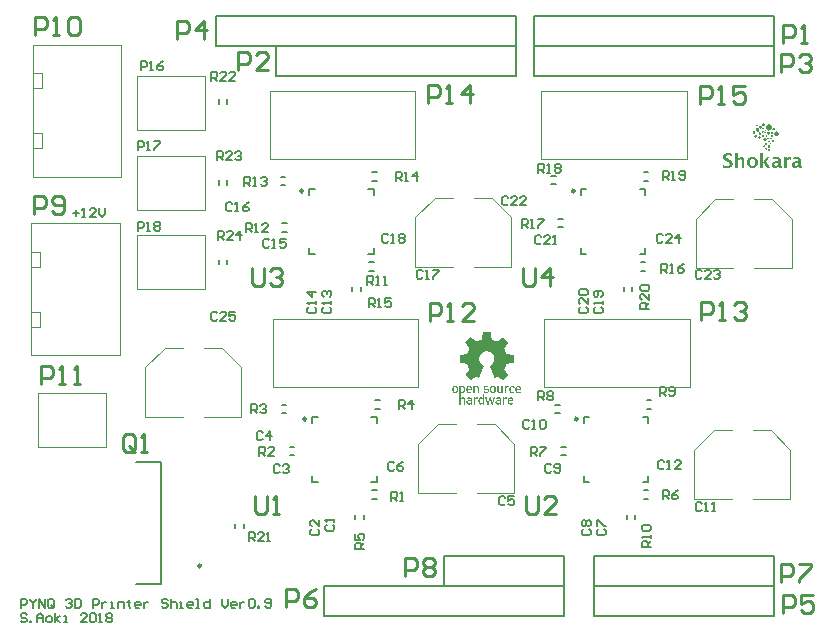
<source format=gto>
G04 Layer_Color=65535*
%FSLAX25Y25*%
%MOIN*%
G70*
G01*
G75*
%ADD21C,0.01000*%
%ADD32C,0.00984*%
%ADD33C,0.00787*%
%ADD34C,0.00100*%
%ADD35C,0.00500*%
G36*
X524584Y330383D02*
Y330318D01*
Y330253D01*
Y330188D01*
Y330123D01*
Y330058D01*
Y329993D01*
Y329928D01*
Y329863D01*
Y329798D01*
Y329733D01*
Y329668D01*
Y329604D01*
Y329539D01*
Y329474D01*
Y329409D01*
Y329344D01*
Y329279D01*
Y329214D01*
Y329149D01*
Y329084D01*
Y329019D01*
Y328954D01*
Y328889D01*
Y328824D01*
Y328759D01*
Y328694D01*
Y328629D01*
Y328565D01*
Y328500D01*
Y328435D01*
Y328370D01*
X524714D01*
Y328435D01*
Y328500D01*
X524779D01*
Y328565D01*
X524844D01*
Y328629D01*
X524909D01*
Y328694D01*
X524974D01*
Y328759D01*
X525039D01*
Y328824D01*
X525169D01*
Y328889D01*
X525299D01*
Y328954D01*
X525493D01*
Y329019D01*
X526078D01*
Y328954D01*
X526273D01*
Y328889D01*
X526403D01*
Y328824D01*
X526467D01*
Y328759D01*
X526532D01*
Y328694D01*
X526597D01*
Y328629D01*
X526662D01*
Y328565D01*
Y328500D01*
X526727D01*
Y328435D01*
Y328370D01*
Y328305D01*
X526792D01*
Y328240D01*
Y328175D01*
Y328110D01*
Y328045D01*
Y327980D01*
Y327915D01*
Y327850D01*
Y327785D01*
Y327720D01*
Y327656D01*
Y327590D01*
Y327526D01*
Y327461D01*
Y327396D01*
Y327331D01*
Y327266D01*
Y327201D01*
Y327136D01*
Y327071D01*
Y327006D01*
Y326941D01*
Y326876D01*
Y326811D01*
Y326746D01*
Y326681D01*
Y326617D01*
Y326552D01*
Y326487D01*
Y326422D01*
Y326357D01*
Y326292D01*
Y326227D01*
Y326162D01*
Y326097D01*
Y326032D01*
Y325967D01*
Y325902D01*
Y325837D01*
Y325772D01*
Y325707D01*
Y325642D01*
Y325577D01*
Y325513D01*
Y325448D01*
X525883D01*
Y325513D01*
Y325577D01*
Y325642D01*
Y325707D01*
Y325772D01*
Y325837D01*
Y325902D01*
Y325967D01*
Y326032D01*
Y326097D01*
Y326162D01*
Y326227D01*
Y326292D01*
Y326357D01*
Y326422D01*
Y326487D01*
Y326552D01*
Y326617D01*
Y326681D01*
Y326746D01*
Y326811D01*
Y326876D01*
Y326941D01*
Y327006D01*
Y327071D01*
Y327136D01*
Y327201D01*
Y327266D01*
Y327331D01*
Y327396D01*
Y327461D01*
Y327526D01*
Y327590D01*
Y327656D01*
Y327720D01*
Y327785D01*
Y327850D01*
Y327915D01*
Y327980D01*
X525818D01*
Y328045D01*
Y328110D01*
X525753D01*
Y328175D01*
X525688D01*
Y328240D01*
X525623D01*
Y328305D01*
X525299D01*
Y328240D01*
X525169D01*
Y328175D01*
X525039D01*
Y328110D01*
X524974D01*
Y328045D01*
X524909D01*
Y327980D01*
X524844D01*
Y327915D01*
X524779D01*
Y327850D01*
X524714D01*
Y327785D01*
Y327720D01*
X524649D01*
Y327656D01*
X524584D01*
Y327590D01*
Y327526D01*
Y327461D01*
Y327396D01*
Y327331D01*
Y327266D01*
Y327201D01*
Y327136D01*
Y327071D01*
Y327006D01*
Y326941D01*
Y326876D01*
Y326811D01*
Y326746D01*
Y326681D01*
Y326617D01*
Y326552D01*
Y326487D01*
Y326422D01*
Y326357D01*
Y326292D01*
Y326227D01*
Y326162D01*
Y326097D01*
Y326032D01*
Y325967D01*
Y325902D01*
Y325837D01*
Y325772D01*
Y325707D01*
Y325642D01*
Y325577D01*
Y325513D01*
Y325448D01*
X523675D01*
Y325513D01*
Y325577D01*
Y325642D01*
Y325707D01*
Y325772D01*
Y325837D01*
Y325902D01*
Y325967D01*
Y326032D01*
Y326097D01*
Y326162D01*
Y326227D01*
Y326292D01*
Y326357D01*
Y326422D01*
Y326487D01*
Y326552D01*
Y326617D01*
Y326681D01*
Y326746D01*
Y326811D01*
Y326876D01*
Y326941D01*
Y327006D01*
Y327071D01*
Y327136D01*
Y327201D01*
Y327266D01*
Y327331D01*
Y327396D01*
Y327461D01*
Y327526D01*
Y327590D01*
Y327656D01*
Y327720D01*
Y327785D01*
Y327850D01*
Y327915D01*
Y327980D01*
Y328045D01*
Y328110D01*
Y328175D01*
Y328240D01*
Y328305D01*
Y328370D01*
Y328435D01*
Y328500D01*
Y328565D01*
Y328629D01*
Y328694D01*
Y328759D01*
Y328824D01*
Y328889D01*
Y328954D01*
Y329019D01*
Y329084D01*
Y329149D01*
Y329214D01*
Y329279D01*
Y329344D01*
Y329409D01*
Y329474D01*
Y329539D01*
Y329604D01*
Y329668D01*
Y329733D01*
Y329798D01*
Y329863D01*
Y329928D01*
Y329993D01*
Y330058D01*
Y330123D01*
Y330188D01*
Y330253D01*
Y330318D01*
Y330383D01*
Y330448D01*
X524584D01*
Y330383D01*
D02*
G37*
G36*
X532961D02*
Y330318D01*
Y330253D01*
Y330188D01*
Y330123D01*
Y330058D01*
Y329993D01*
Y329928D01*
Y329863D01*
Y329798D01*
Y329733D01*
Y329668D01*
Y329604D01*
Y329539D01*
Y329474D01*
Y329409D01*
Y329344D01*
Y329279D01*
Y329214D01*
Y329149D01*
Y329084D01*
Y329019D01*
Y328954D01*
Y328889D01*
Y328824D01*
Y328759D01*
Y328694D01*
Y328629D01*
Y328565D01*
Y328500D01*
Y328435D01*
Y328370D01*
Y328305D01*
Y328240D01*
Y328175D01*
Y328110D01*
Y328045D01*
Y327980D01*
Y327915D01*
Y327850D01*
Y327785D01*
Y327720D01*
Y327656D01*
Y327590D01*
Y327526D01*
Y327461D01*
Y327396D01*
Y327331D01*
X533091D01*
Y327396D01*
X533156D01*
Y327461D01*
Y327526D01*
X533221D01*
Y327590D01*
X533286D01*
Y327656D01*
X533351D01*
Y327720D01*
Y327785D01*
X533416D01*
Y327850D01*
X533481D01*
Y327915D01*
X533545D01*
Y327980D01*
Y328045D01*
X533610D01*
Y328110D01*
X533675D01*
Y328175D01*
X533740D01*
Y328240D01*
X533805D01*
Y328305D01*
Y328370D01*
X533870D01*
Y328435D01*
X533935D01*
Y328500D01*
X534000D01*
Y328565D01*
Y328629D01*
X534065D01*
Y328694D01*
X534130D01*
Y328759D01*
X534195D01*
Y328824D01*
Y328889D01*
X534260D01*
Y328954D01*
X535039D01*
Y328889D01*
X534974D01*
Y328824D01*
Y328759D01*
X534909D01*
Y328694D01*
X534844D01*
Y328629D01*
X534779D01*
Y328565D01*
Y328500D01*
X534714D01*
Y328435D01*
X534649D01*
Y328370D01*
X534584D01*
Y328305D01*
Y328240D01*
X534519D01*
Y328175D01*
X534454D01*
Y328110D01*
X534390D01*
Y328045D01*
X534325D01*
Y327980D01*
Y327915D01*
X534260D01*
Y327850D01*
X534195D01*
Y327785D01*
X534130D01*
Y327720D01*
Y327656D01*
X534065D01*
Y327590D01*
X534000D01*
Y327526D01*
X533935D01*
Y327461D01*
Y327396D01*
X534000D01*
Y327331D01*
X534065D01*
Y327266D01*
X534130D01*
Y327201D01*
Y327136D01*
X534195D01*
Y327071D01*
X534260D01*
Y327006D01*
X534325D01*
Y326941D01*
Y326876D01*
X534390D01*
Y326811D01*
X534454D01*
Y326746D01*
X534519D01*
Y326681D01*
Y326617D01*
X534584D01*
Y326552D01*
X534649D01*
Y326487D01*
X534714D01*
Y326422D01*
Y326357D01*
X534779D01*
Y326292D01*
X534844D01*
Y326227D01*
X534909D01*
Y326162D01*
Y326097D01*
X534974D01*
Y326032D01*
X535039D01*
Y325967D01*
X535104D01*
Y325902D01*
Y325837D01*
X535169D01*
Y325772D01*
X535234D01*
Y325707D01*
X535299D01*
Y325642D01*
Y325577D01*
X535364D01*
Y325513D01*
X535428D01*
Y325448D01*
X534260D01*
Y325513D01*
Y325577D01*
X534195D01*
Y325642D01*
X534130D01*
Y325707D01*
X534065D01*
Y325772D01*
Y325837D01*
X534000D01*
Y325902D01*
X533935D01*
Y325967D01*
Y326032D01*
X533870D01*
Y326097D01*
X533805D01*
Y326162D01*
X533740D01*
Y326227D01*
Y326292D01*
X533675D01*
Y326357D01*
X533610D01*
Y326422D01*
Y326487D01*
X533545D01*
Y326552D01*
X533481D01*
Y326617D01*
Y326681D01*
X533416D01*
Y326746D01*
X533351D01*
Y326811D01*
X533286D01*
Y326876D01*
Y326941D01*
X533221D01*
Y327006D01*
X533156D01*
Y327071D01*
Y327136D01*
X533091D01*
Y327201D01*
X532961D01*
Y327136D01*
Y327071D01*
Y327006D01*
Y326941D01*
Y326876D01*
Y326811D01*
Y326746D01*
Y326681D01*
Y326617D01*
Y326552D01*
Y326487D01*
Y326422D01*
Y326357D01*
Y326292D01*
Y326227D01*
Y326162D01*
Y326097D01*
Y326032D01*
Y325967D01*
Y325902D01*
Y325837D01*
Y325772D01*
Y325707D01*
Y325642D01*
Y325577D01*
Y325513D01*
Y325448D01*
X532052D01*
Y325513D01*
Y325577D01*
Y325642D01*
Y325707D01*
Y325772D01*
Y325837D01*
Y325902D01*
Y325967D01*
Y326032D01*
Y326097D01*
Y326162D01*
Y326227D01*
Y326292D01*
Y326357D01*
Y326422D01*
Y326487D01*
Y326552D01*
Y326617D01*
Y326681D01*
Y326746D01*
Y326811D01*
Y326876D01*
Y326941D01*
Y327006D01*
Y327071D01*
Y327136D01*
Y327201D01*
Y327266D01*
Y327331D01*
Y327396D01*
Y327461D01*
Y327526D01*
Y327590D01*
Y327656D01*
Y327720D01*
Y327785D01*
Y327850D01*
Y327915D01*
Y327980D01*
Y328045D01*
Y328110D01*
Y328175D01*
Y328240D01*
Y328305D01*
Y328370D01*
Y328435D01*
Y328500D01*
Y328565D01*
Y328629D01*
Y328694D01*
Y328759D01*
Y328824D01*
Y328889D01*
Y328954D01*
Y329019D01*
Y329084D01*
Y329149D01*
Y329214D01*
Y329279D01*
Y329344D01*
Y329409D01*
Y329474D01*
Y329539D01*
Y329604D01*
Y329668D01*
Y329733D01*
Y329798D01*
Y329863D01*
Y329928D01*
Y329993D01*
Y330058D01*
Y330123D01*
Y330188D01*
Y330253D01*
Y330318D01*
Y330383D01*
Y330448D01*
X532961D01*
Y330383D01*
D02*
G37*
G36*
X448890Y248902D02*
X449071D01*
Y248872D01*
X449162D01*
Y248842D01*
X449223D01*
Y248812D01*
X449283D01*
Y248781D01*
X449343D01*
Y248751D01*
X449374D01*
Y248721D01*
X449434D01*
Y248691D01*
X449464D01*
Y248660D01*
X449495D01*
Y248630D01*
X449525D01*
Y248600D01*
X449555D01*
Y248570D01*
Y248539D01*
X449585D01*
Y248509D01*
X449615D01*
Y248479D01*
X449646D01*
Y248449D01*
Y248418D01*
X449676D01*
Y248388D01*
Y248358D01*
X449706D01*
Y248328D01*
Y248298D01*
Y248267D01*
X449736D01*
Y248237D01*
Y248207D01*
Y248177D01*
X449767D01*
Y248146D01*
Y248116D01*
Y248086D01*
Y248056D01*
Y248025D01*
Y247995D01*
Y247965D01*
Y247935D01*
Y247905D01*
Y247874D01*
Y247844D01*
Y247814D01*
Y247784D01*
Y247753D01*
Y247723D01*
Y247693D01*
Y247663D01*
Y247633D01*
Y247602D01*
Y247572D01*
Y247542D01*
X448285D01*
Y247512D01*
Y247481D01*
Y247451D01*
Y247421D01*
Y247391D01*
Y247360D01*
X448316D01*
Y247330D01*
Y247300D01*
Y247270D01*
X448346D01*
Y247239D01*
Y247209D01*
X448376D01*
Y247179D01*
Y247149D01*
X448406D01*
Y247118D01*
X448436D01*
Y247088D01*
Y247058D01*
X448497D01*
Y247028D01*
X448527D01*
Y246998D01*
X448588D01*
Y246967D01*
X448678D01*
Y246937D01*
X449071D01*
Y246967D01*
X449162D01*
Y246998D01*
X449223D01*
Y247028D01*
X449253D01*
Y247058D01*
X449313D01*
Y247088D01*
X449343D01*
Y247118D01*
X449374D01*
Y247149D01*
X449404D01*
Y247118D01*
X449434D01*
Y247088D01*
X449495D01*
Y247058D01*
X449525D01*
Y247028D01*
X449555D01*
Y246998D01*
X449585D01*
Y246967D01*
X449615D01*
Y246937D01*
X449646D01*
Y246907D01*
X449706D01*
Y246877D01*
Y246847D01*
X449676D01*
Y246816D01*
X449646D01*
Y246786D01*
X449615D01*
Y246756D01*
X449585D01*
Y246726D01*
X449555D01*
Y246695D01*
X449495D01*
Y246665D01*
X449434D01*
Y246635D01*
X449374D01*
Y246605D01*
X449343D01*
Y246574D01*
X449223D01*
Y246544D01*
X449132D01*
Y246514D01*
X448618D01*
Y246544D01*
X448497D01*
Y246574D01*
X448436D01*
Y246605D01*
X448346D01*
Y246635D01*
X448316D01*
Y246665D01*
X448255D01*
Y246695D01*
X448225D01*
Y246726D01*
X448164D01*
Y246756D01*
X448134D01*
Y246786D01*
Y246816D01*
X448104D01*
Y246847D01*
X448074D01*
Y246877D01*
X448043D01*
Y246907D01*
X448013D01*
Y246937D01*
Y246967D01*
X447983D01*
Y246998D01*
Y247028D01*
X447953D01*
Y247058D01*
Y247088D01*
X447923D01*
Y247118D01*
Y247149D01*
Y247179D01*
X447892D01*
Y247209D01*
Y247239D01*
Y247270D01*
Y247300D01*
X447862D01*
Y247330D01*
Y247360D01*
Y247391D01*
Y247421D01*
Y247451D01*
Y247481D01*
Y247512D01*
X447832D01*
Y247542D01*
Y247572D01*
Y247602D01*
Y247633D01*
Y247663D01*
Y247693D01*
Y247723D01*
Y247753D01*
Y247784D01*
Y247814D01*
Y247844D01*
Y247874D01*
Y247905D01*
Y247935D01*
X447862D01*
Y247965D01*
Y247995D01*
Y248025D01*
Y248056D01*
Y248086D01*
Y248116D01*
X447892D01*
Y248146D01*
Y248177D01*
Y248207D01*
Y248237D01*
X447923D01*
Y248267D01*
Y248298D01*
Y248328D01*
X447953D01*
Y248358D01*
Y248388D01*
X447983D01*
Y248418D01*
Y248449D01*
X448013D01*
Y248479D01*
Y248509D01*
X448043D01*
Y248539D01*
X448074D01*
Y248570D01*
X448104D01*
Y248600D01*
Y248630D01*
X448134D01*
Y248660D01*
X448164D01*
Y248691D01*
X448195D01*
Y248721D01*
X448255D01*
Y248751D01*
X448285D01*
Y248781D01*
X448316D01*
Y248812D01*
X448376D01*
Y248842D01*
X448467D01*
Y248872D01*
X448557D01*
Y248902D01*
X448709D01*
Y248932D01*
X448890D01*
Y248902D01*
D02*
G37*
G36*
X544649Y328954D02*
X544909D01*
Y328889D01*
X545039D01*
Y328824D01*
X545169D01*
Y328759D01*
X545234D01*
Y328694D01*
X545299D01*
Y328629D01*
X545364D01*
Y328565D01*
X545429D01*
Y328500D01*
Y328435D01*
X545494D01*
Y328370D01*
Y328305D01*
Y328240D01*
X545559D01*
Y328175D01*
Y328110D01*
Y328045D01*
Y327980D01*
Y327915D01*
Y327850D01*
Y327785D01*
Y327720D01*
Y327656D01*
Y327590D01*
Y327526D01*
Y327461D01*
Y327396D01*
Y327331D01*
Y327266D01*
Y327201D01*
Y327136D01*
Y327071D01*
Y327006D01*
Y326941D01*
Y326876D01*
Y326811D01*
Y326746D01*
Y326681D01*
Y326617D01*
Y326552D01*
Y326487D01*
Y326422D01*
Y326357D01*
Y326292D01*
Y326227D01*
Y326162D01*
X545623D01*
Y326097D01*
X545688D01*
Y326032D01*
X545753D01*
Y325967D01*
X545948D01*
Y325902D01*
Y325837D01*
Y325772D01*
Y325707D01*
Y325642D01*
Y325577D01*
Y325513D01*
Y325448D01*
X545688D01*
Y325383D01*
X545234D01*
Y325448D01*
X545039D01*
Y325513D01*
X544909D01*
Y325577D01*
X544844D01*
Y325642D01*
X544779D01*
Y325707D01*
Y325772D01*
X544714D01*
Y325837D01*
X544649D01*
Y325772D01*
X544585D01*
Y325707D01*
X544455D01*
Y325642D01*
X544390D01*
Y325577D01*
X544260D01*
Y325513D01*
X544130D01*
Y325448D01*
X543935D01*
Y325383D01*
X543416D01*
Y325448D01*
X543221D01*
Y325513D01*
X543091D01*
Y325577D01*
X542961D01*
Y325642D01*
X542896D01*
Y325707D01*
X542831D01*
Y325772D01*
Y325837D01*
X542766D01*
Y325902D01*
Y325967D01*
X542701D01*
Y326032D01*
Y326097D01*
Y326162D01*
X542636D01*
Y326227D01*
Y326292D01*
Y326357D01*
Y326422D01*
Y326487D01*
Y326552D01*
Y326617D01*
X542701D01*
Y326681D01*
Y326746D01*
Y326811D01*
Y326876D01*
X542766D01*
Y326941D01*
Y327006D01*
X542831D01*
Y327071D01*
X542896D01*
Y327136D01*
X542961D01*
Y327201D01*
X543026D01*
Y327266D01*
X543156D01*
Y327331D01*
X543221D01*
Y327396D01*
X543416D01*
Y327461D01*
X543610D01*
Y327526D01*
X544000D01*
Y327590D01*
X544714D01*
Y327656D01*
Y327720D01*
Y327785D01*
Y327850D01*
Y327915D01*
X544649D01*
Y327980D01*
Y328045D01*
Y328110D01*
Y328175D01*
X544585D01*
Y328240D01*
Y328305D01*
X544455D01*
Y328370D01*
X544390D01*
Y328435D01*
X543610D01*
Y328370D01*
X543351D01*
Y328305D01*
X543221D01*
Y328240D01*
X543091D01*
Y328175D01*
X542961D01*
Y328240D01*
Y328305D01*
Y328370D01*
Y328435D01*
Y328500D01*
Y328565D01*
Y328629D01*
Y328694D01*
Y328759D01*
Y328824D01*
X543156D01*
Y328889D01*
X543416D01*
Y328954D01*
X543740D01*
Y329019D01*
X544649D01*
Y328954D01*
D02*
G37*
G36*
X442028Y270638D02*
X442088D01*
Y270608D01*
X442118D01*
Y270578D01*
Y270547D01*
Y270517D01*
X442148D01*
Y270487D01*
Y270457D01*
Y270426D01*
Y270396D01*
Y270366D01*
X442179D01*
Y270336D01*
Y270305D01*
Y270275D01*
Y270245D01*
Y270215D01*
X442209D01*
Y270185D01*
Y270154D01*
Y270124D01*
Y270094D01*
Y270064D01*
Y270033D01*
X442239D01*
Y270003D01*
Y269973D01*
Y269943D01*
Y269913D01*
Y269882D01*
X442269D01*
Y269852D01*
Y269822D01*
Y269792D01*
Y269761D01*
Y269731D01*
Y269701D01*
X442300D01*
Y269671D01*
Y269640D01*
Y269610D01*
Y269580D01*
Y269550D01*
X442330D01*
Y269519D01*
Y269489D01*
Y269459D01*
Y269429D01*
Y269399D01*
X442360D01*
Y269368D01*
Y269338D01*
Y269308D01*
Y269278D01*
Y269247D01*
Y269217D01*
X442390D01*
Y269187D01*
Y269157D01*
Y269127D01*
Y269096D01*
Y269066D01*
X442421D01*
Y269036D01*
Y269006D01*
Y268975D01*
Y268945D01*
Y268915D01*
X442451D01*
Y268885D01*
Y268854D01*
Y268824D01*
Y268794D01*
Y268764D01*
Y268734D01*
X442481D01*
Y268703D01*
Y268673D01*
Y268643D01*
Y268613D01*
Y268582D01*
X442511D01*
Y268552D01*
Y268522D01*
Y268492D01*
Y268461D01*
Y268431D01*
X442542D01*
Y268401D01*
Y268371D01*
Y268340D01*
Y268310D01*
Y268280D01*
X442572D01*
Y268250D01*
Y268220D01*
X442602D01*
Y268189D01*
X442632D01*
Y268159D01*
X442693D01*
Y268129D01*
X442783D01*
Y268099D01*
X442844D01*
Y268068D01*
X442904D01*
Y268038D01*
X442995D01*
Y268008D01*
X443055D01*
Y267978D01*
X443146D01*
Y267948D01*
X443207D01*
Y267917D01*
X443297D01*
Y267887D01*
X443358D01*
Y267857D01*
X443448D01*
Y267827D01*
X443509D01*
Y267796D01*
X443569D01*
Y267766D01*
X443660D01*
Y267736D01*
X443720D01*
Y267706D01*
X443811D01*
Y267675D01*
X443872D01*
Y267645D01*
X443962D01*
Y267615D01*
X444023D01*
Y267585D01*
X444113D01*
Y267554D01*
X444174D01*
Y267524D01*
X444355D01*
Y267554D01*
X444416D01*
Y267585D01*
X444446D01*
Y267615D01*
X444507D01*
Y267645D01*
X444537D01*
Y267675D01*
X444597D01*
Y267706D01*
X444627D01*
Y267736D01*
X444688D01*
Y267766D01*
X444718D01*
Y267796D01*
X444779D01*
Y267827D01*
X444809D01*
Y267857D01*
X444869D01*
Y267887D01*
X444900D01*
Y267917D01*
X444930D01*
Y267948D01*
X444990D01*
Y267978D01*
X445020D01*
Y268008D01*
X445081D01*
Y268038D01*
X445111D01*
Y268068D01*
X445172D01*
Y268099D01*
X445202D01*
Y268129D01*
X445262D01*
Y268159D01*
X445293D01*
Y268189D01*
X445353D01*
Y268220D01*
X445383D01*
Y268250D01*
X445413D01*
Y268280D01*
X445474D01*
Y268310D01*
X445504D01*
Y268340D01*
X445565D01*
Y268371D01*
X445595D01*
Y268401D01*
X445655D01*
Y268431D01*
X445685D01*
Y268461D01*
X445746D01*
Y268492D01*
X445776D01*
Y268522D01*
X445837D01*
Y268552D01*
X445867D01*
Y268582D01*
X445927D01*
Y268613D01*
X445958D01*
Y268643D01*
X445988D01*
Y268673D01*
X446048D01*
Y268703D01*
X446078D01*
Y268734D01*
X446139D01*
Y268764D01*
X446169D01*
Y268794D01*
X446230D01*
Y268824D01*
X446260D01*
Y268854D01*
X446381D01*
Y268824D01*
X446441D01*
Y268794D01*
X446472D01*
Y268764D01*
X446502D01*
Y268734D01*
X446532D01*
Y268703D01*
X446562D01*
Y268673D01*
X446592D01*
Y268643D01*
X446623D01*
Y268613D01*
X446653D01*
Y268582D01*
X446683D01*
Y268552D01*
X446713D01*
Y268522D01*
X446744D01*
Y268492D01*
X446774D01*
Y268461D01*
X446804D01*
Y268431D01*
X446834D01*
Y268401D01*
X446865D01*
Y268371D01*
X446895D01*
Y268340D01*
X446925D01*
Y268310D01*
X446955D01*
Y268280D01*
X446985D01*
Y268250D01*
X447016D01*
Y268220D01*
X447046D01*
Y268189D01*
X447076D01*
Y268159D01*
X447106D01*
Y268129D01*
X447137D01*
Y268099D01*
X447167D01*
Y268068D01*
X447197D01*
Y268038D01*
X447227D01*
Y268008D01*
X447258D01*
Y267978D01*
X447288D01*
Y267948D01*
X447318D01*
Y267917D01*
X447348D01*
Y267887D01*
X447378D01*
Y267857D01*
X447409D01*
Y267827D01*
X447439D01*
Y267796D01*
X447469D01*
Y267766D01*
X447499D01*
Y267736D01*
X447530D01*
Y267706D01*
X447560D01*
Y267675D01*
X447590D01*
Y267645D01*
X447620D01*
Y267615D01*
X447650D01*
Y267585D01*
X447681D01*
Y267554D01*
X447711D01*
Y267524D01*
X447741D01*
Y267494D01*
X447771D01*
Y267464D01*
X447802D01*
Y267434D01*
X447832D01*
Y267403D01*
X447862D01*
Y267373D01*
X447892D01*
Y267343D01*
X447923D01*
Y267313D01*
X447953D01*
Y267282D01*
X447983D01*
Y267252D01*
X448013D01*
Y267222D01*
Y267192D01*
X448043D01*
Y267161D01*
X448013D01*
Y267131D01*
Y267101D01*
Y267071D01*
X447983D01*
Y267041D01*
X447953D01*
Y267010D01*
Y266980D01*
X447923D01*
Y266950D01*
X447892D01*
Y266920D01*
X447862D01*
Y266889D01*
Y266859D01*
X447832D01*
Y266829D01*
X447802D01*
Y266799D01*
Y266769D01*
X447771D01*
Y266738D01*
X447741D01*
Y266708D01*
Y266678D01*
X447711D01*
Y266648D01*
X447681D01*
Y266617D01*
Y266587D01*
X447650D01*
Y266557D01*
X447620D01*
Y266527D01*
Y266496D01*
X447590D01*
Y266466D01*
X447560D01*
Y266436D01*
X447530D01*
Y266406D01*
Y266375D01*
X447499D01*
Y266345D01*
X447469D01*
Y266315D01*
Y266285D01*
X447439D01*
Y266255D01*
X447409D01*
Y266224D01*
Y266194D01*
X447378D01*
Y266164D01*
X447348D01*
Y266134D01*
Y266103D01*
X447318D01*
Y266073D01*
X447288D01*
Y266043D01*
Y266013D01*
X447258D01*
Y265983D01*
X447227D01*
Y265952D01*
X447197D01*
Y265922D01*
Y265892D01*
X447167D01*
Y265862D01*
X447137D01*
Y265831D01*
Y265801D01*
X447106D01*
Y265771D01*
X447076D01*
Y265741D01*
Y265710D01*
X447046D01*
Y265680D01*
X447016D01*
Y265650D01*
Y265620D01*
X446985D01*
Y265589D01*
X446955D01*
Y265559D01*
Y265529D01*
X446925D01*
Y265499D01*
X446895D01*
Y265469D01*
Y265438D01*
X446865D01*
Y265408D01*
X446834D01*
Y265378D01*
X446804D01*
Y265348D01*
Y265317D01*
X446774D01*
Y265287D01*
X446744D01*
Y265257D01*
Y265227D01*
X446713D01*
Y265196D01*
Y265166D01*
Y265136D01*
Y265106D01*
Y265076D01*
Y265045D01*
X446744D01*
Y265015D01*
Y264985D01*
X446774D01*
Y264955D01*
Y264924D01*
Y264894D01*
X446804D01*
Y264864D01*
Y264834D01*
X446834D01*
Y264804D01*
Y264773D01*
X446865D01*
Y264743D01*
Y264713D01*
Y264683D01*
X446895D01*
Y264652D01*
Y264622D01*
X446925D01*
Y264592D01*
Y264562D01*
X446955D01*
Y264531D01*
Y264501D01*
Y264471D01*
X446985D01*
Y264441D01*
Y264410D01*
X447016D01*
Y264380D01*
Y264350D01*
X447046D01*
Y264320D01*
Y264290D01*
Y264259D01*
X447076D01*
Y264229D01*
Y264199D01*
X447106D01*
Y264169D01*
Y264138D01*
X447137D01*
Y264108D01*
Y264078D01*
Y264048D01*
X447167D01*
Y264018D01*
Y263987D01*
X447197D01*
Y263957D01*
Y263927D01*
X447227D01*
Y263897D01*
Y263866D01*
Y263836D01*
X447258D01*
Y263806D01*
Y263776D01*
X447288D01*
Y263745D01*
Y263715D01*
X447318D01*
Y263685D01*
Y263655D01*
Y263625D01*
X447348D01*
Y263594D01*
Y263564D01*
X447378D01*
Y263534D01*
Y263504D01*
X447409D01*
Y263473D01*
Y263443D01*
X447439D01*
Y263413D01*
X447469D01*
Y263383D01*
X447530D01*
Y263352D01*
X447681D01*
Y263322D01*
X447862D01*
Y263292D01*
X448013D01*
Y263262D01*
X448164D01*
Y263231D01*
X448346D01*
Y263201D01*
X448497D01*
Y263171D01*
X448648D01*
Y263141D01*
X448830D01*
Y263111D01*
X448981D01*
Y263080D01*
X449132D01*
Y263050D01*
X449313D01*
Y263020D01*
X449464D01*
Y262990D01*
X449646D01*
Y262959D01*
X449736D01*
Y262929D01*
X449797D01*
Y262899D01*
Y262869D01*
X449827D01*
Y262839D01*
Y262808D01*
Y262778D01*
Y262748D01*
Y262718D01*
Y262687D01*
Y262657D01*
Y262627D01*
Y262597D01*
Y262566D01*
Y262536D01*
Y262506D01*
Y262476D01*
Y262445D01*
Y262415D01*
Y262385D01*
Y262355D01*
Y262325D01*
Y262294D01*
Y262264D01*
Y262234D01*
Y262204D01*
Y262173D01*
Y262143D01*
Y262113D01*
Y262083D01*
Y262052D01*
Y262022D01*
Y261992D01*
Y261962D01*
Y261932D01*
Y261901D01*
Y261871D01*
Y261841D01*
Y261811D01*
Y261780D01*
Y261750D01*
Y261720D01*
Y261690D01*
Y261660D01*
Y261629D01*
Y261599D01*
Y261569D01*
Y261539D01*
Y261508D01*
Y261478D01*
Y261448D01*
Y261418D01*
Y261387D01*
Y261357D01*
Y261327D01*
Y261297D01*
Y261266D01*
Y261236D01*
Y261206D01*
Y261176D01*
Y261146D01*
Y261115D01*
Y261085D01*
Y261055D01*
Y261025D01*
Y260994D01*
Y260964D01*
Y260934D01*
Y260904D01*
Y260874D01*
Y260843D01*
Y260813D01*
Y260783D01*
Y260753D01*
Y260722D01*
Y260692D01*
Y260662D01*
Y260632D01*
Y260601D01*
Y260571D01*
X449797D01*
Y260541D01*
Y260511D01*
X449736D01*
Y260480D01*
X449585D01*
Y260450D01*
X449434D01*
Y260420D01*
X449283D01*
Y260390D01*
X449102D01*
Y260360D01*
X448950D01*
Y260329D01*
X448799D01*
Y260299D01*
X448618D01*
Y260269D01*
X448467D01*
Y260239D01*
X448285D01*
Y260208D01*
X448134D01*
Y260178D01*
X447983D01*
Y260148D01*
X447802D01*
Y260118D01*
X447650D01*
Y260087D01*
X447560D01*
Y260057D01*
X447499D01*
Y260027D01*
X447469D01*
Y259997D01*
Y259967D01*
X447439D01*
Y259936D01*
Y259906D01*
X447409D01*
Y259876D01*
Y259846D01*
Y259815D01*
X447378D01*
Y259785D01*
Y259755D01*
X447348D01*
Y259725D01*
Y259695D01*
Y259664D01*
X447318D01*
Y259634D01*
Y259604D01*
X447288D01*
Y259574D01*
Y259543D01*
Y259513D01*
X447258D01*
Y259483D01*
Y259453D01*
X447227D01*
Y259422D01*
Y259392D01*
Y259362D01*
X447197D01*
Y259332D01*
Y259301D01*
X447167D01*
Y259271D01*
Y259241D01*
Y259211D01*
X447137D01*
Y259181D01*
Y259150D01*
X447106D01*
Y259120D01*
Y259090D01*
Y259060D01*
X447076D01*
Y259029D01*
Y258999D01*
X447046D01*
Y258969D01*
Y258939D01*
Y258909D01*
X447016D01*
Y258878D01*
Y258848D01*
X446985D01*
Y258818D01*
Y258788D01*
Y258757D01*
X446955D01*
Y258727D01*
Y258697D01*
X446925D01*
Y258667D01*
Y258636D01*
Y258606D01*
X446895D01*
Y258576D01*
Y258546D01*
X446865D01*
Y258516D01*
Y258485D01*
Y258455D01*
X446834D01*
Y258425D01*
Y258395D01*
X446804D01*
Y258364D01*
Y258334D01*
Y258304D01*
X446774D01*
Y258274D01*
Y258243D01*
Y258213D01*
Y258183D01*
Y258153D01*
X446804D01*
Y258122D01*
Y258092D01*
X446834D01*
Y258062D01*
Y258032D01*
X446865D01*
Y258002D01*
X446895D01*
Y257971D01*
Y257941D01*
X446925D01*
Y257911D01*
X446955D01*
Y257881D01*
Y257850D01*
X446985D01*
Y257820D01*
X447016D01*
Y257790D01*
Y257760D01*
X447046D01*
Y257730D01*
X447076D01*
Y257699D01*
X447106D01*
Y257669D01*
Y257639D01*
X447137D01*
Y257609D01*
X447167D01*
Y257578D01*
Y257548D01*
X447197D01*
Y257518D01*
X447227D01*
Y257488D01*
Y257457D01*
X447258D01*
Y257427D01*
X447288D01*
Y257397D01*
Y257367D01*
X447318D01*
Y257336D01*
X447348D01*
Y257306D01*
Y257276D01*
X447378D01*
Y257246D01*
X447409D01*
Y257216D01*
X447439D01*
Y257185D01*
Y257155D01*
X447469D01*
Y257125D01*
X447499D01*
Y257095D01*
Y257064D01*
X447530D01*
Y257034D01*
X447560D01*
Y257004D01*
Y256974D01*
X447590D01*
Y256943D01*
X447620D01*
Y256913D01*
Y256883D01*
X447650D01*
Y256853D01*
X447681D01*
Y256823D01*
Y256792D01*
X447711D01*
Y256762D01*
X447741D01*
Y256732D01*
Y256702D01*
X447771D01*
Y256672D01*
X447802D01*
Y256641D01*
X447832D01*
Y256611D01*
Y256581D01*
X447862D01*
Y256551D01*
X447892D01*
Y256520D01*
Y256490D01*
X447923D01*
Y256460D01*
X447953D01*
Y256430D01*
Y256399D01*
X447983D01*
Y256369D01*
X448013D01*
Y256339D01*
Y256309D01*
Y256278D01*
Y256248D01*
Y256218D01*
X447983D01*
Y256188D01*
X447953D01*
Y256157D01*
X447923D01*
Y256127D01*
X447892D01*
Y256097D01*
X447862D01*
Y256067D01*
X447832D01*
Y256037D01*
X447802D01*
Y256006D01*
X447771D01*
Y255976D01*
X447741D01*
Y255946D01*
X447711D01*
Y255916D01*
X447681D01*
Y255885D01*
X447650D01*
Y255855D01*
X447620D01*
Y255825D01*
X447590D01*
Y255795D01*
X447560D01*
Y255765D01*
X447530D01*
Y255734D01*
X447499D01*
Y255704D01*
X447469D01*
Y255674D01*
X447439D01*
Y255644D01*
X447409D01*
Y255613D01*
X447378D01*
Y255583D01*
X447348D01*
Y255553D01*
X447318D01*
Y255523D01*
X447288D01*
Y255492D01*
X447258D01*
Y255462D01*
X447227D01*
Y255432D01*
X447197D01*
Y255402D01*
X447167D01*
Y255371D01*
X447137D01*
Y255341D01*
X447106D01*
Y255311D01*
X447076D01*
Y255281D01*
X447046D01*
Y255251D01*
X447016D01*
Y255220D01*
X446985D01*
Y255190D01*
X446955D01*
Y255160D01*
X446925D01*
Y255130D01*
X446895D01*
Y255099D01*
X446865D01*
Y255069D01*
X446834D01*
Y255039D01*
X446804D01*
Y255009D01*
X446774D01*
Y254978D01*
X446744D01*
Y254948D01*
X446713D01*
Y254918D01*
X446683D01*
Y254888D01*
X446653D01*
Y254858D01*
X446623D01*
Y254827D01*
X446592D01*
Y254797D01*
X446562D01*
Y254767D01*
X446532D01*
Y254737D01*
X446502D01*
Y254707D01*
X446472D01*
Y254676D01*
X446441D01*
Y254646D01*
X446411D01*
Y254616D01*
X446381D01*
Y254586D01*
X446260D01*
Y254616D01*
X446230D01*
Y254646D01*
X446199D01*
Y254676D01*
X446139D01*
Y254707D01*
X446109D01*
Y254737D01*
X446048D01*
Y254767D01*
X446018D01*
Y254797D01*
X445958D01*
Y254827D01*
X445927D01*
Y254858D01*
X445867D01*
Y254888D01*
X445837D01*
Y254918D01*
X445776D01*
Y254948D01*
X445746D01*
Y254978D01*
X445716D01*
Y255009D01*
X445655D01*
Y255039D01*
X445625D01*
Y255069D01*
X445565D01*
Y255099D01*
X445534D01*
Y255130D01*
X445474D01*
Y255160D01*
X445444D01*
Y255190D01*
X445383D01*
Y255220D01*
X445353D01*
Y255251D01*
X445293D01*
Y255281D01*
X445262D01*
Y255311D01*
X445232D01*
Y255341D01*
X445172D01*
Y255371D01*
X445141D01*
Y255402D01*
X445081D01*
Y255432D01*
X445051D01*
Y255462D01*
X444990D01*
Y255492D01*
X444960D01*
Y255523D01*
X444900D01*
Y255553D01*
X444869D01*
Y255583D01*
X444809D01*
Y255613D01*
X444779D01*
Y255644D01*
X444748D01*
Y255674D01*
X444688D01*
Y255704D01*
X444658D01*
Y255734D01*
X444597D01*
Y255765D01*
X444567D01*
Y255795D01*
X444476D01*
Y255825D01*
X444386D01*
Y255795D01*
X444295D01*
Y255765D01*
X444265D01*
Y255734D01*
X444204D01*
Y255704D01*
X444144D01*
Y255674D01*
X444083D01*
Y255644D01*
X444023D01*
Y255613D01*
X443962D01*
Y255583D01*
X443902D01*
Y255553D01*
X443841D01*
Y255523D01*
X443811D01*
Y255492D01*
X443751D01*
Y255462D01*
X443690D01*
Y255432D01*
X443630D01*
Y255402D01*
X443569D01*
Y255371D01*
X443539D01*
Y255402D01*
X443479D01*
Y255432D01*
Y255462D01*
X443448D01*
Y255492D01*
Y255523D01*
Y255553D01*
X443418D01*
Y255583D01*
Y255613D01*
X443388D01*
Y255644D01*
Y255674D01*
X443358D01*
Y255704D01*
Y255734D01*
Y255765D01*
X443328D01*
Y255795D01*
Y255825D01*
X443297D01*
Y255855D01*
Y255885D01*
Y255916D01*
X443267D01*
Y255946D01*
Y255976D01*
X443237D01*
Y256006D01*
Y256037D01*
X443207D01*
Y256067D01*
Y256097D01*
Y256127D01*
X443176D01*
Y256157D01*
Y256188D01*
X443146D01*
Y256218D01*
Y256248D01*
Y256278D01*
X443116D01*
Y256309D01*
Y256339D01*
X443086D01*
Y256369D01*
Y256399D01*
Y256430D01*
X443055D01*
Y256460D01*
Y256490D01*
X443025D01*
Y256520D01*
Y256551D01*
X442995D01*
Y256581D01*
Y256611D01*
Y256641D01*
X442965D01*
Y256672D01*
Y256702D01*
X442935D01*
Y256732D01*
Y256762D01*
Y256792D01*
X442904D01*
Y256823D01*
Y256853D01*
X442874D01*
Y256883D01*
Y256913D01*
X442844D01*
Y256943D01*
Y256974D01*
Y257004D01*
X442814D01*
Y257034D01*
Y257064D01*
X442783D01*
Y257095D01*
Y257125D01*
Y257155D01*
X442753D01*
Y257185D01*
Y257216D01*
X442723D01*
Y257246D01*
Y257276D01*
Y257306D01*
X442693D01*
Y257336D01*
Y257367D01*
X442662D01*
Y257397D01*
Y257427D01*
X442632D01*
Y257457D01*
Y257488D01*
Y257518D01*
X442602D01*
Y257548D01*
Y257578D01*
X442572D01*
Y257609D01*
Y257639D01*
Y257669D01*
X442542D01*
Y257699D01*
Y257730D01*
X442511D01*
Y257760D01*
Y257790D01*
X442481D01*
Y257820D01*
Y257850D01*
Y257881D01*
X442451D01*
Y257911D01*
Y257941D01*
X442421D01*
Y257971D01*
Y258002D01*
Y258032D01*
X442390D01*
Y258062D01*
Y258092D01*
X442360D01*
Y258122D01*
Y258153D01*
Y258183D01*
X442330D01*
Y258213D01*
Y258243D01*
X442300D01*
Y258274D01*
Y258304D01*
X442269D01*
Y258334D01*
Y258364D01*
Y258395D01*
X442239D01*
Y258425D01*
Y258455D01*
X442209D01*
Y258485D01*
Y258516D01*
Y258546D01*
X442179D01*
Y258576D01*
Y258606D01*
X442148D01*
Y258636D01*
Y258667D01*
X442118D01*
Y258697D01*
Y258727D01*
Y258757D01*
X442088D01*
Y258788D01*
Y258818D01*
X442058D01*
Y258848D01*
Y258878D01*
Y258909D01*
X442028D01*
Y258939D01*
Y258969D01*
X441997D01*
Y258999D01*
Y259029D01*
Y259060D01*
X441967D01*
Y259090D01*
Y259120D01*
X441937D01*
Y259150D01*
Y259181D01*
X441907D01*
Y259211D01*
Y259241D01*
Y259271D01*
Y259301D01*
Y259332D01*
Y259362D01*
X441937D01*
Y259392D01*
X441997D01*
Y259422D01*
X442028D01*
Y259453D01*
X442088D01*
Y259483D01*
X442118D01*
Y259513D01*
X442179D01*
Y259543D01*
X442209D01*
Y259574D01*
X442239D01*
Y259604D01*
X442300D01*
Y259634D01*
X442330D01*
Y259664D01*
X442360D01*
Y259695D01*
X442421D01*
Y259725D01*
X442451D01*
Y259755D01*
X442511D01*
Y259785D01*
X442542D01*
Y259815D01*
X442572D01*
Y259846D01*
X442602D01*
Y259876D01*
X442632D01*
Y259906D01*
X442662D01*
Y259936D01*
X442693D01*
Y259967D01*
X442723D01*
Y259997D01*
X442753D01*
Y260027D01*
X442783D01*
Y260057D01*
X442814D01*
Y260087D01*
Y260118D01*
X442844D01*
Y260148D01*
X442874D01*
Y260178D01*
X442904D01*
Y260208D01*
X442935D01*
Y260239D01*
Y260269D01*
X442965D01*
Y260299D01*
X442995D01*
Y260329D01*
Y260360D01*
X443025D01*
Y260390D01*
X443055D01*
Y260420D01*
Y260450D01*
X443086D01*
Y260480D01*
Y260511D01*
X443116D01*
Y260541D01*
Y260571D01*
X443146D01*
Y260601D01*
Y260632D01*
X443176D01*
Y260662D01*
Y260692D01*
X443207D01*
Y260722D01*
Y260753D01*
X443237D01*
Y260783D01*
Y260813D01*
Y260843D01*
X443267D01*
Y260874D01*
Y260904D01*
Y260934D01*
X443297D01*
Y260964D01*
Y260994D01*
Y261025D01*
X443328D01*
Y261055D01*
Y261085D01*
Y261115D01*
Y261146D01*
X443358D01*
Y261176D01*
Y261206D01*
Y261236D01*
Y261266D01*
Y261297D01*
X443388D01*
Y261327D01*
Y261357D01*
Y261387D01*
Y261418D01*
Y261448D01*
Y261478D01*
Y261508D01*
Y261539D01*
Y261569D01*
Y261599D01*
Y261629D01*
X443418D01*
Y261660D01*
Y261690D01*
Y261720D01*
Y261750D01*
Y261780D01*
Y261811D01*
X443388D01*
Y261841D01*
Y261871D01*
Y261901D01*
Y261932D01*
Y261962D01*
Y261992D01*
Y262022D01*
Y262052D01*
Y262083D01*
Y262113D01*
X443358D01*
Y262143D01*
Y262173D01*
Y262204D01*
Y262234D01*
Y262264D01*
X443328D01*
Y262294D01*
Y262325D01*
Y262355D01*
Y262385D01*
X443297D01*
Y262415D01*
Y262445D01*
Y262476D01*
Y262506D01*
X443267D01*
Y262536D01*
Y262566D01*
X443237D01*
Y262597D01*
Y262627D01*
Y262657D01*
X443207D01*
Y262687D01*
Y262718D01*
Y262748D01*
X443176D01*
Y262778D01*
Y262808D01*
X443146D01*
Y262839D01*
Y262869D01*
X443116D01*
Y262899D01*
Y262929D01*
X443086D01*
Y262959D01*
X443055D01*
Y262990D01*
Y263020D01*
X443025D01*
Y263050D01*
Y263080D01*
X442995D01*
Y263111D01*
X442965D01*
Y263141D01*
Y263171D01*
X442935D01*
Y263201D01*
X442904D01*
Y263231D01*
X442874D01*
Y263262D01*
Y263292D01*
X442844D01*
Y263322D01*
X442814D01*
Y263352D01*
X442783D01*
Y263383D01*
X442753D01*
Y263413D01*
X442723D01*
Y263443D01*
X442693D01*
Y263473D01*
X442662D01*
Y263504D01*
X442632D01*
Y263534D01*
X442602D01*
Y263564D01*
X442572D01*
Y263594D01*
X442542D01*
Y263625D01*
X442511D01*
Y263655D01*
X442481D01*
Y263685D01*
X442421D01*
Y263715D01*
X442390D01*
Y263745D01*
X442360D01*
Y263776D01*
X442300D01*
Y263806D01*
X442269D01*
Y263836D01*
X442209D01*
Y263866D01*
X442179D01*
Y263897D01*
X442118D01*
Y263927D01*
X442058D01*
Y263957D01*
X441997D01*
Y263987D01*
X441937D01*
Y264018D01*
X441877D01*
Y264048D01*
X441786D01*
Y264078D01*
X441695D01*
Y264108D01*
X441604D01*
Y264138D01*
X441483D01*
Y264169D01*
X441332D01*
Y264199D01*
X441121D01*
Y264229D01*
X440667D01*
Y264199D01*
X440456D01*
Y264169D01*
X440305D01*
Y264138D01*
X440183D01*
Y264108D01*
X440093D01*
Y264078D01*
X440002D01*
Y264048D01*
X439912D01*
Y264018D01*
X439851D01*
Y263987D01*
X439790D01*
Y263957D01*
X439730D01*
Y263927D01*
X439670D01*
Y263897D01*
X439609D01*
Y263866D01*
X439579D01*
Y263836D01*
X439518D01*
Y263806D01*
X439488D01*
Y263776D01*
X439428D01*
Y263745D01*
X439397D01*
Y263715D01*
X439367D01*
Y263685D01*
X439307D01*
Y263655D01*
X439277D01*
Y263625D01*
X439246D01*
Y263594D01*
X439216D01*
Y263564D01*
X439186D01*
Y263534D01*
X439156D01*
Y263504D01*
X439125D01*
Y263473D01*
X439095D01*
Y263443D01*
X439065D01*
Y263413D01*
X439035D01*
Y263383D01*
X439005D01*
Y263352D01*
X438974D01*
Y263322D01*
X438944D01*
Y263292D01*
X438914D01*
Y263262D01*
Y263231D01*
X438884D01*
Y263201D01*
X438853D01*
Y263171D01*
X438823D01*
Y263141D01*
Y263111D01*
X438793D01*
Y263080D01*
X438763D01*
Y263050D01*
Y263020D01*
X438732D01*
Y262990D01*
Y262959D01*
X438702D01*
Y262929D01*
X438672D01*
Y262899D01*
Y262869D01*
X438642D01*
Y262839D01*
Y262808D01*
X438612D01*
Y262778D01*
Y262748D01*
X438581D01*
Y262718D01*
Y262687D01*
Y262657D01*
X438551D01*
Y262627D01*
Y262597D01*
X438521D01*
Y262566D01*
Y262536D01*
Y262506D01*
X438491D01*
Y262476D01*
Y262445D01*
Y262415D01*
Y262385D01*
X438460D01*
Y262355D01*
Y262325D01*
Y262294D01*
Y262264D01*
X438430D01*
Y262234D01*
Y262204D01*
Y262173D01*
Y262143D01*
Y262113D01*
X438400D01*
Y262083D01*
Y262052D01*
Y262022D01*
Y261992D01*
Y261962D01*
Y261932D01*
Y261901D01*
Y261871D01*
Y261841D01*
Y261811D01*
X438370D01*
Y261780D01*
Y261750D01*
Y261720D01*
Y261690D01*
Y261660D01*
Y261629D01*
X438400D01*
Y261599D01*
Y261569D01*
Y261539D01*
Y261508D01*
Y261478D01*
Y261448D01*
Y261418D01*
Y261387D01*
Y261357D01*
Y261327D01*
Y261297D01*
X438430D01*
Y261266D01*
Y261236D01*
Y261206D01*
Y261176D01*
Y261146D01*
X438460D01*
Y261115D01*
Y261085D01*
Y261055D01*
Y261025D01*
X438491D01*
Y260994D01*
Y260964D01*
Y260934D01*
X438521D01*
Y260904D01*
Y260874D01*
Y260843D01*
X438551D01*
Y260813D01*
Y260783D01*
Y260753D01*
X438581D01*
Y260722D01*
Y260692D01*
X438612D01*
Y260662D01*
Y260632D01*
X438642D01*
Y260601D01*
Y260571D01*
X438672D01*
Y260541D01*
Y260511D01*
X438702D01*
Y260480D01*
Y260450D01*
X438732D01*
Y260420D01*
Y260390D01*
X438763D01*
Y260360D01*
X438793D01*
Y260329D01*
Y260299D01*
X438823D01*
Y260269D01*
X438853D01*
Y260239D01*
Y260208D01*
X438884D01*
Y260178D01*
X438914D01*
Y260148D01*
X438944D01*
Y260118D01*
X438974D01*
Y260087D01*
Y260057D01*
X439005D01*
Y260027D01*
X439035D01*
Y259997D01*
X439065D01*
Y259967D01*
X439095D01*
Y259936D01*
X439125D01*
Y259906D01*
X439156D01*
Y259876D01*
X439186D01*
Y259846D01*
X439216D01*
Y259815D01*
X439246D01*
Y259785D01*
X439277D01*
Y259755D01*
X439337D01*
Y259725D01*
X439367D01*
Y259695D01*
X439428D01*
Y259664D01*
X439458D01*
Y259634D01*
X439488D01*
Y259604D01*
X439549D01*
Y259574D01*
X439579D01*
Y259543D01*
X439609D01*
Y259513D01*
X439670D01*
Y259483D01*
X439700D01*
Y259453D01*
X439760D01*
Y259422D01*
X439790D01*
Y259392D01*
X439851D01*
Y259362D01*
X439881D01*
Y259332D01*
Y259301D01*
Y259271D01*
Y259241D01*
Y259211D01*
Y259181D01*
X439851D01*
Y259150D01*
Y259120D01*
X439821D01*
Y259090D01*
Y259060D01*
X439790D01*
Y259029D01*
Y258999D01*
Y258969D01*
X439760D01*
Y258939D01*
Y258909D01*
X439730D01*
Y258878D01*
Y258848D01*
Y258818D01*
X439700D01*
Y258788D01*
Y258757D01*
X439670D01*
Y258727D01*
Y258697D01*
Y258667D01*
X439639D01*
Y258636D01*
Y258606D01*
X439609D01*
Y258576D01*
Y258546D01*
X439579D01*
Y258516D01*
Y258485D01*
Y258455D01*
X439549D01*
Y258425D01*
Y258395D01*
X439518D01*
Y258364D01*
Y258334D01*
Y258304D01*
X439488D01*
Y258274D01*
Y258243D01*
X439458D01*
Y258213D01*
Y258183D01*
X439428D01*
Y258153D01*
Y258122D01*
Y258092D01*
X439397D01*
Y258062D01*
Y258032D01*
X439367D01*
Y258002D01*
Y257971D01*
Y257941D01*
X439337D01*
Y257911D01*
Y257881D01*
X439307D01*
Y257850D01*
Y257820D01*
Y257790D01*
X439277D01*
Y257760D01*
Y257730D01*
X439246D01*
Y257699D01*
Y257669D01*
X439216D01*
Y257639D01*
Y257609D01*
Y257578D01*
X439186D01*
Y257548D01*
Y257518D01*
X439156D01*
Y257488D01*
Y257457D01*
Y257427D01*
X439125D01*
Y257397D01*
Y257367D01*
X439095D01*
Y257336D01*
Y257306D01*
X439065D01*
Y257276D01*
Y257246D01*
Y257216D01*
X439035D01*
Y257185D01*
Y257155D01*
X439005D01*
Y257125D01*
Y257095D01*
Y257064D01*
X438974D01*
Y257034D01*
Y257004D01*
X438944D01*
Y256974D01*
Y256943D01*
Y256913D01*
X438914D01*
Y256883D01*
Y256853D01*
X438884D01*
Y256823D01*
Y256792D01*
X438853D01*
Y256762D01*
Y256732D01*
Y256702D01*
X438823D01*
Y256672D01*
Y256641D01*
X438793D01*
Y256611D01*
Y256581D01*
Y256551D01*
X438763D01*
Y256520D01*
Y256490D01*
X438732D01*
Y256460D01*
Y256430D01*
X438702D01*
Y256399D01*
Y256369D01*
Y256339D01*
X438672D01*
Y256309D01*
Y256278D01*
X438642D01*
Y256248D01*
Y256218D01*
Y256188D01*
X438612D01*
Y256157D01*
Y256127D01*
X438581D01*
Y256097D01*
Y256067D01*
Y256037D01*
X438551D01*
Y256006D01*
Y255976D01*
X438521D01*
Y255946D01*
Y255916D01*
X438491D01*
Y255885D01*
Y255855D01*
Y255825D01*
X438460D01*
Y255795D01*
Y255765D01*
X438430D01*
Y255734D01*
Y255704D01*
Y255674D01*
X438400D01*
Y255644D01*
Y255613D01*
X438370D01*
Y255583D01*
Y255553D01*
X438340D01*
Y255523D01*
Y255492D01*
Y255462D01*
X438309D01*
Y255432D01*
Y255402D01*
X438249D01*
Y255371D01*
X438218D01*
Y255402D01*
X438158D01*
Y255432D01*
X438098D01*
Y255462D01*
X438037D01*
Y255492D01*
X437977D01*
Y255523D01*
X437947D01*
Y255553D01*
X437886D01*
Y255583D01*
X437825D01*
Y255613D01*
X437765D01*
Y255644D01*
X437705D01*
Y255674D01*
X437644D01*
Y255704D01*
X437584D01*
Y255734D01*
X437523D01*
Y255765D01*
X437493D01*
Y255795D01*
X437402D01*
Y255825D01*
X437312D01*
Y255795D01*
X437221D01*
Y255765D01*
X437191D01*
Y255734D01*
X437130D01*
Y255704D01*
X437100D01*
Y255674D01*
X437040D01*
Y255644D01*
X437009D01*
Y255613D01*
X436979D01*
Y255583D01*
X436919D01*
Y255553D01*
X436888D01*
Y255523D01*
X436828D01*
Y255492D01*
X436798D01*
Y255462D01*
X436737D01*
Y255432D01*
X436707D01*
Y255402D01*
X436647D01*
Y255371D01*
X436616D01*
Y255341D01*
X436556D01*
Y255311D01*
X436526D01*
Y255281D01*
X436495D01*
Y255251D01*
X436435D01*
Y255220D01*
X436405D01*
Y255190D01*
X436344D01*
Y255160D01*
X436314D01*
Y255130D01*
X436253D01*
Y255099D01*
X436223D01*
Y255069D01*
X436163D01*
Y255039D01*
X436133D01*
Y255009D01*
X436072D01*
Y254978D01*
X436042D01*
Y254948D01*
X436012D01*
Y254918D01*
X435951D01*
Y254888D01*
X435921D01*
Y254858D01*
X435860D01*
Y254827D01*
X435830D01*
Y254797D01*
X435770D01*
Y254767D01*
X435740D01*
Y254737D01*
X435679D01*
Y254707D01*
X435649D01*
Y254676D01*
X435589D01*
Y254646D01*
X435558D01*
Y254616D01*
X435528D01*
Y254586D01*
X435407D01*
Y254616D01*
X435377D01*
Y254646D01*
X435347D01*
Y254676D01*
X435316D01*
Y254707D01*
X435286D01*
Y254737D01*
X435256D01*
Y254767D01*
X435226D01*
Y254797D01*
X435195D01*
Y254827D01*
X435165D01*
Y254858D01*
X435135D01*
Y254888D01*
X435105D01*
Y254918D01*
X435075D01*
Y254948D01*
X435044D01*
Y254978D01*
X435014D01*
Y255009D01*
X434984D01*
Y255039D01*
X434954D01*
Y255069D01*
X434923D01*
Y255099D01*
X434893D01*
Y255130D01*
X434863D01*
Y255160D01*
X434833D01*
Y255190D01*
X434802D01*
Y255220D01*
X434772D01*
Y255251D01*
X434742D01*
Y255281D01*
X434712D01*
Y255311D01*
X434682D01*
Y255341D01*
X434651D01*
Y255371D01*
X434621D01*
Y255402D01*
X434591D01*
Y255432D01*
X434561D01*
Y255462D01*
X434530D01*
Y255492D01*
X434500D01*
Y255523D01*
X434470D01*
Y255553D01*
X434440D01*
Y255583D01*
X434410D01*
Y255613D01*
X434379D01*
Y255644D01*
X434349D01*
Y255674D01*
X434319D01*
Y255704D01*
X434289D01*
Y255734D01*
X434258D01*
Y255765D01*
X434228D01*
Y255795D01*
X434198D01*
Y255825D01*
X434168D01*
Y255855D01*
X434137D01*
Y255885D01*
X434107D01*
Y255916D01*
X434077D01*
Y255946D01*
X434047D01*
Y255976D01*
X434017D01*
Y256006D01*
X433986D01*
Y256037D01*
X433956D01*
Y256067D01*
X433926D01*
Y256097D01*
X433895D01*
Y256127D01*
X433865D01*
Y256157D01*
X433835D01*
Y256188D01*
X433805D01*
Y256218D01*
X433775D01*
Y256248D01*
Y256278D01*
Y256309D01*
Y256339D01*
Y256369D01*
X433805D01*
Y256399D01*
X433835D01*
Y256430D01*
Y256460D01*
X433865D01*
Y256490D01*
X433895D01*
Y256520D01*
Y256551D01*
X433926D01*
Y256581D01*
X433956D01*
Y256611D01*
Y256641D01*
X433986D01*
Y256672D01*
X434017D01*
Y256702D01*
X434047D01*
Y256732D01*
Y256762D01*
X434077D01*
Y256792D01*
X434107D01*
Y256823D01*
Y256853D01*
X434137D01*
Y256883D01*
X434168D01*
Y256913D01*
Y256943D01*
X434198D01*
Y256974D01*
X434228D01*
Y257004D01*
Y257034D01*
X434258D01*
Y257064D01*
X434289D01*
Y257095D01*
Y257125D01*
X434319D01*
Y257155D01*
X434349D01*
Y257185D01*
Y257216D01*
X434379D01*
Y257246D01*
X434410D01*
Y257276D01*
X434440D01*
Y257306D01*
Y257336D01*
X434470D01*
Y257367D01*
X434500D01*
Y257397D01*
Y257427D01*
X434530D01*
Y257457D01*
X434561D01*
Y257488D01*
Y257518D01*
X434591D01*
Y257548D01*
X434621D01*
Y257578D01*
Y257609D01*
X434651D01*
Y257639D01*
X434682D01*
Y257669D01*
Y257699D01*
X434712D01*
Y257730D01*
X434742D01*
Y257760D01*
X434772D01*
Y257790D01*
Y257820D01*
X434802D01*
Y257850D01*
X434833D01*
Y257881D01*
Y257911D01*
X434863D01*
Y257941D01*
X434893D01*
Y257971D01*
Y258002D01*
X434923D01*
Y258032D01*
X434954D01*
Y258062D01*
Y258092D01*
X434984D01*
Y258122D01*
Y258153D01*
X435014D01*
Y258183D01*
Y258213D01*
Y258243D01*
Y258274D01*
Y258304D01*
X434984D01*
Y258334D01*
Y258364D01*
Y258395D01*
X434954D01*
Y258425D01*
Y258455D01*
X434923D01*
Y258485D01*
Y258516D01*
Y258546D01*
X434893D01*
Y258576D01*
Y258606D01*
X434863D01*
Y258636D01*
Y258667D01*
Y258697D01*
X434833D01*
Y258727D01*
Y258757D01*
X434802D01*
Y258788D01*
Y258818D01*
Y258848D01*
X434772D01*
Y258878D01*
Y258909D01*
X434742D01*
Y258939D01*
Y258969D01*
Y258999D01*
X434712D01*
Y259029D01*
Y259060D01*
X434682D01*
Y259090D01*
Y259120D01*
Y259150D01*
X434651D01*
Y259181D01*
Y259211D01*
X434621D01*
Y259241D01*
Y259271D01*
Y259301D01*
X434591D01*
Y259332D01*
Y259362D01*
X434561D01*
Y259392D01*
Y259422D01*
Y259453D01*
X434530D01*
Y259483D01*
Y259513D01*
X434500D01*
Y259543D01*
Y259574D01*
Y259604D01*
X434470D01*
Y259634D01*
Y259664D01*
X434440D01*
Y259695D01*
Y259725D01*
Y259755D01*
X434410D01*
Y259785D01*
Y259815D01*
X434379D01*
Y259846D01*
Y259876D01*
Y259906D01*
X434349D01*
Y259936D01*
Y259967D01*
X434319D01*
Y259997D01*
Y260027D01*
X434289D01*
Y260057D01*
X434228D01*
Y260087D01*
X434137D01*
Y260118D01*
X433986D01*
Y260148D01*
X433805D01*
Y260178D01*
X433654D01*
Y260208D01*
X433502D01*
Y260239D01*
X433321D01*
Y260269D01*
X433170D01*
Y260299D01*
X432989D01*
Y260329D01*
X432837D01*
Y260360D01*
X432686D01*
Y260390D01*
X432505D01*
Y260420D01*
X432354D01*
Y260450D01*
X432203D01*
Y260480D01*
X432052D01*
Y260511D01*
X431991D01*
Y260541D01*
Y260571D01*
X431961D01*
Y260601D01*
Y260632D01*
Y260662D01*
Y260692D01*
Y260722D01*
Y260753D01*
Y260783D01*
Y260813D01*
Y260843D01*
Y260874D01*
Y260904D01*
Y260934D01*
Y260964D01*
Y260994D01*
Y261025D01*
Y261055D01*
Y261085D01*
Y261115D01*
Y261146D01*
Y261176D01*
Y261206D01*
Y261236D01*
Y261266D01*
Y261297D01*
Y261327D01*
Y261357D01*
Y261387D01*
Y261418D01*
Y261448D01*
Y261478D01*
Y261508D01*
Y261539D01*
Y261569D01*
Y261599D01*
Y261629D01*
Y261660D01*
Y261690D01*
Y261720D01*
Y261750D01*
Y261780D01*
Y261811D01*
Y261841D01*
Y261871D01*
Y261901D01*
Y261932D01*
Y261962D01*
Y261992D01*
Y262022D01*
Y262052D01*
Y262083D01*
Y262113D01*
Y262143D01*
Y262173D01*
Y262204D01*
Y262234D01*
Y262264D01*
Y262294D01*
Y262325D01*
Y262355D01*
Y262385D01*
Y262415D01*
Y262445D01*
Y262476D01*
Y262506D01*
Y262536D01*
Y262566D01*
Y262597D01*
Y262627D01*
Y262657D01*
Y262687D01*
Y262718D01*
Y262748D01*
Y262778D01*
Y262808D01*
Y262839D01*
Y262869D01*
X431991D01*
Y262899D01*
Y262929D01*
X432052D01*
Y262959D01*
X432142D01*
Y262990D01*
X432324D01*
Y263020D01*
X432475D01*
Y263050D01*
X432656D01*
Y263080D01*
X432807D01*
Y263111D01*
X432958D01*
Y263141D01*
X433140D01*
Y263171D01*
X433291D01*
Y263201D01*
X433442D01*
Y263231D01*
X433624D01*
Y263262D01*
X433775D01*
Y263292D01*
X433926D01*
Y263322D01*
X434107D01*
Y263352D01*
X434258D01*
Y263383D01*
X434319D01*
Y263413D01*
X434349D01*
Y263443D01*
X434379D01*
Y263473D01*
Y263504D01*
X434410D01*
Y263534D01*
Y263564D01*
X434440D01*
Y263594D01*
Y263625D01*
X434470D01*
Y263655D01*
Y263685D01*
Y263715D01*
X434500D01*
Y263745D01*
Y263776D01*
X434530D01*
Y263806D01*
Y263836D01*
X434561D01*
Y263866D01*
Y263897D01*
Y263927D01*
X434591D01*
Y263957D01*
Y263987D01*
X434621D01*
Y264018D01*
Y264048D01*
X434651D01*
Y264078D01*
Y264108D01*
Y264138D01*
X434682D01*
Y264169D01*
Y264199D01*
X434712D01*
Y264229D01*
Y264259D01*
X434742D01*
Y264290D01*
Y264320D01*
Y264350D01*
X434772D01*
Y264380D01*
Y264410D01*
X434802D01*
Y264441D01*
Y264471D01*
X434833D01*
Y264501D01*
Y264531D01*
Y264562D01*
X434863D01*
Y264592D01*
Y264622D01*
X434893D01*
Y264652D01*
Y264683D01*
X434923D01*
Y264713D01*
Y264743D01*
Y264773D01*
X434954D01*
Y264804D01*
Y264834D01*
X434984D01*
Y264864D01*
Y264894D01*
X435014D01*
Y264924D01*
Y264955D01*
Y264985D01*
X435044D01*
Y265015D01*
Y265045D01*
X435075D01*
Y265076D01*
Y265106D01*
Y265136D01*
Y265166D01*
Y265196D01*
Y265227D01*
X435044D01*
Y265257D01*
Y265287D01*
X435014D01*
Y265317D01*
X434984D01*
Y265348D01*
Y265378D01*
X434954D01*
Y265408D01*
X434923D01*
Y265438D01*
X434893D01*
Y265469D01*
Y265499D01*
X434863D01*
Y265529D01*
X434833D01*
Y265559D01*
Y265589D01*
X434802D01*
Y265620D01*
X434772D01*
Y265650D01*
Y265680D01*
X434742D01*
Y265710D01*
X434712D01*
Y265741D01*
Y265771D01*
X434682D01*
Y265801D01*
X434651D01*
Y265831D01*
Y265862D01*
X434621D01*
Y265892D01*
X434591D01*
Y265922D01*
Y265952D01*
X434561D01*
Y265983D01*
X434530D01*
Y266013D01*
X434500D01*
Y266043D01*
Y266073D01*
X434470D01*
Y266103D01*
X434440D01*
Y266134D01*
Y266164D01*
X434410D01*
Y266194D01*
X434379D01*
Y266224D01*
Y266255D01*
X434349D01*
Y266285D01*
X434319D01*
Y266315D01*
Y266345D01*
X434289D01*
Y266375D01*
X434258D01*
Y266406D01*
Y266436D01*
X434228D01*
Y266466D01*
X434198D01*
Y266496D01*
X434168D01*
Y266527D01*
Y266557D01*
X434137D01*
Y266587D01*
X434107D01*
Y266617D01*
Y266648D01*
X434077D01*
Y266678D01*
X434047D01*
Y266708D01*
Y266738D01*
X434017D01*
Y266769D01*
X433986D01*
Y266799D01*
Y266829D01*
X433956D01*
Y266859D01*
X433926D01*
Y266889D01*
Y266920D01*
X433895D01*
Y266950D01*
X433865D01*
Y266980D01*
X433835D01*
Y267010D01*
Y267041D01*
X433805D01*
Y267071D01*
X433775D01*
Y267101D01*
Y267131D01*
Y267161D01*
X433744D01*
Y267192D01*
X433775D01*
Y267222D01*
Y267252D01*
X433805D01*
Y267282D01*
X433835D01*
Y267313D01*
X433865D01*
Y267343D01*
X433895D01*
Y267373D01*
X433926D01*
Y267403D01*
X433956D01*
Y267434D01*
X433986D01*
Y267464D01*
X434017D01*
Y267494D01*
X434047D01*
Y267524D01*
X434077D01*
Y267554D01*
X434107D01*
Y267585D01*
X434137D01*
Y267615D01*
X434168D01*
Y267645D01*
X434198D01*
Y267675D01*
X434228D01*
Y267706D01*
X434258D01*
Y267736D01*
X434289D01*
Y267766D01*
X434319D01*
Y267796D01*
X434349D01*
Y267827D01*
X434379D01*
Y267857D01*
X434410D01*
Y267887D01*
X434440D01*
Y267917D01*
X434470D01*
Y267948D01*
X434500D01*
Y267978D01*
X434530D01*
Y268008D01*
X434561D01*
Y268038D01*
X434591D01*
Y268068D01*
X434621D01*
Y268099D01*
X434651D01*
Y268129D01*
X434682D01*
Y268159D01*
X434712D01*
Y268189D01*
X434742D01*
Y268220D01*
X434772D01*
Y268250D01*
X434802D01*
Y268280D01*
X434833D01*
Y268310D01*
X434863D01*
Y268340D01*
X434893D01*
Y268371D01*
X434923D01*
Y268401D01*
X434954D01*
Y268431D01*
X434984D01*
Y268461D01*
X435014D01*
Y268492D01*
X435044D01*
Y268522D01*
X435075D01*
Y268552D01*
X435105D01*
Y268582D01*
X435135D01*
Y268613D01*
X435165D01*
Y268643D01*
X435195D01*
Y268673D01*
X435226D01*
Y268703D01*
X435256D01*
Y268734D01*
X435286D01*
Y268764D01*
X435316D01*
Y268794D01*
X435347D01*
Y268824D01*
X435407D01*
Y268854D01*
X435528D01*
Y268824D01*
X435558D01*
Y268794D01*
X435619D01*
Y268764D01*
X435649D01*
Y268734D01*
X435709D01*
Y268703D01*
X435740D01*
Y268673D01*
X435800D01*
Y268643D01*
X435830D01*
Y268613D01*
X435891D01*
Y268582D01*
X435921D01*
Y268552D01*
X435951D01*
Y268522D01*
X436012D01*
Y268492D01*
X436042D01*
Y268461D01*
X436102D01*
Y268431D01*
X436133D01*
Y268401D01*
X436193D01*
Y268371D01*
X436223D01*
Y268340D01*
X436284D01*
Y268310D01*
X436314D01*
Y268280D01*
X436375D01*
Y268250D01*
X436405D01*
Y268220D01*
X436435D01*
Y268189D01*
X436495D01*
Y268159D01*
X436526D01*
Y268129D01*
X436586D01*
Y268099D01*
X436616D01*
Y268068D01*
X436677D01*
Y268038D01*
X436707D01*
Y268008D01*
X436767D01*
Y267978D01*
X436798D01*
Y267948D01*
X436858D01*
Y267917D01*
X436888D01*
Y267887D01*
X436919D01*
Y267857D01*
X436979D01*
Y267827D01*
X437009D01*
Y267796D01*
X437070D01*
Y267766D01*
X437100D01*
Y267736D01*
X437160D01*
Y267706D01*
X437191D01*
Y267675D01*
X437251D01*
Y267645D01*
X437281D01*
Y267615D01*
X437342D01*
Y267585D01*
X437372D01*
Y267554D01*
X437432D01*
Y267524D01*
X437614D01*
Y267554D01*
X437705D01*
Y267585D01*
X437765D01*
Y267615D01*
X437825D01*
Y267645D01*
X437916D01*
Y267675D01*
X437977D01*
Y267706D01*
X438067D01*
Y267736D01*
X438128D01*
Y267766D01*
X438218D01*
Y267796D01*
X438279D01*
Y267827D01*
X438340D01*
Y267857D01*
X438430D01*
Y267887D01*
X438491D01*
Y267917D01*
X438581D01*
Y267948D01*
X438642D01*
Y267978D01*
X438732D01*
Y268008D01*
X438793D01*
Y268038D01*
X438884D01*
Y268068D01*
X438944D01*
Y268099D01*
X439005D01*
Y268129D01*
X439095D01*
Y268159D01*
X439156D01*
Y268189D01*
X439186D01*
Y268220D01*
X439216D01*
Y268250D01*
Y268280D01*
X439246D01*
Y268310D01*
Y268340D01*
Y268371D01*
Y268401D01*
X439277D01*
Y268431D01*
Y268461D01*
Y268492D01*
Y268522D01*
Y268552D01*
Y268582D01*
X439307D01*
Y268613D01*
Y268643D01*
Y268673D01*
Y268703D01*
Y268734D01*
X439337D01*
Y268764D01*
Y268794D01*
Y268824D01*
Y268854D01*
Y268885D01*
X439367D01*
Y268915D01*
Y268945D01*
Y268975D01*
Y269006D01*
Y269036D01*
Y269066D01*
X439397D01*
Y269096D01*
Y269127D01*
Y269157D01*
Y269187D01*
Y269217D01*
X439428D01*
Y269247D01*
Y269278D01*
Y269308D01*
Y269338D01*
Y269368D01*
Y269399D01*
X439458D01*
Y269429D01*
Y269459D01*
Y269489D01*
Y269519D01*
Y269550D01*
X439488D01*
Y269580D01*
Y269610D01*
Y269640D01*
Y269671D01*
Y269701D01*
X439518D01*
Y269731D01*
Y269761D01*
Y269792D01*
Y269822D01*
Y269852D01*
Y269882D01*
X439549D01*
Y269913D01*
Y269943D01*
Y269973D01*
Y270003D01*
Y270033D01*
X439579D01*
Y270064D01*
Y270094D01*
Y270124D01*
Y270154D01*
Y270185D01*
Y270215D01*
X439609D01*
Y270245D01*
Y270275D01*
Y270305D01*
Y270336D01*
Y270366D01*
X439639D01*
Y270396D01*
Y270426D01*
Y270457D01*
Y270487D01*
Y270517D01*
X439670D01*
Y270547D01*
Y270578D01*
Y270608D01*
X439700D01*
Y270638D01*
X439760D01*
Y270668D01*
X442028D01*
Y270638D01*
D02*
G37*
G36*
X529844Y328954D02*
X530104D01*
Y328889D01*
X530299D01*
Y328824D01*
X530429D01*
Y328759D01*
X530558D01*
Y328694D01*
X530623D01*
Y328629D01*
X530688D01*
Y328565D01*
X530753D01*
Y328500D01*
X530818D01*
Y328435D01*
X530883D01*
Y328370D01*
X530948D01*
Y328305D01*
Y328240D01*
X531013D01*
Y328175D01*
Y328110D01*
X531078D01*
Y328045D01*
Y327980D01*
X531143D01*
Y327915D01*
Y327850D01*
Y327785D01*
X531208D01*
Y327720D01*
Y327656D01*
Y327590D01*
Y327526D01*
Y327461D01*
Y327396D01*
Y327331D01*
Y327266D01*
Y327201D01*
Y327136D01*
Y327071D01*
Y327006D01*
Y326941D01*
Y326876D01*
Y326811D01*
Y326746D01*
Y326681D01*
Y326617D01*
X531143D01*
Y326552D01*
Y326487D01*
Y326422D01*
X531078D01*
Y326357D01*
Y326292D01*
X531013D01*
Y326227D01*
Y326162D01*
X530948D01*
Y326097D01*
Y326032D01*
X530883D01*
Y325967D01*
X530818D01*
Y325902D01*
X530753D01*
Y325837D01*
X530688D01*
Y325772D01*
X530623D01*
Y325707D01*
X530493D01*
Y325642D01*
X530429D01*
Y325577D01*
X530299D01*
Y325513D01*
X530104D01*
Y325448D01*
X529779D01*
Y325383D01*
X529130D01*
Y325448D01*
X528805D01*
Y325513D01*
X528610D01*
Y325577D01*
X528480D01*
Y325642D01*
X528351D01*
Y325707D01*
X528286D01*
Y325772D01*
X528221D01*
Y325837D01*
X528156D01*
Y325902D01*
X528091D01*
Y325967D01*
X528026D01*
Y326032D01*
X527961D01*
Y326097D01*
Y326162D01*
X527896D01*
Y326227D01*
X527831D01*
Y326292D01*
Y326357D01*
Y326422D01*
X527766D01*
Y326487D01*
Y326552D01*
Y326617D01*
X527701D01*
Y326681D01*
Y326746D01*
Y326811D01*
Y326876D01*
Y326941D01*
Y327006D01*
X527636D01*
Y327071D01*
Y327136D01*
Y327201D01*
Y327266D01*
Y327331D01*
Y327396D01*
X527701D01*
Y327461D01*
Y327526D01*
Y327590D01*
Y327656D01*
Y327720D01*
Y327785D01*
Y327850D01*
X527766D01*
Y327915D01*
Y327980D01*
Y328045D01*
X527831D01*
Y328110D01*
Y328175D01*
X527896D01*
Y328240D01*
Y328305D01*
X527961D01*
Y328370D01*
X528026D01*
Y328435D01*
Y328500D01*
X528091D01*
Y328565D01*
X528221D01*
Y328629D01*
X528286D01*
Y328694D01*
X528351D01*
Y328759D01*
X528480D01*
Y328824D01*
X528610D01*
Y328889D01*
X528740D01*
Y328954D01*
X529065D01*
Y329019D01*
X529844D01*
Y328954D01*
D02*
G37*
G36*
X537896D02*
X538156D01*
Y328889D01*
X538286D01*
Y328824D01*
X538416D01*
Y328759D01*
X538481D01*
Y328694D01*
X538546D01*
Y328629D01*
X538610D01*
Y328565D01*
X538675D01*
Y328500D01*
Y328435D01*
X538740D01*
Y328370D01*
Y328305D01*
Y328240D01*
X538805D01*
Y328175D01*
Y328110D01*
Y328045D01*
Y327980D01*
Y327915D01*
Y327850D01*
Y327785D01*
Y327720D01*
Y327656D01*
Y327590D01*
Y327526D01*
Y327461D01*
Y327396D01*
Y327331D01*
Y327266D01*
Y327201D01*
Y327136D01*
Y327071D01*
Y327006D01*
Y326941D01*
Y326876D01*
Y326811D01*
Y326746D01*
Y326681D01*
Y326617D01*
Y326552D01*
Y326487D01*
Y326422D01*
Y326357D01*
Y326292D01*
Y326227D01*
Y326162D01*
X538870D01*
Y326097D01*
X538935D01*
Y326032D01*
X539000D01*
Y325967D01*
X539195D01*
Y325902D01*
Y325837D01*
Y325772D01*
Y325707D01*
Y325642D01*
Y325577D01*
Y325513D01*
Y325448D01*
X538935D01*
Y325383D01*
X538481D01*
Y325448D01*
X538286D01*
Y325513D01*
X538156D01*
Y325577D01*
X538091D01*
Y325642D01*
X538026D01*
Y325707D01*
Y325772D01*
X537961D01*
Y325837D01*
X537896D01*
Y325772D01*
X537831D01*
Y325707D01*
X537701D01*
Y325642D01*
X537636D01*
Y325577D01*
X537506D01*
Y325513D01*
X537377D01*
Y325448D01*
X537182D01*
Y325383D01*
X536662D01*
Y325448D01*
X536468D01*
Y325513D01*
X536338D01*
Y325577D01*
X536208D01*
Y325642D01*
X536143D01*
Y325707D01*
X536078D01*
Y325772D01*
Y325837D01*
X536013D01*
Y325902D01*
Y325967D01*
X535948D01*
Y326032D01*
Y326097D01*
Y326162D01*
X535883D01*
Y326227D01*
Y326292D01*
Y326357D01*
Y326422D01*
Y326487D01*
Y326552D01*
Y326617D01*
X535948D01*
Y326681D01*
Y326746D01*
Y326811D01*
Y326876D01*
X536013D01*
Y326941D01*
Y327006D01*
X536078D01*
Y327071D01*
X536143D01*
Y327136D01*
X536208D01*
Y327201D01*
X536273D01*
Y327266D01*
X536403D01*
Y327331D01*
X536468D01*
Y327396D01*
X536662D01*
Y327461D01*
X536857D01*
Y327526D01*
X537247D01*
Y327590D01*
X537961D01*
Y327656D01*
Y327720D01*
Y327785D01*
Y327850D01*
Y327915D01*
X537896D01*
Y327980D01*
Y328045D01*
Y328110D01*
Y328175D01*
X537831D01*
Y328240D01*
Y328305D01*
X537701D01*
Y328370D01*
X537636D01*
Y328435D01*
X536857D01*
Y328370D01*
X536597D01*
Y328305D01*
X536468D01*
Y328240D01*
X536338D01*
Y328175D01*
X536208D01*
Y328240D01*
Y328305D01*
Y328370D01*
Y328435D01*
Y328500D01*
Y328565D01*
Y328629D01*
Y328694D01*
Y328759D01*
Y328824D01*
X536403D01*
Y328889D01*
X536662D01*
Y328954D01*
X536987D01*
Y329019D01*
X537896D01*
Y328954D01*
D02*
G37*
G36*
X535104Y331552D02*
X535234D01*
Y331487D01*
Y331422D01*
X535299D01*
Y331357D01*
Y331292D01*
Y331227D01*
Y331162D01*
X535234D01*
Y331097D01*
Y331032D01*
X535104D01*
Y330967D01*
X534844D01*
Y331032D01*
X534714D01*
Y331097D01*
Y331162D01*
X534649D01*
Y331227D01*
Y331292D01*
Y331357D01*
Y331422D01*
X534714D01*
Y331487D01*
Y331552D01*
X534844D01*
Y331616D01*
X535104D01*
Y331552D01*
D02*
G37*
G36*
X534195Y332071D02*
X534325D01*
Y332006D01*
Y331941D01*
X534390D01*
Y331876D01*
Y331811D01*
Y331746D01*
Y331681D01*
Y331616D01*
X534325D01*
Y331552D01*
X534260D01*
Y331487D01*
X534195D01*
Y331422D01*
X534000D01*
Y331487D01*
X533870D01*
Y331552D01*
X533805D01*
Y331616D01*
X533740D01*
Y331681D01*
Y331746D01*
Y331811D01*
Y331876D01*
Y331941D01*
X533805D01*
Y332006D01*
X533870D01*
Y332071D01*
X533935D01*
Y332136D01*
X534195D01*
Y332071D01*
D02*
G37*
G36*
X535169Y332850D02*
X535299D01*
Y332785D01*
X535364D01*
Y332720D01*
Y332656D01*
X535428D01*
Y332591D01*
Y332526D01*
Y332461D01*
Y332396D01*
Y332331D01*
Y332266D01*
X535364D01*
Y332201D01*
Y332136D01*
X535299D01*
Y332071D01*
X535169D01*
Y332006D01*
X534779D01*
Y332071D01*
X534649D01*
Y332136D01*
X534584D01*
Y332201D01*
X534519D01*
Y332266D01*
Y332331D01*
Y332396D01*
Y332461D01*
Y332526D01*
Y332591D01*
Y332656D01*
Y332720D01*
X534584D01*
Y332785D01*
X534649D01*
Y332850D01*
X534779D01*
Y332915D01*
X535169D01*
Y332850D01*
D02*
G37*
G36*
X521922Y330188D02*
X522311D01*
Y330123D01*
X522506D01*
Y330058D01*
Y329993D01*
Y329928D01*
Y329863D01*
Y329798D01*
Y329733D01*
Y329668D01*
Y329604D01*
Y329539D01*
Y329474D01*
Y329409D01*
X522311D01*
Y329474D01*
X522117D01*
Y329539D01*
X521857D01*
Y329604D01*
X521467D01*
Y329668D01*
X521208D01*
Y329604D01*
X521013D01*
Y329539D01*
X520883D01*
Y329474D01*
X520818D01*
Y329409D01*
X520753D01*
Y329344D01*
X520688D01*
Y329279D01*
Y329214D01*
Y329149D01*
Y329084D01*
Y329019D01*
Y328954D01*
Y328889D01*
X520753D01*
Y328824D01*
X520818D01*
Y328759D01*
X520883D01*
Y328694D01*
X520948D01*
Y328629D01*
X521013D01*
Y328565D01*
X521143D01*
Y328500D01*
X521208D01*
Y328435D01*
X521338D01*
Y328370D01*
X521467D01*
Y328305D01*
X521597D01*
Y328240D01*
X521662D01*
Y328175D01*
X521792D01*
Y328110D01*
X521922D01*
Y328045D01*
X521987D01*
Y327980D01*
X522117D01*
Y327915D01*
X522182D01*
Y327850D01*
X522311D01*
Y327785D01*
X522376D01*
Y327720D01*
X522441D01*
Y327656D01*
X522506D01*
Y327590D01*
X522571D01*
Y327526D01*
X522636D01*
Y327461D01*
Y327396D01*
X522701D01*
Y327331D01*
Y327266D01*
X522766D01*
Y327201D01*
Y327136D01*
Y327071D01*
X522831D01*
Y327006D01*
Y326941D01*
Y326876D01*
Y326811D01*
Y326746D01*
Y326681D01*
Y326617D01*
Y326552D01*
Y326487D01*
Y326422D01*
Y326357D01*
X522766D01*
Y326292D01*
Y326227D01*
Y326162D01*
X522701D01*
Y326097D01*
Y326032D01*
X522636D01*
Y325967D01*
X522571D01*
Y325902D01*
X522506D01*
Y325837D01*
X522441D01*
Y325772D01*
X522376D01*
Y325707D01*
X522311D01*
Y325642D01*
X522182D01*
Y325577D01*
X522052D01*
Y325513D01*
X521922D01*
Y325448D01*
X521662D01*
Y325383D01*
X520298D01*
Y325448D01*
X519909D01*
Y325513D01*
X519714D01*
Y325577D01*
Y325642D01*
Y325707D01*
Y325772D01*
Y325837D01*
Y325902D01*
Y325967D01*
Y326032D01*
Y326097D01*
Y326162D01*
Y326227D01*
Y326292D01*
X519844D01*
Y326227D01*
X519974D01*
Y326162D01*
X520169D01*
Y326097D01*
X520428D01*
Y326032D01*
X520818D01*
Y325967D01*
X521208D01*
Y326032D01*
X521402D01*
Y326097D01*
X521532D01*
Y326162D01*
X521662D01*
Y326227D01*
X521727D01*
Y326292D01*
Y326357D01*
X521792D01*
Y326422D01*
Y326487D01*
X521857D01*
Y326552D01*
Y326617D01*
Y326681D01*
X521792D01*
Y326746D01*
Y326811D01*
Y326876D01*
X521727D01*
Y326941D01*
Y327006D01*
X521662D01*
Y327071D01*
X521597D01*
Y327136D01*
X521467D01*
Y327201D01*
X521402D01*
Y327266D01*
X521338D01*
Y327331D01*
X521208D01*
Y327396D01*
X521078D01*
Y327461D01*
X520948D01*
Y327526D01*
X520818D01*
Y327590D01*
X520753D01*
Y327656D01*
X520623D01*
Y327720D01*
X520493D01*
Y327785D01*
X520428D01*
Y327850D01*
X520364D01*
Y327915D01*
X520234D01*
Y327980D01*
X520169D01*
Y328045D01*
X520104D01*
Y328110D01*
X520039D01*
Y328175D01*
X519974D01*
Y328240D01*
X519909D01*
Y328305D01*
Y328370D01*
X519844D01*
Y328435D01*
Y328500D01*
X519779D01*
Y328565D01*
Y328629D01*
Y328694D01*
X519714D01*
Y328759D01*
Y328824D01*
Y328889D01*
Y328954D01*
Y329019D01*
Y329084D01*
Y329149D01*
Y329214D01*
Y329279D01*
X519779D01*
Y329344D01*
Y329409D01*
Y329474D01*
Y329539D01*
X519844D01*
Y329604D01*
Y329668D01*
X519909D01*
Y329733D01*
X519974D01*
Y329798D01*
X520039D01*
Y329863D01*
X520104D01*
Y329928D01*
X520169D01*
Y329993D01*
X520298D01*
Y330058D01*
X520364D01*
Y330123D01*
X520558D01*
Y330188D01*
X520753D01*
Y330253D01*
X521922D01*
Y330188D01*
D02*
G37*
G36*
X444839Y248902D02*
X445051D01*
Y248872D01*
X445141D01*
Y248842D01*
X445232D01*
Y248812D01*
X445293D01*
Y248781D01*
X445353D01*
Y248751D01*
X445383D01*
Y248721D01*
X445413D01*
Y248691D01*
X445444D01*
Y248660D01*
X445474D01*
Y248630D01*
X445504D01*
Y248600D01*
X445534D01*
Y248570D01*
Y248539D01*
X445565D01*
Y248509D01*
Y248479D01*
X445595D01*
Y248449D01*
Y248418D01*
Y248388D01*
X445625D01*
Y248358D01*
Y248328D01*
Y248298D01*
Y248267D01*
Y248237D01*
Y248207D01*
X445655D01*
Y248177D01*
Y248146D01*
Y248116D01*
Y248086D01*
Y248056D01*
Y248025D01*
Y247995D01*
Y247965D01*
Y247935D01*
Y247905D01*
Y247874D01*
Y247844D01*
Y247814D01*
Y247784D01*
Y247753D01*
Y247723D01*
Y247693D01*
Y247663D01*
Y247633D01*
Y247602D01*
Y247572D01*
Y247542D01*
Y247512D01*
Y247481D01*
Y247451D01*
Y247421D01*
Y247391D01*
Y247360D01*
Y247330D01*
Y247300D01*
Y247270D01*
Y247239D01*
Y247209D01*
Y247179D01*
Y247149D01*
Y247118D01*
Y247088D01*
Y247058D01*
Y247028D01*
Y246998D01*
Y246967D01*
Y246937D01*
Y246907D01*
Y246877D01*
Y246847D01*
Y246816D01*
Y246786D01*
Y246756D01*
Y246726D01*
Y246695D01*
Y246665D01*
Y246635D01*
Y246605D01*
Y246574D01*
Y246544D01*
Y246514D01*
X445202D01*
Y246544D01*
Y246574D01*
Y246605D01*
Y246635D01*
Y246665D01*
Y246695D01*
Y246726D01*
X445141D01*
Y246695D01*
X445111D01*
Y246665D01*
X445081D01*
Y246635D01*
X445051D01*
Y246605D01*
X444990D01*
Y246574D01*
X444960D01*
Y246544D01*
X444839D01*
Y246514D01*
X444325D01*
Y246544D01*
X444204D01*
Y246574D01*
X444144D01*
Y246605D01*
X444083D01*
Y246635D01*
X444053D01*
Y246665D01*
X443993D01*
Y246695D01*
X443962D01*
Y246726D01*
X443932D01*
Y246756D01*
X443902D01*
Y246786D01*
X443872D01*
Y246816D01*
Y246847D01*
X443841D01*
Y246877D01*
Y246907D01*
X443811D01*
Y246937D01*
X443781D01*
Y246967D01*
Y246998D01*
Y247028D01*
Y247058D01*
X443751D01*
Y247088D01*
Y247118D01*
Y247149D01*
Y247179D01*
Y247209D01*
Y247239D01*
Y247270D01*
Y247300D01*
Y247330D01*
Y247360D01*
Y247391D01*
X443781D01*
Y247421D01*
Y247451D01*
Y247481D01*
X443811D01*
Y247512D01*
Y247542D01*
X443841D01*
Y247572D01*
Y247602D01*
X443872D01*
Y247633D01*
X443902D01*
Y247663D01*
X443932D01*
Y247693D01*
Y247723D01*
X443993D01*
Y247753D01*
X444023D01*
Y247784D01*
X444053D01*
Y247814D01*
X444113D01*
Y247844D01*
X444204D01*
Y247874D01*
X444295D01*
Y247905D01*
X445202D01*
Y247935D01*
Y247965D01*
Y247995D01*
Y248025D01*
Y248056D01*
Y248086D01*
Y248116D01*
Y248146D01*
Y248177D01*
Y248207D01*
Y248237D01*
X445172D01*
Y248267D01*
Y248298D01*
Y248328D01*
X445141D01*
Y248358D01*
Y248388D01*
X445111D01*
Y248418D01*
X445051D01*
Y248449D01*
X444960D01*
Y248479D01*
X444779D01*
Y248509D01*
X444567D01*
Y248479D01*
X444416D01*
Y248449D01*
X444355D01*
Y248418D01*
X444295D01*
Y248388D01*
X444265D01*
Y248358D01*
X444235D01*
Y248328D01*
X444204D01*
Y248358D01*
X444174D01*
Y248388D01*
X444113D01*
Y248418D01*
X444083D01*
Y248449D01*
X444053D01*
Y248479D01*
X443993D01*
Y248509D01*
X443962D01*
Y248539D01*
X443932D01*
Y248570D01*
X443902D01*
Y248600D01*
Y248630D01*
X443932D01*
Y248660D01*
X443962D01*
Y248691D01*
X443993D01*
Y248721D01*
X444023D01*
Y248751D01*
X444053D01*
Y248781D01*
X444113D01*
Y248812D01*
X444174D01*
Y248842D01*
X444235D01*
Y248872D01*
X444355D01*
Y248902D01*
X444567D01*
Y248932D01*
X444839D01*
Y248902D01*
D02*
G37*
G36*
X435135D02*
X435347D01*
Y248872D01*
X435437D01*
Y248842D01*
X435528D01*
Y248812D01*
X435589D01*
Y248781D01*
X435649D01*
Y248751D01*
X435679D01*
Y248721D01*
X435740D01*
Y248691D01*
X435770D01*
Y248660D01*
X435800D01*
Y248630D01*
Y248600D01*
X435830D01*
Y248570D01*
X435860D01*
Y248539D01*
Y248509D01*
X435891D01*
Y248479D01*
Y248449D01*
Y248418D01*
X435921D01*
Y248388D01*
Y248358D01*
Y248328D01*
Y248298D01*
X435951D01*
Y248267D01*
Y248237D01*
Y248207D01*
Y248177D01*
Y248146D01*
Y248116D01*
Y248086D01*
Y248056D01*
Y248025D01*
Y247995D01*
Y247965D01*
Y247935D01*
Y247905D01*
Y247874D01*
Y247844D01*
Y247814D01*
Y247784D01*
Y247753D01*
Y247723D01*
Y247693D01*
Y247663D01*
Y247633D01*
Y247602D01*
Y247572D01*
Y247542D01*
Y247512D01*
Y247481D01*
Y247451D01*
Y247421D01*
Y247391D01*
Y247360D01*
Y247330D01*
Y247300D01*
Y247270D01*
Y247239D01*
Y247209D01*
Y247179D01*
Y247149D01*
Y247118D01*
Y247088D01*
Y247058D01*
Y247028D01*
Y246998D01*
Y246967D01*
Y246937D01*
Y246907D01*
Y246877D01*
Y246847D01*
Y246816D01*
Y246786D01*
Y246756D01*
Y246726D01*
Y246695D01*
Y246665D01*
Y246635D01*
Y246605D01*
Y246574D01*
Y246544D01*
Y246514D01*
X435498D01*
Y246544D01*
Y246574D01*
Y246605D01*
Y246635D01*
Y246665D01*
Y246695D01*
Y246726D01*
X435437D01*
Y246695D01*
X435407D01*
Y246665D01*
X435377D01*
Y246635D01*
X435347D01*
Y246605D01*
X435316D01*
Y246574D01*
X435256D01*
Y246544D01*
X435165D01*
Y246514D01*
X434621D01*
Y246544D01*
X434530D01*
Y246574D01*
X434440D01*
Y246605D01*
X434379D01*
Y246635D01*
X434349D01*
Y246665D01*
X434319D01*
Y246695D01*
X434258D01*
Y246726D01*
X434228D01*
Y246756D01*
Y246786D01*
X434198D01*
Y246816D01*
X434168D01*
Y246847D01*
X434137D01*
Y246877D01*
Y246907D01*
X434107D01*
Y246937D01*
Y246967D01*
X434077D01*
Y246998D01*
Y247028D01*
Y247058D01*
Y247088D01*
X434047D01*
Y247118D01*
Y247149D01*
Y247179D01*
Y247209D01*
Y247239D01*
Y247270D01*
Y247300D01*
Y247330D01*
Y247360D01*
X434077D01*
Y247391D01*
Y247421D01*
Y247451D01*
X434107D01*
Y247481D01*
Y247512D01*
Y247542D01*
X434137D01*
Y247572D01*
Y247602D01*
X434168D01*
Y247633D01*
X434198D01*
Y247663D01*
X434228D01*
Y247693D01*
X434258D01*
Y247723D01*
X434289D01*
Y247753D01*
X434319D01*
Y247784D01*
X434379D01*
Y247814D01*
X434440D01*
Y247844D01*
X434500D01*
Y247874D01*
X434621D01*
Y247905D01*
X435498D01*
Y247935D01*
Y247965D01*
Y247995D01*
Y248025D01*
Y248056D01*
Y248086D01*
Y248116D01*
Y248146D01*
Y248177D01*
Y248207D01*
Y248237D01*
Y248267D01*
Y248298D01*
X435467D01*
Y248328D01*
Y248358D01*
X435437D01*
Y248388D01*
X435407D01*
Y248418D01*
X435377D01*
Y248449D01*
X435286D01*
Y248479D01*
X435075D01*
Y248509D01*
X434893D01*
Y248479D01*
X434712D01*
Y248449D01*
X434651D01*
Y248418D01*
X434591D01*
Y248388D01*
X434561D01*
Y248358D01*
Y248328D01*
X434500D01*
Y248358D01*
X434470D01*
Y248388D01*
X434440D01*
Y248418D01*
X434379D01*
Y248449D01*
X434349D01*
Y248479D01*
X434319D01*
Y248509D01*
X434258D01*
Y248539D01*
X434228D01*
Y248570D01*
X434198D01*
Y248600D01*
Y248630D01*
X434228D01*
Y248660D01*
X434258D01*
Y248691D01*
X434289D01*
Y248721D01*
X434319D01*
Y248751D01*
X434349D01*
Y248781D01*
X434410D01*
Y248812D01*
X434470D01*
Y248842D01*
X434530D01*
Y248872D01*
X434651D01*
Y248902D01*
X434863D01*
Y248932D01*
X435135D01*
Y248902D01*
D02*
G37*
G36*
X542182Y328954D02*
Y328889D01*
Y328824D01*
Y328759D01*
Y328694D01*
Y328629D01*
Y328565D01*
Y328500D01*
Y328435D01*
Y328370D01*
Y328305D01*
Y328240D01*
Y328175D01*
X542117D01*
Y328240D01*
X541533D01*
Y328175D01*
X541403D01*
Y328110D01*
X541273D01*
Y328045D01*
X541208D01*
Y327980D01*
X541143D01*
Y327915D01*
X541078D01*
Y327850D01*
X541013D01*
Y327785D01*
X540948D01*
Y327720D01*
Y327656D01*
X540883D01*
Y327590D01*
Y327526D01*
Y327461D01*
Y327396D01*
Y327331D01*
Y327266D01*
Y327201D01*
Y327136D01*
Y327071D01*
Y327006D01*
Y326941D01*
Y326876D01*
Y326811D01*
Y326746D01*
Y326681D01*
Y326617D01*
Y326552D01*
Y326487D01*
Y326422D01*
Y326357D01*
Y326292D01*
Y326227D01*
Y326162D01*
Y326097D01*
Y326032D01*
Y325967D01*
Y325902D01*
Y325837D01*
Y325772D01*
Y325707D01*
Y325642D01*
Y325577D01*
Y325513D01*
Y325448D01*
X539974D01*
Y325513D01*
Y325577D01*
Y325642D01*
Y325707D01*
Y325772D01*
Y325837D01*
Y325902D01*
Y325967D01*
Y326032D01*
Y326097D01*
Y326162D01*
Y326227D01*
Y326292D01*
Y326357D01*
Y326422D01*
Y326487D01*
Y326552D01*
Y326617D01*
Y326681D01*
Y326746D01*
Y326811D01*
Y326876D01*
Y326941D01*
Y327006D01*
Y327071D01*
Y327136D01*
Y327201D01*
Y327266D01*
Y327331D01*
Y327396D01*
Y327461D01*
Y327526D01*
Y327590D01*
Y327656D01*
Y327720D01*
Y327785D01*
Y327850D01*
Y327915D01*
Y327980D01*
Y328045D01*
Y328110D01*
Y328175D01*
Y328240D01*
Y328305D01*
Y328370D01*
Y328435D01*
Y328500D01*
Y328565D01*
Y328629D01*
Y328694D01*
Y328759D01*
Y328824D01*
Y328889D01*
Y328954D01*
X540883D01*
Y328889D01*
Y328824D01*
Y328759D01*
Y328694D01*
Y328629D01*
Y328565D01*
Y328500D01*
Y328435D01*
Y328370D01*
X541013D01*
Y328435D01*
Y328500D01*
X541078D01*
Y328565D01*
Y328629D01*
X541143D01*
Y328694D01*
X541208D01*
Y328759D01*
X541273D01*
Y328824D01*
X541403D01*
Y328889D01*
X541533D01*
Y328954D01*
X541727D01*
Y329019D01*
X542182D01*
Y328954D01*
D02*
G37*
G36*
X451611Y252681D02*
X451701D01*
Y252651D01*
X451792D01*
Y252621D01*
X451853D01*
Y252590D01*
X451913D01*
Y252560D01*
X451973D01*
Y252530D01*
X452004D01*
Y252500D01*
X452034D01*
Y252469D01*
X452064D01*
Y252439D01*
X452094D01*
Y252409D01*
X452125D01*
Y252379D01*
X452155D01*
Y252348D01*
X452185D01*
Y252318D01*
X452215D01*
Y252288D01*
Y252258D01*
X452246D01*
Y252227D01*
Y252197D01*
X452276D01*
Y252167D01*
Y252137D01*
X452306D01*
Y252107D01*
Y252076D01*
X452336D01*
Y252046D01*
Y252016D01*
Y251986D01*
Y251956D01*
X452366D01*
Y251925D01*
Y251895D01*
Y251865D01*
Y251835D01*
Y251804D01*
Y251774D01*
Y251744D01*
Y251714D01*
X452397D01*
Y251683D01*
Y251653D01*
Y251623D01*
Y251593D01*
Y251562D01*
Y251532D01*
Y251502D01*
Y251472D01*
Y251442D01*
Y251411D01*
Y251381D01*
Y251351D01*
Y251321D01*
X450885D01*
Y251290D01*
Y251260D01*
Y251230D01*
Y251200D01*
Y251169D01*
X450915D01*
Y251139D01*
Y251109D01*
Y251079D01*
Y251048D01*
X450946D01*
Y251018D01*
Y250988D01*
X450976D01*
Y250958D01*
Y250928D01*
X451006D01*
Y250897D01*
X451036D01*
Y250867D01*
X451067D01*
Y250837D01*
X451097D01*
Y250807D01*
X451157D01*
Y250777D01*
X451218D01*
Y250746D01*
X451308D01*
Y250716D01*
X451641D01*
Y250746D01*
X451732D01*
Y250777D01*
X451792D01*
Y250807D01*
X451853D01*
Y250837D01*
X451913D01*
Y250867D01*
X451943D01*
Y250897D01*
X451973D01*
Y250928D01*
X452034D01*
Y250897D01*
X452064D01*
Y250867D01*
X452094D01*
Y250837D01*
X452125D01*
Y250807D01*
X452155D01*
Y250777D01*
X452215D01*
Y250746D01*
X452246D01*
Y250716D01*
X452276D01*
Y250686D01*
X452306D01*
Y250656D01*
Y250625D01*
X452276D01*
Y250595D01*
X452246D01*
Y250565D01*
X452215D01*
Y250535D01*
X452155D01*
Y250504D01*
X452125D01*
Y250474D01*
X452064D01*
Y250444D01*
X452034D01*
Y250414D01*
X451973D01*
Y250383D01*
X451913D01*
Y250353D01*
X451792D01*
Y250323D01*
X451701D01*
Y250293D01*
X451278D01*
Y250323D01*
X451127D01*
Y250353D01*
X451067D01*
Y250383D01*
X450976D01*
Y250414D01*
X450915D01*
Y250444D01*
X450885D01*
Y250474D01*
X450825D01*
Y250504D01*
X450795D01*
Y250535D01*
X450764D01*
Y250565D01*
X450734D01*
Y250595D01*
X450704D01*
Y250625D01*
X450674D01*
Y250656D01*
X450643D01*
Y250686D01*
Y250716D01*
X450613D01*
Y250746D01*
Y250777D01*
X450583D01*
Y250807D01*
Y250837D01*
X450553D01*
Y250867D01*
Y250897D01*
X450522D01*
Y250928D01*
Y250958D01*
Y250988D01*
X450492D01*
Y251018D01*
Y251048D01*
Y251079D01*
Y251109D01*
X450462D01*
Y251139D01*
Y251169D01*
Y251200D01*
Y251230D01*
Y251260D01*
Y251290D01*
Y251321D01*
X450432D01*
Y251351D01*
Y251381D01*
Y251411D01*
Y251442D01*
Y251472D01*
Y251502D01*
Y251532D01*
Y251562D01*
Y251593D01*
Y251623D01*
Y251653D01*
X450462D01*
Y251683D01*
Y251714D01*
Y251744D01*
Y251774D01*
Y251804D01*
Y251835D01*
Y251865D01*
Y251895D01*
X450492D01*
Y251925D01*
Y251956D01*
Y251986D01*
Y252016D01*
X450522D01*
Y252046D01*
Y252076D01*
Y252107D01*
X450553D01*
Y252137D01*
Y252167D01*
X450583D01*
Y252197D01*
Y252227D01*
X450613D01*
Y252258D01*
Y252288D01*
X450643D01*
Y252318D01*
X450674D01*
Y252348D01*
Y252379D01*
X450704D01*
Y252409D01*
X450734D01*
Y252439D01*
X450764D01*
Y252469D01*
X450795D01*
Y252500D01*
X450825D01*
Y252530D01*
X450885D01*
Y252560D01*
X450915D01*
Y252590D01*
X450976D01*
Y252621D01*
X451036D01*
Y252651D01*
X451127D01*
Y252681D01*
X451218D01*
Y252711D01*
X451611D01*
Y252681D01*
D02*
G37*
G36*
X440032Y249839D02*
Y249809D01*
Y249779D01*
Y249749D01*
Y249718D01*
Y249688D01*
Y249658D01*
Y249628D01*
Y249598D01*
Y249567D01*
Y249537D01*
Y249507D01*
Y249477D01*
Y249446D01*
Y249416D01*
Y249386D01*
Y249356D01*
Y249325D01*
Y249295D01*
Y249265D01*
Y249235D01*
Y249204D01*
Y249174D01*
Y249144D01*
Y249114D01*
Y249083D01*
Y249053D01*
Y249023D01*
Y248993D01*
Y248963D01*
Y248932D01*
Y248902D01*
Y248872D01*
Y248842D01*
Y248812D01*
Y248781D01*
Y248751D01*
Y248721D01*
Y248691D01*
Y248660D01*
Y248630D01*
Y248600D01*
Y248570D01*
Y248539D01*
Y248509D01*
Y248479D01*
Y248449D01*
Y248418D01*
Y248388D01*
Y248358D01*
Y248328D01*
Y248298D01*
Y248267D01*
Y248237D01*
Y248207D01*
Y248177D01*
Y248146D01*
Y248116D01*
Y248086D01*
Y248056D01*
Y248025D01*
Y247995D01*
Y247965D01*
Y247935D01*
Y247905D01*
Y247874D01*
Y247844D01*
Y247814D01*
Y247784D01*
Y247753D01*
Y247723D01*
Y247693D01*
Y247663D01*
Y247633D01*
Y247602D01*
Y247572D01*
Y247542D01*
Y247512D01*
Y247481D01*
Y247451D01*
Y247421D01*
Y247391D01*
Y247360D01*
Y247330D01*
Y247300D01*
Y247270D01*
Y247239D01*
Y247209D01*
Y247179D01*
Y247149D01*
Y247118D01*
Y247088D01*
Y247058D01*
Y247028D01*
Y246998D01*
Y246967D01*
Y246937D01*
Y246907D01*
Y246877D01*
Y246847D01*
Y246816D01*
Y246786D01*
Y246756D01*
Y246726D01*
Y246695D01*
Y246665D01*
Y246635D01*
Y246605D01*
Y246574D01*
Y246544D01*
Y246514D01*
X439579D01*
Y246544D01*
Y246574D01*
Y246605D01*
Y246635D01*
Y246665D01*
Y246695D01*
Y246726D01*
Y246756D01*
Y246786D01*
X439549D01*
Y246756D01*
X439488D01*
Y246726D01*
X439458D01*
Y246695D01*
X439428D01*
Y246665D01*
X439397D01*
Y246635D01*
X439337D01*
Y246605D01*
X439307D01*
Y246574D01*
X439216D01*
Y246544D01*
X439125D01*
Y246514D01*
X438732D01*
Y246544D01*
X438642D01*
Y246574D01*
X438551D01*
Y246605D01*
X438521D01*
Y246635D01*
X438460D01*
Y246665D01*
X438430D01*
Y246695D01*
X438400D01*
Y246726D01*
X438370D01*
Y246756D01*
X438340D01*
Y246786D01*
X438309D01*
Y246816D01*
X438279D01*
Y246847D01*
Y246877D01*
X438249D01*
Y246907D01*
Y246937D01*
X438218D01*
Y246967D01*
Y246998D01*
X438188D01*
Y247028D01*
Y247058D01*
Y247088D01*
X438158D01*
Y247118D01*
Y247149D01*
Y247179D01*
Y247209D01*
Y247239D01*
Y247270D01*
Y247300D01*
Y247330D01*
Y247360D01*
Y247391D01*
Y247421D01*
X438128D01*
Y247451D01*
Y247481D01*
Y247512D01*
Y247542D01*
Y247572D01*
Y247602D01*
Y247633D01*
Y247663D01*
Y247693D01*
Y247723D01*
Y247753D01*
Y247784D01*
Y247814D01*
Y247844D01*
Y247874D01*
Y247905D01*
Y247935D01*
Y247965D01*
Y247995D01*
X438158D01*
Y248025D01*
Y248056D01*
Y248086D01*
Y248116D01*
Y248146D01*
Y248177D01*
Y248207D01*
Y248237D01*
Y248267D01*
Y248298D01*
Y248328D01*
X438188D01*
Y248358D01*
Y248388D01*
Y248418D01*
X438218D01*
Y248449D01*
Y248479D01*
Y248509D01*
X438249D01*
Y248539D01*
X438279D01*
Y248570D01*
Y248600D01*
X438309D01*
Y248630D01*
X438340D01*
Y248660D01*
X438370D01*
Y248691D01*
X438400D01*
Y248721D01*
X438430D01*
Y248751D01*
X438460D01*
Y248781D01*
X438521D01*
Y248812D01*
X438551D01*
Y248842D01*
X438612D01*
Y248872D01*
X438702D01*
Y248902D01*
X438884D01*
Y248932D01*
X439005D01*
Y248902D01*
X439156D01*
Y248872D01*
X439246D01*
Y248842D01*
X439307D01*
Y248812D01*
X439337D01*
Y248781D01*
X439397D01*
Y248751D01*
X439428D01*
Y248721D01*
X439458D01*
Y248691D01*
X439518D01*
Y248660D01*
X439549D01*
Y248630D01*
X439579D01*
Y248660D01*
Y248691D01*
Y248721D01*
Y248751D01*
Y248781D01*
Y248812D01*
Y248842D01*
Y248872D01*
Y248902D01*
Y248932D01*
Y248963D01*
Y248993D01*
Y249023D01*
Y249053D01*
Y249083D01*
Y249114D01*
Y249144D01*
Y249174D01*
Y249204D01*
Y249235D01*
Y249265D01*
Y249295D01*
Y249325D01*
Y249356D01*
Y249386D01*
Y249416D01*
Y249446D01*
Y249477D01*
Y249507D01*
Y249537D01*
Y249567D01*
Y249598D01*
Y249628D01*
Y249658D01*
Y249688D01*
Y249718D01*
Y249749D01*
Y249779D01*
Y249809D01*
Y249839D01*
Y249869D01*
X440032D01*
Y249839D01*
D02*
G37*
G36*
X437705Y248902D02*
X437825D01*
Y248872D01*
X437916D01*
Y248842D01*
X437977D01*
Y248812D01*
X438007D01*
Y248781D01*
X438067D01*
Y248751D01*
Y248721D01*
X438037D01*
Y248691D01*
X438007D01*
Y248660D01*
Y248630D01*
X437977D01*
Y248600D01*
X437947D01*
Y248570D01*
X437916D01*
Y248539D01*
X437886D01*
Y248509D01*
X437856D01*
Y248479D01*
Y248449D01*
X437825D01*
Y248418D01*
X437795D01*
Y248388D01*
X437765D01*
Y248358D01*
X437735D01*
Y248388D01*
X437674D01*
Y248418D01*
X437644D01*
Y248449D01*
X437554D01*
Y248479D01*
X437342D01*
Y248449D01*
X437251D01*
Y248418D01*
X437191D01*
Y248388D01*
X437130D01*
Y248358D01*
X437100D01*
Y248328D01*
X437070D01*
Y248298D01*
X437040D01*
Y248267D01*
Y248237D01*
X437009D01*
Y248207D01*
Y248177D01*
X436979D01*
Y248146D01*
Y248116D01*
Y248086D01*
Y248056D01*
Y248025D01*
Y247995D01*
X436949D01*
Y247965D01*
Y247935D01*
Y247905D01*
Y247874D01*
Y247844D01*
Y247814D01*
Y247784D01*
Y247753D01*
Y247723D01*
Y247693D01*
Y247663D01*
Y247633D01*
Y247602D01*
Y247572D01*
Y247542D01*
Y247512D01*
Y247481D01*
Y247451D01*
Y247421D01*
Y247391D01*
Y247360D01*
Y247330D01*
Y247300D01*
Y247270D01*
Y247239D01*
Y247209D01*
Y247179D01*
Y247149D01*
Y247118D01*
Y247088D01*
Y247058D01*
Y247028D01*
Y246998D01*
Y246967D01*
Y246937D01*
Y246907D01*
Y246877D01*
Y246847D01*
Y246816D01*
Y246786D01*
Y246756D01*
Y246726D01*
Y246695D01*
Y246665D01*
Y246635D01*
Y246605D01*
Y246574D01*
Y246544D01*
Y246514D01*
X436495D01*
Y246544D01*
Y246574D01*
Y246605D01*
Y246635D01*
Y246665D01*
Y246695D01*
Y246726D01*
Y246756D01*
Y246786D01*
Y246816D01*
Y246847D01*
Y246877D01*
Y246907D01*
Y246937D01*
Y246967D01*
Y246998D01*
Y247028D01*
Y247058D01*
Y247088D01*
Y247118D01*
Y247149D01*
Y247179D01*
Y247209D01*
Y247239D01*
Y247270D01*
Y247300D01*
Y247330D01*
Y247360D01*
Y247391D01*
Y247421D01*
Y247451D01*
Y247481D01*
Y247512D01*
Y247542D01*
Y247572D01*
Y247602D01*
Y247633D01*
Y247663D01*
Y247693D01*
Y247723D01*
Y247753D01*
Y247784D01*
Y247814D01*
Y247844D01*
Y247874D01*
Y247905D01*
Y247935D01*
Y247965D01*
Y247995D01*
Y248025D01*
Y248056D01*
Y248086D01*
Y248116D01*
Y248146D01*
Y248177D01*
Y248207D01*
Y248237D01*
Y248267D01*
Y248298D01*
Y248328D01*
Y248358D01*
Y248388D01*
Y248418D01*
Y248449D01*
Y248479D01*
Y248509D01*
Y248539D01*
Y248570D01*
Y248600D01*
Y248630D01*
Y248660D01*
Y248691D01*
Y248721D01*
Y248751D01*
Y248781D01*
Y248812D01*
Y248842D01*
Y248872D01*
Y248902D01*
X436949D01*
Y248872D01*
Y248842D01*
Y248812D01*
Y248781D01*
Y248751D01*
Y248721D01*
Y248691D01*
Y248660D01*
Y248630D01*
X437009D01*
Y248660D01*
X437040D01*
Y248691D01*
X437070D01*
Y248721D01*
X437100D01*
Y248751D01*
X437130D01*
Y248781D01*
X437160D01*
Y248812D01*
X437221D01*
Y248842D01*
X437281D01*
Y248872D01*
X437372D01*
Y248902D01*
X437523D01*
Y248932D01*
X437705D01*
Y248902D01*
D02*
G37*
G36*
X443146Y252681D02*
X443237D01*
Y252651D01*
X443328D01*
Y252621D01*
X443418D01*
Y252590D01*
X443448D01*
Y252560D01*
X443509D01*
Y252530D01*
X443539D01*
Y252500D01*
X443569D01*
Y252469D01*
X443600D01*
Y252439D01*
X443630D01*
Y252409D01*
X443660D01*
Y252379D01*
X443690D01*
Y252348D01*
X443720D01*
Y252318D01*
X443751D01*
Y252288D01*
Y252258D01*
X443781D01*
Y252227D01*
Y252197D01*
X443811D01*
Y252167D01*
Y252137D01*
X443841D01*
Y252107D01*
Y252076D01*
X443872D01*
Y252046D01*
Y252016D01*
Y251986D01*
Y251956D01*
Y251925D01*
Y251895D01*
X443902D01*
Y251865D01*
Y251835D01*
Y251804D01*
Y251774D01*
Y251744D01*
Y251714D01*
Y251683D01*
Y251653D01*
Y251623D01*
Y251593D01*
Y251562D01*
Y251532D01*
Y251502D01*
Y251472D01*
Y251442D01*
Y251411D01*
Y251381D01*
Y251351D01*
Y251321D01*
Y251290D01*
Y251260D01*
Y251230D01*
Y251200D01*
Y251169D01*
Y251139D01*
Y251109D01*
X443872D01*
Y251079D01*
Y251048D01*
Y251018D01*
Y250988D01*
Y250958D01*
Y250928D01*
X443841D01*
Y250897D01*
Y250867D01*
X443811D01*
Y250837D01*
Y250807D01*
X443781D01*
Y250777D01*
Y250746D01*
X443751D01*
Y250716D01*
Y250686D01*
X443720D01*
Y250656D01*
X443690D01*
Y250625D01*
X443660D01*
Y250595D01*
X443630D01*
Y250565D01*
X443600D01*
Y250535D01*
X443569D01*
Y250504D01*
X443539D01*
Y250474D01*
X443509D01*
Y250444D01*
X443448D01*
Y250414D01*
X443418D01*
Y250383D01*
X443328D01*
Y250353D01*
X443237D01*
Y250323D01*
X443116D01*
Y250293D01*
X442783D01*
Y250323D01*
X442632D01*
Y250353D01*
X442542D01*
Y250383D01*
X442481D01*
Y250414D01*
X442421D01*
Y250444D01*
X442390D01*
Y250474D01*
X442330D01*
Y250504D01*
X442300D01*
Y250535D01*
X442269D01*
Y250565D01*
X442239D01*
Y250595D01*
X442209D01*
Y250625D01*
X442179D01*
Y250656D01*
Y250686D01*
X442148D01*
Y250716D01*
X442118D01*
Y250746D01*
Y250777D01*
X442088D01*
Y250807D01*
Y250837D01*
X442058D01*
Y250867D01*
Y250897D01*
X442028D01*
Y250928D01*
Y250958D01*
Y250988D01*
Y251018D01*
X441997D01*
Y251048D01*
Y251079D01*
Y251109D01*
Y251139D01*
Y251169D01*
X441967D01*
Y251200D01*
Y251230D01*
Y251260D01*
Y251290D01*
Y251321D01*
Y251351D01*
Y251381D01*
Y251411D01*
Y251442D01*
Y251472D01*
Y251502D01*
Y251532D01*
Y251562D01*
Y251593D01*
Y251623D01*
Y251653D01*
Y251683D01*
Y251714D01*
Y251744D01*
Y251774D01*
Y251804D01*
Y251835D01*
X441997D01*
Y251865D01*
Y251895D01*
Y251925D01*
Y251956D01*
Y251986D01*
X442028D01*
Y252016D01*
Y252046D01*
Y252076D01*
Y252107D01*
X442058D01*
Y252137D01*
Y252167D01*
X442088D01*
Y252197D01*
Y252227D01*
X442118D01*
Y252258D01*
Y252288D01*
X442148D01*
Y252318D01*
X442179D01*
Y252348D01*
Y252379D01*
X442209D01*
Y252409D01*
X442239D01*
Y252439D01*
X442269D01*
Y252469D01*
X442300D01*
Y252500D01*
X442330D01*
Y252530D01*
X442390D01*
Y252560D01*
X442421D01*
Y252590D01*
X442481D01*
Y252621D01*
X442542D01*
Y252651D01*
X442632D01*
Y252681D01*
X442753D01*
Y252711D01*
X443146D01*
Y252681D01*
D02*
G37*
G36*
X447378Y248902D02*
X447530D01*
Y248872D01*
X447590D01*
Y248842D01*
X447681D01*
Y248812D01*
X447711D01*
Y248781D01*
X447771D01*
Y248751D01*
Y248721D01*
X447741D01*
Y248691D01*
X447711D01*
Y248660D01*
X447681D01*
Y248630D01*
Y248600D01*
X447650D01*
Y248570D01*
X447620D01*
Y248539D01*
X447590D01*
Y248509D01*
X447560D01*
Y248479D01*
X447530D01*
Y248449D01*
X447499D01*
Y248418D01*
Y248388D01*
X447469D01*
Y248358D01*
X447439D01*
Y248388D01*
X447378D01*
Y248418D01*
X447318D01*
Y248449D01*
X447227D01*
Y248479D01*
X447046D01*
Y248449D01*
X446925D01*
Y248418D01*
X446865D01*
Y248388D01*
X446834D01*
Y248358D01*
X446804D01*
Y248328D01*
X446774D01*
Y248298D01*
X446744D01*
Y248267D01*
Y248237D01*
X446713D01*
Y248207D01*
Y248177D01*
X446683D01*
Y248146D01*
Y248116D01*
Y248086D01*
X446653D01*
Y248056D01*
Y248025D01*
Y247995D01*
Y247965D01*
Y247935D01*
Y247905D01*
Y247874D01*
Y247844D01*
Y247814D01*
Y247784D01*
Y247753D01*
Y247723D01*
Y247693D01*
Y247663D01*
Y247633D01*
Y247602D01*
Y247572D01*
Y247542D01*
Y247512D01*
Y247481D01*
Y247451D01*
Y247421D01*
Y247391D01*
Y247360D01*
Y247330D01*
Y247300D01*
Y247270D01*
Y247239D01*
Y247209D01*
Y247179D01*
Y247149D01*
Y247118D01*
Y247088D01*
Y247058D01*
Y247028D01*
Y246998D01*
Y246967D01*
Y246937D01*
Y246907D01*
Y246877D01*
Y246847D01*
Y246816D01*
Y246786D01*
Y246756D01*
Y246726D01*
Y246695D01*
Y246665D01*
Y246635D01*
Y246605D01*
Y246574D01*
Y246544D01*
Y246514D01*
X446199D01*
Y246544D01*
Y246574D01*
Y246605D01*
Y246635D01*
Y246665D01*
Y246695D01*
Y246726D01*
Y246756D01*
Y246786D01*
Y246816D01*
Y246847D01*
Y246877D01*
Y246907D01*
Y246937D01*
Y246967D01*
Y246998D01*
Y247028D01*
Y247058D01*
Y247088D01*
Y247118D01*
Y247149D01*
Y247179D01*
Y247209D01*
Y247239D01*
Y247270D01*
Y247300D01*
Y247330D01*
Y247360D01*
Y247391D01*
Y247421D01*
Y247451D01*
Y247481D01*
Y247512D01*
Y247542D01*
Y247572D01*
Y247602D01*
Y247633D01*
Y247663D01*
Y247693D01*
Y247723D01*
Y247753D01*
Y247784D01*
Y247814D01*
Y247844D01*
Y247874D01*
Y247905D01*
Y247935D01*
Y247965D01*
Y247995D01*
Y248025D01*
Y248056D01*
Y248086D01*
Y248116D01*
Y248146D01*
Y248177D01*
Y248207D01*
Y248237D01*
Y248267D01*
Y248298D01*
Y248328D01*
Y248358D01*
Y248388D01*
Y248418D01*
Y248449D01*
Y248479D01*
Y248509D01*
Y248539D01*
Y248570D01*
Y248600D01*
Y248630D01*
Y248660D01*
Y248691D01*
Y248721D01*
Y248751D01*
Y248781D01*
Y248812D01*
Y248842D01*
Y248872D01*
Y248902D01*
X446653D01*
Y248872D01*
Y248842D01*
Y248812D01*
Y248781D01*
Y248751D01*
Y248721D01*
Y248691D01*
Y248660D01*
Y248630D01*
X446683D01*
Y248660D01*
X446713D01*
Y248691D01*
X446744D01*
Y248721D01*
X446774D01*
Y248751D01*
X446804D01*
Y248781D01*
X446865D01*
Y248812D01*
X446925D01*
Y248842D01*
X446985D01*
Y248872D01*
X447076D01*
Y248902D01*
X447227D01*
Y248932D01*
X447378D01*
Y248902D01*
D02*
G37*
G36*
X430570Y252681D02*
X430691D01*
Y252651D01*
X430782D01*
Y252621D01*
X430842D01*
Y252590D01*
X430903D01*
Y252560D01*
X430933D01*
Y252530D01*
X430993D01*
Y252500D01*
X431024D01*
Y252469D01*
X431054D01*
Y252439D01*
X431084D01*
Y252409D01*
X431114D01*
Y252379D01*
X431145D01*
Y252348D01*
Y252318D01*
X431175D01*
Y252288D01*
X431205D01*
Y252258D01*
Y252227D01*
X431235D01*
Y252197D01*
Y252167D01*
X431265D01*
Y252137D01*
Y252107D01*
X431296D01*
Y252076D01*
Y252046D01*
Y252016D01*
Y251986D01*
X431326D01*
Y251956D01*
Y251925D01*
Y251895D01*
Y251865D01*
Y251835D01*
Y251804D01*
Y251774D01*
X431356D01*
Y251744D01*
Y251714D01*
Y251683D01*
Y251653D01*
Y251623D01*
Y251593D01*
Y251562D01*
Y251532D01*
Y251502D01*
Y251472D01*
Y251442D01*
Y251411D01*
Y251381D01*
Y251351D01*
Y251321D01*
Y251290D01*
Y251260D01*
Y251230D01*
X431326D01*
Y251200D01*
Y251169D01*
Y251139D01*
Y251109D01*
Y251079D01*
Y251048D01*
Y251018D01*
X431296D01*
Y250988D01*
Y250958D01*
Y250928D01*
Y250897D01*
X431265D01*
Y250867D01*
Y250837D01*
X431235D01*
Y250807D01*
Y250777D01*
X431205D01*
Y250746D01*
Y250716D01*
X431175D01*
Y250686D01*
X431145D01*
Y250656D01*
Y250625D01*
X431114D01*
Y250595D01*
X431084D01*
Y250565D01*
X431054D01*
Y250535D01*
X431024D01*
Y250504D01*
X430993D01*
Y250474D01*
X430933D01*
Y250444D01*
X430903D01*
Y250414D01*
X430842D01*
Y250383D01*
X430782D01*
Y250353D01*
X430691D01*
Y250323D01*
X430540D01*
Y250293D01*
X430207D01*
Y250323D01*
X430087D01*
Y250353D01*
X429996D01*
Y250383D01*
X429905D01*
Y250414D01*
X429875D01*
Y250444D01*
X429814D01*
Y250474D01*
X429784D01*
Y250504D01*
X429754D01*
Y250535D01*
X429724D01*
Y250565D01*
X429694D01*
Y250595D01*
X429663D01*
Y250625D01*
X429633D01*
Y250656D01*
X429603D01*
Y250686D01*
X429573D01*
Y250716D01*
Y250746D01*
X429542D01*
Y250777D01*
Y250807D01*
X429512D01*
Y250837D01*
Y250867D01*
X429482D01*
Y250897D01*
Y250928D01*
X429452D01*
Y250958D01*
Y250988D01*
Y251018D01*
Y251048D01*
Y251079D01*
X429421D01*
Y251109D01*
Y251139D01*
Y251169D01*
Y251200D01*
Y251230D01*
Y251260D01*
Y251290D01*
Y251321D01*
Y251351D01*
Y251381D01*
Y251411D01*
Y251442D01*
Y251472D01*
Y251502D01*
Y251532D01*
Y251562D01*
Y251593D01*
Y251623D01*
Y251653D01*
Y251683D01*
Y251714D01*
Y251744D01*
Y251774D01*
Y251804D01*
Y251835D01*
Y251865D01*
Y251895D01*
Y251925D01*
X429452D01*
Y251956D01*
Y251986D01*
Y252016D01*
Y252046D01*
Y252076D01*
X429482D01*
Y252107D01*
Y252137D01*
X429512D01*
Y252167D01*
Y252197D01*
X429542D01*
Y252227D01*
Y252258D01*
X429573D01*
Y252288D01*
Y252318D01*
X429603D01*
Y252348D01*
X429633D01*
Y252379D01*
X429663D01*
Y252409D01*
X429694D01*
Y252439D01*
X429724D01*
Y252469D01*
X429754D01*
Y252500D01*
X429784D01*
Y252530D01*
X429814D01*
Y252560D01*
X429875D01*
Y252590D01*
X429905D01*
Y252621D01*
X429996D01*
Y252651D01*
X430087D01*
Y252681D01*
X430177D01*
Y252711D01*
X430570D01*
Y252681D01*
D02*
G37*
G36*
X435195D02*
X435316D01*
Y252651D01*
X435407D01*
Y252621D01*
X435467D01*
Y252590D01*
X435498D01*
Y252560D01*
X435558D01*
Y252530D01*
X435589D01*
Y252500D01*
X435649D01*
Y252469D01*
X435679D01*
Y252439D01*
X435709D01*
Y252409D01*
X435740D01*
Y252379D01*
X435770D01*
Y252348D01*
Y252318D01*
X435800D01*
Y252288D01*
X435830D01*
Y252258D01*
Y252227D01*
X435860D01*
Y252197D01*
Y252167D01*
X435891D01*
Y252137D01*
X435921D01*
Y252107D01*
Y252076D01*
Y252046D01*
Y252016D01*
X435951D01*
Y251986D01*
Y251956D01*
Y251925D01*
Y251895D01*
X435982D01*
Y251865D01*
Y251835D01*
Y251804D01*
Y251774D01*
Y251744D01*
Y251714D01*
Y251683D01*
Y251653D01*
Y251623D01*
Y251593D01*
Y251562D01*
Y251532D01*
Y251502D01*
Y251472D01*
Y251442D01*
Y251411D01*
Y251381D01*
Y251351D01*
Y251321D01*
X434500D01*
Y251290D01*
Y251260D01*
Y251230D01*
Y251200D01*
Y251169D01*
Y251139D01*
Y251109D01*
X434530D01*
Y251079D01*
Y251048D01*
Y251018D01*
X434561D01*
Y250988D01*
Y250958D01*
X434591D01*
Y250928D01*
X434621D01*
Y250897D01*
X434651D01*
Y250867D01*
X434682D01*
Y250837D01*
X434712D01*
Y250807D01*
X434742D01*
Y250777D01*
X434802D01*
Y250746D01*
X434923D01*
Y250716D01*
X435226D01*
Y250746D01*
X435316D01*
Y250777D01*
X435407D01*
Y250807D01*
X435437D01*
Y250837D01*
X435498D01*
Y250867D01*
X435528D01*
Y250897D01*
X435589D01*
Y250928D01*
X435619D01*
Y250897D01*
X435679D01*
Y250867D01*
X435709D01*
Y250837D01*
X435740D01*
Y250807D01*
X435770D01*
Y250777D01*
X435800D01*
Y250746D01*
X435830D01*
Y250716D01*
X435891D01*
Y250686D01*
X435921D01*
Y250656D01*
X435891D01*
Y250625D01*
X435860D01*
Y250595D01*
X435830D01*
Y250565D01*
X435800D01*
Y250535D01*
X435770D01*
Y250504D01*
X435740D01*
Y250474D01*
X435679D01*
Y250444D01*
X435619D01*
Y250414D01*
X435589D01*
Y250383D01*
X435498D01*
Y250353D01*
X435407D01*
Y250323D01*
X435286D01*
Y250293D01*
X434863D01*
Y250323D01*
X434742D01*
Y250353D01*
X434651D01*
Y250383D01*
X434591D01*
Y250414D01*
X434530D01*
Y250444D01*
X434470D01*
Y250474D01*
X434440D01*
Y250504D01*
X434379D01*
Y250535D01*
X434349D01*
Y250565D01*
Y250595D01*
X434319D01*
Y250625D01*
X434289D01*
Y250656D01*
X434258D01*
Y250686D01*
X434228D01*
Y250716D01*
Y250746D01*
X434198D01*
Y250777D01*
Y250807D01*
X434168D01*
Y250837D01*
Y250867D01*
X434137D01*
Y250897D01*
Y250928D01*
X434107D01*
Y250958D01*
Y250988D01*
Y251018D01*
Y251048D01*
X434077D01*
Y251079D01*
Y251109D01*
Y251139D01*
Y251169D01*
X434047D01*
Y251200D01*
Y251230D01*
Y251260D01*
Y251290D01*
Y251321D01*
Y251351D01*
Y251381D01*
Y251411D01*
Y251442D01*
Y251472D01*
Y251502D01*
Y251532D01*
Y251562D01*
Y251593D01*
Y251623D01*
Y251653D01*
Y251683D01*
Y251714D01*
Y251744D01*
Y251774D01*
Y251804D01*
X434077D01*
Y251835D01*
Y251865D01*
Y251895D01*
Y251925D01*
X434107D01*
Y251956D01*
Y251986D01*
Y252016D01*
Y252046D01*
X434137D01*
Y252076D01*
Y252107D01*
Y252137D01*
X434168D01*
Y252167D01*
Y252197D01*
X434198D01*
Y252227D01*
Y252258D01*
X434228D01*
Y252288D01*
Y252318D01*
X434258D01*
Y252348D01*
X434289D01*
Y252379D01*
X434319D01*
Y252409D01*
X434349D01*
Y252439D01*
Y252469D01*
X434410D01*
Y252500D01*
X434440D01*
Y252530D01*
X434470D01*
Y252560D01*
X434500D01*
Y252590D01*
X434561D01*
Y252621D01*
X434621D01*
Y252651D01*
X434712D01*
Y252681D01*
X434833D01*
Y252711D01*
X435195D01*
Y252681D01*
D02*
G37*
G36*
X433049D02*
X433140D01*
Y252651D01*
X433230D01*
Y252621D01*
X433291D01*
Y252590D01*
X433321D01*
Y252560D01*
X433382D01*
Y252530D01*
X433412D01*
Y252500D01*
X433442D01*
Y252469D01*
X433472D01*
Y252439D01*
X433502D01*
Y252409D01*
X433533D01*
Y252379D01*
Y252348D01*
X433563D01*
Y252318D01*
Y252288D01*
X433593D01*
Y252258D01*
Y252227D01*
X433624D01*
Y252197D01*
Y252167D01*
Y252137D01*
X433654D01*
Y252107D01*
Y252076D01*
Y252046D01*
Y252016D01*
Y251986D01*
Y251956D01*
Y251925D01*
Y251895D01*
X433684D01*
Y251865D01*
Y251835D01*
Y251804D01*
Y251774D01*
Y251744D01*
Y251714D01*
Y251683D01*
Y251653D01*
Y251623D01*
Y251593D01*
Y251562D01*
Y251532D01*
Y251502D01*
Y251472D01*
Y251442D01*
Y251411D01*
Y251381D01*
Y251351D01*
Y251321D01*
Y251290D01*
Y251260D01*
Y251230D01*
Y251200D01*
Y251169D01*
Y251139D01*
Y251109D01*
X433654D01*
Y251079D01*
Y251048D01*
Y251018D01*
Y250988D01*
Y250958D01*
Y250928D01*
Y250897D01*
Y250867D01*
X433624D01*
Y250837D01*
Y250807D01*
Y250777D01*
X433593D01*
Y250746D01*
Y250716D01*
X433563D01*
Y250686D01*
Y250656D01*
X433533D01*
Y250625D01*
Y250595D01*
X433502D01*
Y250565D01*
X433472D01*
Y250535D01*
X433442D01*
Y250504D01*
X433412D01*
Y250474D01*
X433382D01*
Y250444D01*
X433321D01*
Y250414D01*
X433291D01*
Y250383D01*
X433230D01*
Y250353D01*
X433140D01*
Y250323D01*
X433049D01*
Y250293D01*
X432717D01*
Y250323D01*
X432626D01*
Y250353D01*
X432565D01*
Y250383D01*
X432505D01*
Y250414D01*
X432444D01*
Y250444D01*
X432414D01*
Y250474D01*
X432384D01*
Y250504D01*
X432324D01*
Y250535D01*
X432293D01*
Y250565D01*
X432263D01*
Y250535D01*
Y250504D01*
Y250474D01*
Y250444D01*
Y250414D01*
Y250383D01*
Y250353D01*
Y250323D01*
Y250293D01*
Y250262D01*
Y250232D01*
Y250202D01*
X432233D01*
Y250172D01*
Y250142D01*
Y250111D01*
Y250081D01*
Y250051D01*
Y250021D01*
Y249991D01*
Y249960D01*
Y249930D01*
Y249900D01*
Y249869D01*
Y249839D01*
Y249809D01*
Y249779D01*
Y249749D01*
Y249718D01*
Y249688D01*
Y249658D01*
Y249628D01*
Y249598D01*
Y249567D01*
Y249537D01*
Y249507D01*
Y249477D01*
Y249446D01*
Y249416D01*
Y249386D01*
Y249356D01*
Y249325D01*
Y249295D01*
Y249265D01*
Y249235D01*
Y249204D01*
Y249174D01*
Y249144D01*
Y249114D01*
Y249083D01*
Y249053D01*
Y249023D01*
Y248993D01*
Y248963D01*
Y248932D01*
Y248902D01*
Y248872D01*
Y248842D01*
Y248812D01*
Y248781D01*
Y248751D01*
Y248721D01*
Y248691D01*
Y248660D01*
X432293D01*
Y248691D01*
X432354D01*
Y248721D01*
X432384D01*
Y248751D01*
X432414D01*
Y248781D01*
X432444D01*
Y248812D01*
X432505D01*
Y248842D01*
X432565D01*
Y248872D01*
X432656D01*
Y248902D01*
X432807D01*
Y248932D01*
X432989D01*
Y248902D01*
X433110D01*
Y248872D01*
X433200D01*
Y248842D01*
X433261D01*
Y248812D01*
X433321D01*
Y248781D01*
X433351D01*
Y248751D01*
X433382D01*
Y248721D01*
X433442D01*
Y248691D01*
Y248660D01*
X433472D01*
Y248630D01*
X433502D01*
Y248600D01*
X433533D01*
Y248570D01*
X433563D01*
Y248539D01*
Y248509D01*
X433593D01*
Y248479D01*
Y248449D01*
X433624D01*
Y248418D01*
Y248388D01*
Y248358D01*
X433654D01*
Y248328D01*
Y248298D01*
Y248267D01*
Y248237D01*
Y248207D01*
X433684D01*
Y248177D01*
Y248146D01*
Y248116D01*
Y248086D01*
Y248056D01*
Y248025D01*
Y247995D01*
Y247965D01*
Y247935D01*
Y247905D01*
Y247874D01*
Y247844D01*
Y247814D01*
Y247784D01*
Y247753D01*
Y247723D01*
Y247693D01*
Y247663D01*
Y247633D01*
Y247602D01*
Y247572D01*
Y247542D01*
Y247512D01*
Y247481D01*
Y247451D01*
Y247421D01*
Y247391D01*
Y247360D01*
Y247330D01*
Y247300D01*
Y247270D01*
Y247239D01*
Y247209D01*
Y247179D01*
Y247149D01*
Y247118D01*
Y247088D01*
Y247058D01*
Y247028D01*
Y246998D01*
Y246967D01*
Y246937D01*
Y246907D01*
Y246877D01*
Y246847D01*
Y246816D01*
Y246786D01*
Y246756D01*
Y246726D01*
Y246695D01*
Y246665D01*
Y246635D01*
Y246605D01*
Y246574D01*
Y246544D01*
Y246514D01*
X433230D01*
Y246544D01*
Y246574D01*
Y246605D01*
Y246635D01*
Y246665D01*
Y246695D01*
Y246726D01*
Y246756D01*
Y246786D01*
Y246816D01*
Y246847D01*
Y246877D01*
Y246907D01*
Y246937D01*
Y246967D01*
Y246998D01*
Y247028D01*
Y247058D01*
Y247088D01*
Y247118D01*
Y247149D01*
Y247179D01*
Y247209D01*
Y247239D01*
Y247270D01*
Y247300D01*
Y247330D01*
Y247360D01*
Y247391D01*
Y247421D01*
Y247451D01*
Y247481D01*
Y247512D01*
Y247542D01*
Y247572D01*
Y247602D01*
Y247633D01*
Y247663D01*
Y247693D01*
Y247723D01*
Y247753D01*
Y247784D01*
Y247814D01*
Y247844D01*
Y247874D01*
Y247905D01*
Y247935D01*
Y247965D01*
Y247995D01*
Y248025D01*
Y248056D01*
X433200D01*
Y248086D01*
Y248116D01*
Y248146D01*
Y248177D01*
X433170D01*
Y248207D01*
Y248237D01*
X433140D01*
Y248267D01*
Y248298D01*
X433110D01*
Y248328D01*
X433079D01*
Y248358D01*
X433049D01*
Y248388D01*
X432989D01*
Y248418D01*
X432928D01*
Y248449D01*
X432837D01*
Y248479D01*
X432626D01*
Y248449D01*
X432535D01*
Y248418D01*
X432475D01*
Y248388D01*
X432444D01*
Y248358D01*
X432384D01*
Y248328D01*
X432354D01*
Y248298D01*
Y248267D01*
X432324D01*
Y248237D01*
X432293D01*
Y248207D01*
Y248177D01*
Y248146D01*
X432263D01*
Y248116D01*
Y248086D01*
Y248056D01*
Y248025D01*
Y247995D01*
Y247965D01*
X432233D01*
Y247935D01*
Y247905D01*
Y247874D01*
Y247844D01*
Y247814D01*
Y247784D01*
Y247753D01*
Y247723D01*
Y247693D01*
Y247663D01*
Y247633D01*
Y247602D01*
Y247572D01*
Y247542D01*
Y247512D01*
Y247481D01*
Y247451D01*
Y247421D01*
Y247391D01*
Y247360D01*
Y247330D01*
Y247300D01*
Y247270D01*
Y247239D01*
Y247209D01*
Y247179D01*
Y247149D01*
Y247118D01*
Y247088D01*
Y247058D01*
Y247028D01*
Y246998D01*
Y246967D01*
Y246937D01*
Y246907D01*
Y246877D01*
Y246847D01*
Y246816D01*
Y246786D01*
Y246756D01*
Y246726D01*
Y246695D01*
Y246665D01*
Y246635D01*
Y246605D01*
Y246574D01*
Y246544D01*
Y246514D01*
X431779D01*
Y246544D01*
Y246574D01*
Y246605D01*
Y246635D01*
Y246665D01*
Y246695D01*
Y246726D01*
Y246756D01*
Y246786D01*
Y246816D01*
Y246847D01*
Y246877D01*
Y246907D01*
Y246937D01*
Y246967D01*
Y246998D01*
Y247028D01*
Y247058D01*
Y247088D01*
Y247118D01*
Y247149D01*
Y247179D01*
Y247209D01*
Y247239D01*
Y247270D01*
Y247300D01*
Y247330D01*
Y247360D01*
Y247391D01*
Y247421D01*
Y247451D01*
Y247481D01*
Y247512D01*
Y247542D01*
Y247572D01*
Y247602D01*
Y247633D01*
Y247663D01*
Y247693D01*
Y247723D01*
Y247753D01*
Y247784D01*
Y247814D01*
Y247844D01*
Y247874D01*
Y247905D01*
Y247935D01*
Y247965D01*
Y247995D01*
Y248025D01*
Y248056D01*
Y248086D01*
Y248116D01*
Y248146D01*
Y248177D01*
Y248207D01*
Y248237D01*
Y248267D01*
Y248298D01*
Y248328D01*
Y248358D01*
Y248388D01*
Y248418D01*
Y248449D01*
Y248479D01*
Y248509D01*
Y248539D01*
Y248570D01*
Y248600D01*
Y248630D01*
Y248660D01*
Y248691D01*
Y248721D01*
Y248751D01*
Y248781D01*
Y248812D01*
Y248842D01*
Y248872D01*
Y248902D01*
Y248932D01*
Y248963D01*
Y248993D01*
Y249023D01*
Y249053D01*
Y249083D01*
Y249114D01*
Y249144D01*
Y249174D01*
Y249204D01*
Y249235D01*
Y249265D01*
Y249295D01*
Y249325D01*
Y249356D01*
Y249386D01*
Y249416D01*
Y249446D01*
Y249477D01*
Y249507D01*
Y249537D01*
Y249567D01*
Y249598D01*
Y249628D01*
Y249658D01*
Y249688D01*
Y249718D01*
Y249749D01*
Y249779D01*
Y249809D01*
Y249839D01*
Y249869D01*
Y249900D01*
Y249930D01*
Y249960D01*
Y249991D01*
Y250021D01*
Y250051D01*
Y250081D01*
Y250111D01*
Y250142D01*
Y250172D01*
Y250202D01*
Y250232D01*
Y250262D01*
Y250293D01*
Y250323D01*
Y250353D01*
Y250383D01*
Y250414D01*
Y250444D01*
Y250474D01*
Y250504D01*
Y250535D01*
Y250565D01*
Y250595D01*
Y250625D01*
Y250656D01*
Y250686D01*
Y250716D01*
Y250746D01*
Y250777D01*
Y250807D01*
Y250837D01*
Y250867D01*
Y250897D01*
Y250928D01*
Y250958D01*
Y250988D01*
Y251018D01*
Y251048D01*
Y251079D01*
Y251109D01*
Y251139D01*
Y251169D01*
Y251200D01*
Y251230D01*
Y251260D01*
Y251290D01*
Y251321D01*
Y251351D01*
Y251381D01*
Y251411D01*
Y251442D01*
Y251472D01*
Y251502D01*
Y251532D01*
Y251562D01*
Y251593D01*
Y251623D01*
Y251653D01*
Y251683D01*
Y251714D01*
Y251744D01*
Y251774D01*
Y251804D01*
Y251835D01*
Y251865D01*
Y251895D01*
Y251925D01*
Y251956D01*
Y251986D01*
Y252016D01*
Y252046D01*
Y252076D01*
Y252107D01*
Y252137D01*
Y252167D01*
Y252197D01*
Y252227D01*
Y252258D01*
Y252288D01*
Y252318D01*
Y252348D01*
Y252379D01*
Y252409D01*
Y252439D01*
Y252469D01*
Y252500D01*
Y252530D01*
Y252560D01*
Y252590D01*
Y252621D01*
Y252651D01*
Y252681D01*
X432263D01*
Y252651D01*
Y252621D01*
Y252590D01*
Y252560D01*
Y252530D01*
Y252500D01*
Y252469D01*
Y252439D01*
X432293D01*
Y252469D01*
X432324D01*
Y252500D01*
X432354D01*
Y252530D01*
X432384D01*
Y252560D01*
X432444D01*
Y252590D01*
X432505D01*
Y252621D01*
X432535D01*
Y252651D01*
X432626D01*
Y252681D01*
X432717D01*
Y252711D01*
X433049D01*
Y252681D01*
D02*
G37*
G36*
X437674D02*
X437795D01*
Y252651D01*
X437856D01*
Y252621D01*
X437916D01*
Y252590D01*
X437947D01*
Y252560D01*
X438007D01*
Y252530D01*
X438037D01*
Y252500D01*
X438067D01*
Y252469D01*
X438098D01*
Y252439D01*
X438128D01*
Y252409D01*
X438158D01*
Y252379D01*
Y252348D01*
X438188D01*
Y252318D01*
X438218D01*
Y252288D01*
Y252258D01*
X438249D01*
Y252227D01*
Y252197D01*
Y252167D01*
X438279D01*
Y252137D01*
Y252107D01*
Y252076D01*
X438309D01*
Y252046D01*
Y252016D01*
Y251986D01*
Y251956D01*
Y251925D01*
Y251895D01*
Y251865D01*
Y251835D01*
Y251804D01*
Y251774D01*
Y251744D01*
Y251714D01*
Y251683D01*
Y251653D01*
Y251623D01*
Y251593D01*
Y251562D01*
Y251532D01*
Y251502D01*
Y251472D01*
Y251442D01*
Y251411D01*
Y251381D01*
Y251351D01*
Y251321D01*
Y251290D01*
Y251260D01*
Y251230D01*
Y251200D01*
Y251169D01*
Y251139D01*
Y251109D01*
Y251079D01*
Y251048D01*
Y251018D01*
Y250988D01*
Y250958D01*
Y250928D01*
Y250897D01*
Y250867D01*
Y250837D01*
Y250807D01*
Y250777D01*
Y250746D01*
Y250716D01*
Y250686D01*
Y250656D01*
Y250625D01*
Y250595D01*
Y250565D01*
Y250535D01*
Y250504D01*
Y250474D01*
Y250444D01*
Y250414D01*
Y250383D01*
Y250353D01*
Y250323D01*
X437856D01*
Y250353D01*
Y250383D01*
Y250414D01*
Y250444D01*
Y250474D01*
Y250504D01*
Y250535D01*
Y250565D01*
Y250595D01*
Y250625D01*
Y250656D01*
Y250686D01*
Y250716D01*
Y250746D01*
Y250777D01*
Y250807D01*
Y250837D01*
Y250867D01*
Y250897D01*
Y250928D01*
Y250958D01*
Y250988D01*
Y251018D01*
Y251048D01*
Y251079D01*
Y251109D01*
Y251139D01*
Y251169D01*
Y251200D01*
Y251230D01*
Y251260D01*
Y251290D01*
Y251321D01*
Y251351D01*
Y251381D01*
Y251411D01*
Y251442D01*
Y251472D01*
Y251502D01*
Y251532D01*
Y251562D01*
Y251593D01*
Y251623D01*
Y251653D01*
Y251683D01*
Y251714D01*
Y251744D01*
Y251774D01*
Y251804D01*
Y251835D01*
Y251865D01*
Y251895D01*
X437825D01*
Y251925D01*
Y251956D01*
Y251986D01*
X437795D01*
Y252016D01*
Y252046D01*
X437765D01*
Y252076D01*
X437735D01*
Y252107D01*
Y252137D01*
X437674D01*
Y252167D01*
X437644D01*
Y252197D01*
X437584D01*
Y252227D01*
X437523D01*
Y252258D01*
X437221D01*
Y252227D01*
X437130D01*
Y252197D01*
X437100D01*
Y252167D01*
X437040D01*
Y252137D01*
X437009D01*
Y252107D01*
X436979D01*
Y252076D01*
Y252046D01*
X436949D01*
Y252016D01*
Y251986D01*
X436919D01*
Y251956D01*
Y251925D01*
X436888D01*
Y251895D01*
Y251865D01*
Y251835D01*
Y251804D01*
Y251774D01*
Y251744D01*
Y251714D01*
Y251683D01*
Y251653D01*
Y251623D01*
Y251593D01*
Y251562D01*
Y251532D01*
Y251502D01*
Y251472D01*
Y251442D01*
Y251411D01*
Y251381D01*
Y251351D01*
Y251321D01*
Y251290D01*
Y251260D01*
Y251230D01*
Y251200D01*
Y251169D01*
Y251139D01*
Y251109D01*
Y251079D01*
Y251048D01*
Y251018D01*
Y250988D01*
Y250958D01*
Y250928D01*
Y250897D01*
Y250867D01*
Y250837D01*
Y250807D01*
Y250777D01*
Y250746D01*
Y250716D01*
Y250686D01*
Y250656D01*
Y250625D01*
Y250595D01*
Y250565D01*
Y250535D01*
Y250504D01*
Y250474D01*
Y250444D01*
Y250414D01*
Y250383D01*
Y250353D01*
Y250323D01*
X436435D01*
Y250353D01*
Y250383D01*
Y250414D01*
Y250444D01*
Y250474D01*
Y250504D01*
Y250535D01*
Y250565D01*
Y250595D01*
Y250625D01*
Y250656D01*
Y250686D01*
Y250716D01*
Y250746D01*
Y250777D01*
Y250807D01*
Y250837D01*
Y250867D01*
Y250897D01*
Y250928D01*
Y250958D01*
Y250988D01*
Y251018D01*
Y251048D01*
Y251079D01*
Y251109D01*
Y251139D01*
Y251169D01*
Y251200D01*
Y251230D01*
Y251260D01*
Y251290D01*
Y251321D01*
Y251351D01*
Y251381D01*
Y251411D01*
Y251442D01*
Y251472D01*
Y251502D01*
Y251532D01*
Y251562D01*
Y251593D01*
Y251623D01*
Y251653D01*
Y251683D01*
Y251714D01*
Y251744D01*
Y251774D01*
Y251804D01*
Y251835D01*
Y251865D01*
Y251895D01*
Y251925D01*
Y251956D01*
Y251986D01*
Y252016D01*
Y252046D01*
Y252076D01*
Y252107D01*
Y252137D01*
Y252167D01*
Y252197D01*
Y252227D01*
Y252258D01*
Y252288D01*
Y252318D01*
Y252348D01*
Y252379D01*
Y252409D01*
Y252439D01*
Y252469D01*
Y252500D01*
Y252530D01*
Y252560D01*
Y252590D01*
Y252621D01*
Y252651D01*
Y252681D01*
X436888D01*
Y252651D01*
Y252621D01*
Y252590D01*
Y252560D01*
Y252530D01*
Y252500D01*
Y252469D01*
Y252439D01*
X436949D01*
Y252469D01*
X436979D01*
Y252500D01*
X437009D01*
Y252530D01*
X437040D01*
Y252560D01*
X437070D01*
Y252590D01*
X437130D01*
Y252621D01*
X437160D01*
Y252651D01*
X437251D01*
Y252681D01*
X437342D01*
Y252711D01*
X437674D01*
Y252681D01*
D02*
G37*
G36*
X448043D02*
X448164D01*
Y252651D01*
X448225D01*
Y252621D01*
X448285D01*
Y252590D01*
X448316D01*
Y252560D01*
X448376D01*
Y252530D01*
X448346D01*
Y252500D01*
Y252469D01*
X448316D01*
Y252439D01*
X448285D01*
Y252409D01*
X448255D01*
Y252379D01*
X448225D01*
Y252348D01*
X448195D01*
Y252318D01*
X448164D01*
Y252288D01*
Y252258D01*
X448134D01*
Y252227D01*
X448104D01*
Y252197D01*
X448074D01*
Y252167D01*
X448013D01*
Y252197D01*
X447953D01*
Y252227D01*
X447862D01*
Y252258D01*
X447590D01*
Y252227D01*
X447499D01*
Y252197D01*
X447469D01*
Y252167D01*
X447409D01*
Y252137D01*
X447378D01*
Y252107D01*
X447348D01*
Y252076D01*
Y252046D01*
X447318D01*
Y252016D01*
Y251986D01*
X447288D01*
Y251956D01*
Y251925D01*
Y251895D01*
X447258D01*
Y251865D01*
Y251835D01*
Y251804D01*
Y251774D01*
Y251744D01*
Y251714D01*
Y251683D01*
Y251653D01*
Y251623D01*
Y251593D01*
Y251562D01*
Y251532D01*
Y251502D01*
Y251472D01*
Y251442D01*
Y251411D01*
Y251381D01*
Y251351D01*
Y251321D01*
Y251290D01*
Y251260D01*
Y251230D01*
Y251200D01*
Y251169D01*
Y251139D01*
Y251109D01*
Y251079D01*
Y251048D01*
Y251018D01*
Y250988D01*
Y250958D01*
Y250928D01*
Y250897D01*
Y250867D01*
Y250837D01*
Y250807D01*
Y250777D01*
Y250746D01*
Y250716D01*
Y250686D01*
Y250656D01*
Y250625D01*
Y250595D01*
Y250565D01*
Y250535D01*
Y250504D01*
Y250474D01*
Y250444D01*
Y250414D01*
Y250383D01*
Y250353D01*
Y250323D01*
X446804D01*
Y250353D01*
Y250383D01*
Y250414D01*
Y250444D01*
Y250474D01*
Y250504D01*
Y250535D01*
Y250565D01*
Y250595D01*
Y250625D01*
Y250656D01*
Y250686D01*
Y250716D01*
Y250746D01*
Y250777D01*
Y250807D01*
Y250837D01*
Y250867D01*
Y250897D01*
Y250928D01*
Y250958D01*
Y250988D01*
Y251018D01*
Y251048D01*
Y251079D01*
Y251109D01*
Y251139D01*
Y251169D01*
Y251200D01*
Y251230D01*
Y251260D01*
Y251290D01*
Y251321D01*
Y251351D01*
Y251381D01*
Y251411D01*
Y251442D01*
Y251472D01*
Y251502D01*
Y251532D01*
Y251562D01*
Y251593D01*
Y251623D01*
Y251653D01*
Y251683D01*
Y251714D01*
Y251744D01*
Y251774D01*
Y251804D01*
Y251835D01*
Y251865D01*
Y251895D01*
Y251925D01*
Y251956D01*
Y251986D01*
Y252016D01*
Y252046D01*
Y252076D01*
Y252107D01*
Y252137D01*
Y252167D01*
Y252197D01*
Y252227D01*
Y252258D01*
Y252288D01*
Y252318D01*
Y252348D01*
Y252379D01*
Y252409D01*
Y252439D01*
Y252469D01*
Y252500D01*
Y252530D01*
Y252560D01*
Y252590D01*
Y252621D01*
Y252651D01*
Y252681D01*
X447258D01*
Y252651D01*
Y252621D01*
Y252590D01*
Y252560D01*
Y252530D01*
Y252500D01*
Y252469D01*
Y252439D01*
X447318D01*
Y252469D01*
X447348D01*
Y252500D01*
X447378D01*
Y252530D01*
X447409D01*
Y252560D01*
X447439D01*
Y252590D01*
X447499D01*
Y252621D01*
X447560D01*
Y252651D01*
X447620D01*
Y252681D01*
X447711D01*
Y252711D01*
X448043D01*
Y252681D01*
D02*
G37*
G36*
X440909D02*
X441060D01*
Y252651D01*
X441181D01*
Y252621D01*
X441242D01*
Y252590D01*
X441302D01*
Y252560D01*
X441393D01*
Y252530D01*
X441423D01*
Y252500D01*
X441483D01*
Y252469D01*
X441514D01*
Y252439D01*
X441574D01*
Y252409D01*
X441604D01*
Y252379D01*
X441574D01*
Y252348D01*
X441544D01*
Y252318D01*
X441514D01*
Y252288D01*
X441483D01*
Y252258D01*
X441453D01*
Y252227D01*
X441423D01*
Y252197D01*
Y252167D01*
X441393D01*
Y252137D01*
X441362D01*
Y252107D01*
X441332D01*
Y252076D01*
X441302D01*
Y252107D01*
X441242D01*
Y252137D01*
X441211D01*
Y252167D01*
X441151D01*
Y252197D01*
X441060D01*
Y252227D01*
X440970D01*
Y252258D01*
X440879D01*
Y252288D01*
X440516D01*
Y252258D01*
X440425D01*
Y252227D01*
X440365D01*
Y252197D01*
X440335D01*
Y252167D01*
X440305D01*
Y252137D01*
X440274D01*
Y252107D01*
Y252076D01*
Y252046D01*
Y252016D01*
X440244D01*
Y251986D01*
Y251956D01*
X440274D01*
Y251925D01*
Y251895D01*
Y251865D01*
X440305D01*
Y251835D01*
X440335D01*
Y251804D01*
X440395D01*
Y251774D01*
X440516D01*
Y251744D01*
X440788D01*
Y251714D01*
X441090D01*
Y251683D01*
X441211D01*
Y251653D01*
X441302D01*
Y251623D01*
X441362D01*
Y251593D01*
X441423D01*
Y251562D01*
X441453D01*
Y251532D01*
X441483D01*
Y251502D01*
X441514D01*
Y251472D01*
Y251442D01*
X441544D01*
Y251411D01*
X441574D01*
Y251381D01*
Y251351D01*
X441604D01*
Y251321D01*
Y251290D01*
X441635D01*
Y251260D01*
Y251230D01*
Y251200D01*
Y251169D01*
X441665D01*
Y251139D01*
Y251109D01*
Y251079D01*
Y251048D01*
Y251018D01*
Y250988D01*
Y250958D01*
Y250928D01*
Y250897D01*
X441635D01*
Y250867D01*
Y250837D01*
Y250807D01*
Y250777D01*
X441604D01*
Y250746D01*
Y250716D01*
X441574D01*
Y250686D01*
Y250656D01*
X441544D01*
Y250625D01*
X441514D01*
Y250595D01*
X441483D01*
Y250565D01*
X441453D01*
Y250535D01*
X441423D01*
Y250504D01*
X441393D01*
Y250474D01*
X441332D01*
Y250444D01*
X441302D01*
Y250414D01*
X441242D01*
Y250383D01*
X441151D01*
Y250353D01*
X441060D01*
Y250323D01*
X440909D01*
Y250293D01*
X440486D01*
Y250323D01*
X440335D01*
Y250353D01*
X440214D01*
Y250383D01*
X440123D01*
Y250414D01*
X440063D01*
Y250444D01*
X440002D01*
Y250474D01*
X439972D01*
Y250504D01*
X439912D01*
Y250535D01*
X439851D01*
Y250565D01*
X439821D01*
Y250595D01*
X439790D01*
Y250625D01*
X439730D01*
Y250656D01*
X439700D01*
Y250686D01*
X439670D01*
Y250716D01*
Y250746D01*
X439700D01*
Y250777D01*
X439760D01*
Y250807D01*
X439790D01*
Y250837D01*
X439821D01*
Y250867D01*
X439851D01*
Y250897D01*
X439881D01*
Y250928D01*
X439912D01*
Y250958D01*
X439942D01*
Y250988D01*
X440002D01*
Y250958D01*
X440063D01*
Y250928D01*
X440093D01*
Y250897D01*
X440123D01*
Y250867D01*
X440183D01*
Y250837D01*
X440244D01*
Y250807D01*
Y250777D01*
X440274D01*
Y250807D01*
X440305D01*
Y250777D01*
X440395D01*
Y250746D01*
X440516D01*
Y250716D01*
X440909D01*
Y250746D01*
X441000D01*
Y250777D01*
X441060D01*
Y250807D01*
X441121D01*
Y250837D01*
X441151D01*
Y250867D01*
X441181D01*
Y250897D01*
Y250928D01*
X441211D01*
Y250958D01*
Y250988D01*
Y251018D01*
Y251048D01*
Y251079D01*
Y251109D01*
X441181D01*
Y251139D01*
Y251169D01*
X441151D01*
Y251200D01*
X441121D01*
Y251230D01*
X441090D01*
Y251260D01*
X440970D01*
Y251290D01*
X440697D01*
Y251321D01*
X440395D01*
Y251351D01*
X440274D01*
Y251381D01*
X440183D01*
Y251411D01*
X440123D01*
Y251442D01*
X440093D01*
Y251472D01*
X440032D01*
Y251502D01*
X440002D01*
Y251532D01*
X439972D01*
Y251562D01*
X439942D01*
Y251593D01*
X439912D01*
Y251623D01*
Y251653D01*
X439881D01*
Y251683D01*
Y251714D01*
X439851D01*
Y251744D01*
Y251774D01*
X439821D01*
Y251804D01*
Y251835D01*
Y251865D01*
Y251895D01*
Y251925D01*
Y251956D01*
X439790D01*
Y251986D01*
Y252016D01*
X439821D01*
Y252046D01*
Y252076D01*
Y252107D01*
Y252137D01*
Y252167D01*
Y252197D01*
X439851D01*
Y252227D01*
Y252258D01*
Y252288D01*
X439881D01*
Y252318D01*
Y252348D01*
X439912D01*
Y252379D01*
X439942D01*
Y252409D01*
Y252439D01*
X439972D01*
Y252469D01*
X440002D01*
Y252500D01*
X440032D01*
Y252530D01*
X440093D01*
Y252560D01*
X440123D01*
Y252590D01*
X440183D01*
Y252621D01*
X440244D01*
Y252651D01*
X440335D01*
Y252681D01*
X440456D01*
Y252711D01*
X440909D01*
Y252681D01*
D02*
G37*
G36*
X446230Y252651D02*
Y252621D01*
Y252590D01*
Y252560D01*
Y252530D01*
Y252500D01*
Y252469D01*
Y252439D01*
Y252409D01*
Y252379D01*
Y252348D01*
Y252318D01*
Y252288D01*
Y252258D01*
Y252227D01*
Y252197D01*
Y252167D01*
Y252137D01*
Y252107D01*
Y252076D01*
Y252046D01*
Y252016D01*
Y251986D01*
Y251956D01*
Y251925D01*
Y251895D01*
Y251865D01*
Y251835D01*
Y251804D01*
Y251774D01*
Y251744D01*
Y251714D01*
Y251683D01*
Y251653D01*
Y251623D01*
Y251593D01*
Y251562D01*
Y251532D01*
Y251502D01*
Y251472D01*
Y251442D01*
Y251411D01*
Y251381D01*
Y251351D01*
Y251321D01*
Y251290D01*
Y251260D01*
Y251230D01*
Y251200D01*
Y251169D01*
Y251139D01*
Y251109D01*
Y251079D01*
Y251048D01*
Y251018D01*
Y250988D01*
Y250958D01*
Y250928D01*
Y250897D01*
Y250867D01*
Y250837D01*
Y250807D01*
Y250777D01*
Y250746D01*
Y250716D01*
Y250686D01*
Y250656D01*
Y250625D01*
Y250595D01*
Y250565D01*
Y250535D01*
Y250504D01*
Y250474D01*
Y250444D01*
Y250414D01*
Y250383D01*
Y250353D01*
Y250323D01*
X445776D01*
Y250353D01*
Y250383D01*
Y250414D01*
Y250444D01*
Y250474D01*
Y250504D01*
Y250535D01*
Y250565D01*
X445746D01*
Y250535D01*
X445716D01*
Y250504D01*
X445685D01*
Y250474D01*
X445655D01*
Y250444D01*
X445595D01*
Y250414D01*
X445534D01*
Y250383D01*
X445504D01*
Y250353D01*
X445413D01*
Y250323D01*
X445323D01*
Y250293D01*
X444990D01*
Y250323D01*
X444869D01*
Y250353D01*
X444809D01*
Y250383D01*
X444748D01*
Y250414D01*
X444718D01*
Y250444D01*
X444658D01*
Y250474D01*
X444627D01*
Y250504D01*
X444597D01*
Y250535D01*
X444567D01*
Y250565D01*
X444537D01*
Y250595D01*
X444507D01*
Y250625D01*
Y250656D01*
X444476D01*
Y250686D01*
Y250716D01*
X444446D01*
Y250746D01*
X444416D01*
Y250777D01*
Y250807D01*
Y250837D01*
X444386D01*
Y250867D01*
Y250897D01*
Y250928D01*
Y250958D01*
Y250988D01*
X444355D01*
Y251018D01*
Y251048D01*
Y251079D01*
Y251109D01*
Y251139D01*
Y251169D01*
Y251200D01*
Y251230D01*
Y251260D01*
Y251290D01*
Y251321D01*
Y251351D01*
Y251381D01*
Y251411D01*
Y251442D01*
Y251472D01*
Y251502D01*
Y251532D01*
Y251562D01*
Y251593D01*
Y251623D01*
Y251653D01*
Y251683D01*
Y251714D01*
Y251744D01*
Y251774D01*
Y251804D01*
Y251835D01*
Y251865D01*
Y251895D01*
Y251925D01*
Y251956D01*
Y251986D01*
Y252016D01*
Y252046D01*
Y252076D01*
Y252107D01*
Y252137D01*
Y252167D01*
Y252197D01*
Y252227D01*
Y252258D01*
Y252288D01*
Y252318D01*
Y252348D01*
Y252379D01*
Y252409D01*
Y252439D01*
Y252469D01*
Y252500D01*
Y252530D01*
Y252560D01*
Y252590D01*
Y252621D01*
Y252651D01*
Y252681D01*
X444809D01*
Y252651D01*
Y252621D01*
Y252590D01*
Y252560D01*
Y252530D01*
Y252500D01*
Y252469D01*
Y252439D01*
Y252409D01*
Y252379D01*
Y252348D01*
Y252318D01*
Y252288D01*
Y252258D01*
Y252227D01*
Y252197D01*
Y252167D01*
Y252137D01*
Y252107D01*
Y252076D01*
Y252046D01*
Y252016D01*
Y251986D01*
Y251956D01*
Y251925D01*
Y251895D01*
Y251865D01*
Y251835D01*
Y251804D01*
Y251774D01*
Y251744D01*
Y251714D01*
Y251683D01*
Y251653D01*
Y251623D01*
Y251593D01*
Y251562D01*
Y251532D01*
Y251502D01*
Y251472D01*
Y251442D01*
Y251411D01*
Y251381D01*
Y251351D01*
Y251321D01*
Y251290D01*
Y251260D01*
Y251230D01*
Y251200D01*
Y251169D01*
Y251139D01*
X444839D01*
Y251109D01*
Y251079D01*
Y251048D01*
Y251018D01*
X444869D01*
Y250988D01*
Y250958D01*
X444900D01*
Y250928D01*
X444930D01*
Y250897D01*
X444960D01*
Y250867D01*
X444990D01*
Y250837D01*
X445020D01*
Y250807D01*
X445081D01*
Y250777D01*
X445172D01*
Y250746D01*
X445444D01*
Y250777D01*
X445534D01*
Y250807D01*
X445595D01*
Y250837D01*
X445625D01*
Y250867D01*
X445655D01*
Y250897D01*
X445685D01*
Y250928D01*
X445716D01*
Y250958D01*
Y250988D01*
X445746D01*
Y251018D01*
Y251048D01*
Y251079D01*
X445776D01*
Y251109D01*
Y251139D01*
Y251169D01*
Y251200D01*
Y251230D01*
Y251260D01*
Y251290D01*
Y251321D01*
Y251351D01*
Y251381D01*
Y251411D01*
Y251442D01*
Y251472D01*
Y251502D01*
Y251532D01*
Y251562D01*
Y251593D01*
Y251623D01*
Y251653D01*
Y251683D01*
Y251714D01*
Y251744D01*
Y251774D01*
Y251804D01*
Y251835D01*
Y251865D01*
Y251895D01*
Y251925D01*
Y251956D01*
Y251986D01*
Y252016D01*
Y252046D01*
Y252076D01*
Y252107D01*
Y252137D01*
Y252167D01*
Y252197D01*
Y252227D01*
Y252258D01*
Y252288D01*
Y252318D01*
Y252348D01*
Y252379D01*
Y252409D01*
Y252439D01*
Y252469D01*
Y252500D01*
Y252530D01*
Y252560D01*
Y252590D01*
Y252621D01*
Y252651D01*
Y252681D01*
X446230D01*
Y252651D01*
D02*
G37*
G36*
X443660Y248872D02*
Y248842D01*
Y248812D01*
X443630D01*
Y248781D01*
Y248751D01*
Y248721D01*
X443600D01*
Y248691D01*
Y248660D01*
Y248630D01*
X443569D01*
Y248600D01*
Y248570D01*
Y248539D01*
X443539D01*
Y248509D01*
Y248479D01*
Y248449D01*
X443509D01*
Y248418D01*
Y248388D01*
Y248358D01*
X443479D01*
Y248328D01*
Y248298D01*
Y248267D01*
Y248237D01*
X443448D01*
Y248207D01*
Y248177D01*
Y248146D01*
X443418D01*
Y248116D01*
Y248086D01*
Y248056D01*
X443388D01*
Y248025D01*
Y247995D01*
Y247965D01*
X443358D01*
Y247935D01*
Y247905D01*
Y247874D01*
X443328D01*
Y247844D01*
Y247814D01*
Y247784D01*
X443297D01*
Y247753D01*
Y247723D01*
Y247693D01*
X443267D01*
Y247663D01*
Y247633D01*
Y247602D01*
Y247572D01*
X443237D01*
Y247542D01*
Y247512D01*
Y247481D01*
X443207D01*
Y247451D01*
Y247421D01*
Y247391D01*
X443176D01*
Y247360D01*
Y247330D01*
Y247300D01*
X443146D01*
Y247270D01*
Y247239D01*
Y247209D01*
X443116D01*
Y247179D01*
Y247149D01*
Y247118D01*
X443086D01*
Y247088D01*
Y247058D01*
Y247028D01*
X443055D01*
Y246998D01*
Y246967D01*
Y246937D01*
X443025D01*
Y246907D01*
Y246877D01*
Y246847D01*
Y246816D01*
X442995D01*
Y246786D01*
Y246756D01*
Y246726D01*
X442965D01*
Y246695D01*
Y246665D01*
Y246635D01*
X442935D01*
Y246605D01*
Y246574D01*
Y246544D01*
X442904D01*
Y246514D01*
X442511D01*
Y246544D01*
Y246574D01*
X442481D01*
Y246605D01*
Y246635D01*
Y246665D01*
Y246695D01*
X442451D01*
Y246726D01*
Y246756D01*
Y246786D01*
X442421D01*
Y246816D01*
Y246847D01*
Y246877D01*
X442390D01*
Y246907D01*
Y246937D01*
Y246967D01*
Y246998D01*
X442360D01*
Y247028D01*
Y247058D01*
Y247088D01*
X442330D01*
Y247118D01*
Y247149D01*
Y247179D01*
X442300D01*
Y247209D01*
Y247239D01*
Y247270D01*
Y247300D01*
X442269D01*
Y247330D01*
Y247360D01*
Y247391D01*
X442239D01*
Y247421D01*
Y247451D01*
Y247481D01*
X442209D01*
Y247512D01*
Y247542D01*
Y247572D01*
Y247602D01*
X442179D01*
Y247633D01*
Y247663D01*
Y247693D01*
X442148D01*
Y247723D01*
Y247753D01*
Y247784D01*
X442118D01*
Y247814D01*
Y247844D01*
Y247874D01*
Y247905D01*
X442088D01*
Y247935D01*
Y247965D01*
Y247995D01*
X442058D01*
Y248025D01*
Y248056D01*
Y248086D01*
X442028D01*
Y248116D01*
Y248146D01*
Y248177D01*
Y248207D01*
X441967D01*
Y248177D01*
Y248146D01*
Y248116D01*
X441937D01*
Y248086D01*
Y248056D01*
Y248025D01*
X441907D01*
Y247995D01*
Y247965D01*
Y247935D01*
X441877D01*
Y247905D01*
Y247874D01*
Y247844D01*
Y247814D01*
X441846D01*
Y247784D01*
Y247753D01*
Y247723D01*
X441816D01*
Y247693D01*
Y247663D01*
Y247633D01*
X441786D01*
Y247602D01*
Y247572D01*
Y247542D01*
Y247512D01*
X441755D01*
Y247481D01*
Y247451D01*
Y247421D01*
X441725D01*
Y247391D01*
Y247360D01*
Y247330D01*
X441695D01*
Y247300D01*
Y247270D01*
Y247239D01*
Y247209D01*
X441665D01*
Y247179D01*
Y247149D01*
Y247118D01*
X441635D01*
Y247088D01*
Y247058D01*
Y247028D01*
Y246998D01*
X441604D01*
Y246967D01*
Y246937D01*
Y246907D01*
X441574D01*
Y246877D01*
Y246847D01*
Y246816D01*
X441544D01*
Y246786D01*
Y246756D01*
Y246726D01*
Y246695D01*
X441514D01*
Y246665D01*
Y246635D01*
Y246605D01*
X441483D01*
Y246574D01*
Y246544D01*
Y246514D01*
X441060D01*
Y246544D01*
Y246574D01*
Y246605D01*
X441030D01*
Y246635D01*
Y246665D01*
Y246695D01*
Y246726D01*
X441000D01*
Y246756D01*
Y246786D01*
Y246816D01*
X440970D01*
Y246847D01*
Y246877D01*
Y246907D01*
X440939D01*
Y246937D01*
Y246967D01*
Y246998D01*
X440909D01*
Y247028D01*
Y247058D01*
Y247088D01*
X440879D01*
Y247118D01*
Y247149D01*
Y247179D01*
X440849D01*
Y247209D01*
Y247239D01*
Y247270D01*
X440818D01*
Y247300D01*
Y247330D01*
Y247360D01*
Y247391D01*
X440788D01*
Y247421D01*
Y247451D01*
Y247481D01*
X440758D01*
Y247512D01*
Y247542D01*
Y247572D01*
X440728D01*
Y247602D01*
Y247633D01*
Y247663D01*
X440697D01*
Y247693D01*
Y247723D01*
Y247753D01*
X440667D01*
Y247784D01*
Y247814D01*
Y247844D01*
X440637D01*
Y247874D01*
Y247905D01*
Y247935D01*
X440607D01*
Y247965D01*
Y247995D01*
Y248025D01*
X440577D01*
Y248056D01*
Y248086D01*
Y248116D01*
Y248146D01*
X440546D01*
Y248177D01*
Y248207D01*
Y248237D01*
X440516D01*
Y248267D01*
Y248298D01*
Y248328D01*
X440486D01*
Y248358D01*
Y248388D01*
Y248418D01*
X440456D01*
Y248449D01*
Y248479D01*
Y248509D01*
X440425D01*
Y248539D01*
Y248570D01*
Y248600D01*
X440395D01*
Y248630D01*
Y248660D01*
Y248691D01*
X440365D01*
Y248721D01*
Y248751D01*
Y248781D01*
Y248812D01*
X440335D01*
Y248842D01*
Y248872D01*
Y248902D01*
X440788D01*
Y248872D01*
X440818D01*
Y248842D01*
Y248812D01*
Y248781D01*
Y248751D01*
X440849D01*
Y248721D01*
Y248691D01*
Y248660D01*
Y248630D01*
X440879D01*
Y248600D01*
Y248570D01*
Y248539D01*
X440909D01*
Y248509D01*
Y248479D01*
Y248449D01*
Y248418D01*
X440939D01*
Y248388D01*
Y248358D01*
Y248328D01*
Y248298D01*
X440970D01*
Y248267D01*
Y248237D01*
Y248207D01*
X441000D01*
Y248177D01*
Y248146D01*
Y248116D01*
Y248086D01*
X441030D01*
Y248056D01*
Y248025D01*
Y247995D01*
Y247965D01*
X441060D01*
Y247935D01*
Y247905D01*
Y247874D01*
X441090D01*
Y247844D01*
Y247814D01*
Y247784D01*
Y247753D01*
X441121D01*
Y247723D01*
Y247693D01*
Y247663D01*
Y247633D01*
X441151D01*
Y247602D01*
Y247572D01*
Y247542D01*
X441181D01*
Y247512D01*
Y247481D01*
Y247451D01*
Y247421D01*
X441211D01*
Y247391D01*
Y247360D01*
Y247330D01*
Y247300D01*
X441242D01*
Y247270D01*
Y247239D01*
Y247209D01*
X441302D01*
Y247239D01*
Y247270D01*
Y247300D01*
X441332D01*
Y247330D01*
Y247360D01*
Y247391D01*
X441362D01*
Y247421D01*
Y247451D01*
Y247481D01*
X441393D01*
Y247512D01*
Y247542D01*
Y247572D01*
Y247602D01*
X441423D01*
Y247633D01*
Y247663D01*
Y247693D01*
X441453D01*
Y247723D01*
Y247753D01*
Y247784D01*
X441483D01*
Y247814D01*
Y247844D01*
Y247874D01*
X441514D01*
Y247905D01*
Y247935D01*
Y247965D01*
X441544D01*
Y247995D01*
Y248025D01*
Y248056D01*
X441574D01*
Y248086D01*
Y248116D01*
Y248146D01*
X441604D01*
Y248177D01*
Y248207D01*
Y248237D01*
X441635D01*
Y248267D01*
Y248298D01*
Y248328D01*
X441665D01*
Y248358D01*
Y248388D01*
Y248418D01*
X441695D01*
Y248449D01*
Y248479D01*
Y248509D01*
X441725D01*
Y248539D01*
Y248570D01*
Y248600D01*
Y248630D01*
X441755D01*
Y248660D01*
Y248691D01*
Y248721D01*
X441786D01*
Y248751D01*
Y248781D01*
Y248812D01*
X441816D01*
Y248842D01*
Y248872D01*
Y248902D01*
X442148D01*
Y248872D01*
X442179D01*
Y248842D01*
Y248812D01*
Y248781D01*
X442209D01*
Y248751D01*
Y248721D01*
Y248691D01*
X442239D01*
Y248660D01*
Y248630D01*
Y248600D01*
X442269D01*
Y248570D01*
Y248539D01*
Y248509D01*
X442300D01*
Y248479D01*
Y248449D01*
Y248418D01*
X442330D01*
Y248388D01*
Y248358D01*
Y248328D01*
X442360D01*
Y248298D01*
Y248267D01*
Y248237D01*
Y248207D01*
X442390D01*
Y248177D01*
Y248146D01*
Y248116D01*
X442421D01*
Y248086D01*
Y248056D01*
Y248025D01*
X442451D01*
Y247995D01*
Y247965D01*
Y247935D01*
X442481D01*
Y247905D01*
Y247874D01*
Y247844D01*
X442511D01*
Y247814D01*
Y247784D01*
Y247753D01*
X442542D01*
Y247723D01*
Y247693D01*
Y247663D01*
X442572D01*
Y247633D01*
Y247602D01*
Y247572D01*
X442602D01*
Y247542D01*
Y247512D01*
Y247481D01*
X442632D01*
Y247451D01*
Y247421D01*
Y247391D01*
X442662D01*
Y247360D01*
Y247330D01*
Y247300D01*
X442693D01*
Y247270D01*
Y247239D01*
Y247209D01*
X442723D01*
Y247239D01*
X442753D01*
Y247270D01*
Y247300D01*
Y247330D01*
X442783D01*
Y247360D01*
Y247391D01*
Y247421D01*
Y247451D01*
X442814D01*
Y247481D01*
Y247512D01*
Y247542D01*
Y247572D01*
X442844D01*
Y247602D01*
Y247633D01*
Y247663D01*
X442874D01*
Y247693D01*
Y247723D01*
Y247753D01*
Y247784D01*
X442904D01*
Y247814D01*
Y247844D01*
Y247874D01*
Y247905D01*
X442935D01*
Y247935D01*
Y247965D01*
Y247995D01*
X442965D01*
Y248025D01*
Y248056D01*
Y248086D01*
Y248116D01*
X442995D01*
Y248146D01*
Y248177D01*
Y248207D01*
Y248237D01*
X443025D01*
Y248267D01*
Y248298D01*
Y248328D01*
X443055D01*
Y248358D01*
Y248388D01*
Y248418D01*
Y248449D01*
X443086D01*
Y248479D01*
Y248509D01*
Y248539D01*
Y248570D01*
X443116D01*
Y248600D01*
Y248630D01*
Y248660D01*
X443146D01*
Y248691D01*
Y248721D01*
Y248751D01*
Y248781D01*
X443176D01*
Y248812D01*
Y248842D01*
Y248872D01*
Y248902D01*
X443660D01*
Y248872D01*
D02*
G37*
G36*
X449615Y252681D02*
X449736D01*
Y252651D01*
X449827D01*
Y252621D01*
X449888D01*
Y252590D01*
X449948D01*
Y252560D01*
X450008D01*
Y252530D01*
X450039D01*
Y252500D01*
X450099D01*
Y252469D01*
X450129D01*
Y252439D01*
X450160D01*
Y252409D01*
X450190D01*
Y252379D01*
X450220D01*
Y252348D01*
X450250D01*
Y252318D01*
Y252288D01*
X450220D01*
Y252258D01*
X450190D01*
Y252227D01*
X450160D01*
Y252197D01*
X450129D01*
Y252167D01*
X450099D01*
Y252137D01*
X450069D01*
Y252107D01*
X450008D01*
Y252076D01*
X449978D01*
Y252046D01*
X449948D01*
Y252016D01*
X449918D01*
Y252046D01*
Y252076D01*
X449888D01*
Y252107D01*
X449827D01*
Y252137D01*
X449797D01*
Y252167D01*
X449767D01*
Y252197D01*
X449676D01*
Y252227D01*
X449615D01*
Y252258D01*
X449283D01*
Y252227D01*
X449162D01*
Y252197D01*
X449102D01*
Y252167D01*
X449071D01*
Y252137D01*
X449041D01*
Y252107D01*
X448981D01*
Y252076D01*
Y252046D01*
X448950D01*
Y252016D01*
X448920D01*
Y251986D01*
Y251956D01*
X448890D01*
Y251925D01*
Y251895D01*
X448860D01*
Y251865D01*
Y251835D01*
Y251804D01*
Y251774D01*
X448830D01*
Y251744D01*
Y251714D01*
Y251683D01*
Y251653D01*
Y251623D01*
Y251593D01*
Y251562D01*
Y251532D01*
Y251502D01*
Y251472D01*
Y251442D01*
Y251411D01*
Y251381D01*
Y251351D01*
Y251321D01*
Y251290D01*
Y251260D01*
Y251230D01*
X448860D01*
Y251200D01*
Y251169D01*
Y251139D01*
Y251109D01*
X448890D01*
Y251079D01*
Y251048D01*
X448920D01*
Y251018D01*
Y250988D01*
X448950D01*
Y250958D01*
X448981D01*
Y250928D01*
Y250897D01*
X449011D01*
Y250867D01*
X449071D01*
Y250837D01*
X449102D01*
Y250807D01*
X449162D01*
Y250777D01*
X449283D01*
Y250746D01*
X449615D01*
Y250777D01*
X449676D01*
Y250807D01*
X449767D01*
Y250837D01*
X449797D01*
Y250867D01*
X449827D01*
Y250897D01*
X449888D01*
Y250928D01*
X449918D01*
Y250958D01*
X449978D01*
Y250928D01*
X450008D01*
Y250897D01*
X450039D01*
Y250867D01*
X450099D01*
Y250837D01*
X450129D01*
Y250807D01*
X450160D01*
Y250777D01*
X450190D01*
Y250746D01*
X450220D01*
Y250716D01*
X450250D01*
Y250686D01*
Y250656D01*
X450220D01*
Y250625D01*
X450190D01*
Y250595D01*
X450160D01*
Y250565D01*
X450129D01*
Y250535D01*
X450099D01*
Y250504D01*
X450039D01*
Y250474D01*
X450008D01*
Y250444D01*
X449948D01*
Y250414D01*
X449888D01*
Y250383D01*
X449827D01*
Y250353D01*
X449736D01*
Y250323D01*
X449615D01*
Y250293D01*
X449223D01*
Y250323D01*
X449102D01*
Y250353D01*
X449011D01*
Y250383D01*
X448950D01*
Y250414D01*
X448890D01*
Y250444D01*
X448830D01*
Y250474D01*
X448799D01*
Y250504D01*
X448769D01*
Y250535D01*
X448739D01*
Y250565D01*
X448678D01*
Y250595D01*
Y250625D01*
X448648D01*
Y250656D01*
X448618D01*
Y250686D01*
X448588D01*
Y250716D01*
X448557D01*
Y250746D01*
Y250777D01*
X448527D01*
Y250807D01*
Y250837D01*
X448497D01*
Y250867D01*
Y250897D01*
X448467D01*
Y250928D01*
Y250958D01*
X448436D01*
Y250988D01*
Y251018D01*
Y251048D01*
Y251079D01*
X448406D01*
Y251109D01*
Y251139D01*
Y251169D01*
Y251200D01*
X448376D01*
Y251230D01*
Y251260D01*
Y251290D01*
Y251321D01*
Y251351D01*
Y251381D01*
Y251411D01*
Y251442D01*
Y251472D01*
Y251502D01*
Y251532D01*
Y251562D01*
Y251593D01*
Y251623D01*
Y251653D01*
Y251683D01*
Y251714D01*
Y251744D01*
Y251774D01*
Y251804D01*
X448406D01*
Y251835D01*
Y251865D01*
Y251895D01*
Y251925D01*
X448436D01*
Y251956D01*
Y251986D01*
Y252016D01*
Y252046D01*
X448467D01*
Y252076D01*
Y252107D01*
X448497D01*
Y252137D01*
Y252167D01*
X448527D01*
Y252197D01*
Y252227D01*
X448557D01*
Y252258D01*
Y252288D01*
X448588D01*
Y252318D01*
X448618D01*
Y252348D01*
X448648D01*
Y252379D01*
X448678D01*
Y252409D01*
Y252439D01*
X448739D01*
Y252469D01*
X448769D01*
Y252500D01*
X448799D01*
Y252530D01*
X448830D01*
Y252560D01*
X448890D01*
Y252590D01*
X448950D01*
Y252621D01*
X449011D01*
Y252651D01*
X449102D01*
Y252681D01*
X449223D01*
Y252711D01*
X449615D01*
Y252681D01*
D02*
G37*
G36*
X533545Y332850D02*
X533610D01*
Y332785D01*
Y332720D01*
X533675D01*
Y332656D01*
Y332591D01*
X533610D01*
Y332526D01*
Y332461D01*
X533545D01*
Y332396D01*
X533156D01*
Y332461D01*
X533091D01*
Y332526D01*
Y332591D01*
Y332656D01*
Y332720D01*
Y332785D01*
X533156D01*
Y332850D01*
X533221D01*
Y332915D01*
X533545D01*
Y332850D01*
D02*
G37*
G36*
X530039Y337526D02*
X530169D01*
Y337461D01*
X530234D01*
Y337396D01*
X530299D01*
Y337331D01*
X530364D01*
Y337266D01*
Y337201D01*
Y337136D01*
Y337071D01*
Y337006D01*
Y336941D01*
X530299D01*
Y336876D01*
Y336811D01*
X530234D01*
Y336747D01*
X530104D01*
Y336682D01*
X529779D01*
Y336747D01*
X529714D01*
Y336811D01*
X529649D01*
Y336876D01*
X529584D01*
Y336941D01*
X529519D01*
Y337006D01*
Y337071D01*
Y337136D01*
Y337201D01*
Y337266D01*
X529584D01*
Y337331D01*
Y337396D01*
X529649D01*
Y337461D01*
X529714D01*
Y337526D01*
X529909D01*
Y337591D01*
X530039D01*
Y337526D01*
D02*
G37*
G36*
X533805Y337331D02*
X533870D01*
Y337266D01*
X533935D01*
Y337201D01*
Y337136D01*
Y337071D01*
X533870D01*
Y337006D01*
X533805D01*
Y336941D01*
X533545D01*
Y337006D01*
X533481D01*
Y337071D01*
Y337136D01*
X533416D01*
Y337201D01*
X533481D01*
Y337266D01*
Y337331D01*
X533545D01*
Y337396D01*
X533805D01*
Y337331D01*
D02*
G37*
G36*
X532961Y337655D02*
X533091D01*
Y337591D01*
X533156D01*
Y337526D01*
Y337461D01*
Y337396D01*
Y337331D01*
Y337266D01*
Y337201D01*
X533091D01*
Y337136D01*
X533026D01*
Y337071D01*
X532961D01*
Y337006D01*
X532701D01*
Y337071D01*
X532571D01*
Y337136D01*
X532507D01*
Y337201D01*
Y337266D01*
Y337331D01*
X532442D01*
Y337396D01*
Y337461D01*
X532507D01*
Y337526D01*
Y337591D01*
X532571D01*
Y337655D01*
X532636D01*
Y337720D01*
X532961D01*
Y337655D01*
D02*
G37*
G36*
X536078Y337461D02*
X536208D01*
Y337396D01*
X536273D01*
Y337331D01*
X536338D01*
Y337266D01*
X536403D01*
Y337201D01*
Y337136D01*
Y337071D01*
X536468D01*
Y337006D01*
X536403D01*
Y336941D01*
Y336876D01*
Y336811D01*
X536338D01*
Y336747D01*
X536273D01*
Y336682D01*
X536208D01*
Y336617D01*
X536013D01*
Y336552D01*
X535948D01*
Y336617D01*
X535753D01*
Y336682D01*
X535688D01*
Y336747D01*
X535623D01*
Y336811D01*
X535558D01*
Y336876D01*
Y336941D01*
Y337006D01*
X535494D01*
Y337071D01*
X535558D01*
Y337136D01*
Y337201D01*
Y337266D01*
X535623D01*
Y337331D01*
X535688D01*
Y337396D01*
X535753D01*
Y337461D01*
X535883D01*
Y337526D01*
X536078D01*
Y337461D01*
D02*
G37*
G36*
X537571D02*
X537766D01*
Y337396D01*
X537896D01*
Y337331D01*
X537961D01*
Y337266D01*
X538026D01*
Y337201D01*
X538091D01*
Y337136D01*
Y337071D01*
X538156D01*
Y337006D01*
Y336941D01*
Y336876D01*
X538221D01*
Y336811D01*
Y336747D01*
Y336682D01*
Y336617D01*
X538156D01*
Y336552D01*
Y336487D01*
Y336422D01*
X538091D01*
Y336357D01*
Y336292D01*
X538026D01*
Y336227D01*
X537961D01*
Y336162D01*
X537896D01*
Y336097D01*
X537766D01*
Y336032D01*
X537506D01*
Y335967D01*
X537442D01*
Y336032D01*
X537182D01*
Y336097D01*
X537052D01*
Y336162D01*
X536987D01*
Y336227D01*
X536922D01*
Y336292D01*
X536857D01*
Y336357D01*
X536792D01*
Y336422D01*
Y336487D01*
X536727D01*
Y336552D01*
Y336617D01*
Y336682D01*
Y336747D01*
Y336811D01*
Y336876D01*
Y336941D01*
Y337006D01*
X536792D01*
Y337071D01*
Y337136D01*
X536857D01*
Y337201D01*
X536922D01*
Y337266D01*
Y337331D01*
X537052D01*
Y337396D01*
X537117D01*
Y337461D01*
X537377D01*
Y337526D01*
X537571D01*
Y337461D01*
D02*
G37*
G36*
X532117Y337136D02*
X532247D01*
Y337071D01*
X532312D01*
Y337006D01*
Y336941D01*
X532377D01*
Y336876D01*
Y336811D01*
Y336747D01*
Y336682D01*
Y336617D01*
Y336552D01*
X532312D01*
Y336487D01*
X532247D01*
Y336422D01*
X532182D01*
Y336357D01*
X532117D01*
Y336292D01*
X531792D01*
Y336357D01*
X531662D01*
Y336422D01*
X531597D01*
Y336487D01*
X531532D01*
Y336552D01*
Y336617D01*
X531467D01*
Y336682D01*
Y336747D01*
Y336811D01*
Y336876D01*
X531532D01*
Y336941D01*
Y337006D01*
X531597D01*
Y337071D01*
X531662D01*
Y337136D01*
X531792D01*
Y337201D01*
X532117D01*
Y337136D01*
D02*
G37*
G36*
X534974Y337331D02*
X535039D01*
Y337266D01*
X535104D01*
Y337201D01*
X535169D01*
Y337136D01*
Y337071D01*
X535234D01*
Y337006D01*
Y336941D01*
Y336876D01*
Y336811D01*
X535169D01*
Y336747D01*
Y336682D01*
X535104D01*
Y336617D01*
X535039D01*
Y336552D01*
X534974D01*
Y336487D01*
X534519D01*
Y336552D01*
X534454D01*
Y336617D01*
X534390D01*
Y336682D01*
X534325D01*
Y336747D01*
Y336811D01*
X534260D01*
Y336876D01*
Y336941D01*
Y337006D01*
Y337071D01*
Y337136D01*
X534325D01*
Y337201D01*
X534390D01*
Y337266D01*
X534454D01*
Y337331D01*
X534519D01*
Y337396D01*
X534974D01*
Y337331D01*
D02*
G37*
G36*
X531338Y338695D02*
X531467D01*
Y338630D01*
X531597D01*
Y338565D01*
X531662D01*
Y338500D01*
Y338435D01*
X531727D01*
Y338370D01*
X531792D01*
Y338305D01*
Y338240D01*
Y338175D01*
Y338110D01*
Y338045D01*
Y337980D01*
Y337915D01*
Y337850D01*
X531727D01*
Y337785D01*
Y337720D01*
X531662D01*
Y337655D01*
X531597D01*
Y337591D01*
X531532D01*
Y337526D01*
X531467D01*
Y337461D01*
X531273D01*
Y337396D01*
X531013D01*
Y337461D01*
X530818D01*
Y337526D01*
X530753D01*
Y337591D01*
X530688D01*
Y337655D01*
X530623D01*
Y337720D01*
X530558D01*
Y337785D01*
Y337850D01*
X530493D01*
Y337915D01*
Y337980D01*
Y338045D01*
X530429D01*
Y338110D01*
X530493D01*
Y338175D01*
Y338240D01*
Y338305D01*
Y338370D01*
X530558D01*
Y338435D01*
Y338500D01*
X530623D01*
Y338565D01*
X530688D01*
Y338630D01*
X530818D01*
Y338695D01*
X530948D01*
Y338759D01*
X531338D01*
Y338695D01*
D02*
G37*
G36*
X532377Y339409D02*
X532507D01*
Y339344D01*
X532571D01*
Y339279D01*
X532636D01*
Y339214D01*
X532701D01*
Y339149D01*
Y339084D01*
Y339019D01*
X532766D01*
Y338954D01*
X532701D01*
Y338889D01*
Y338824D01*
Y338759D01*
X532636D01*
Y338695D01*
X532571D01*
Y338630D01*
X532507D01*
Y338565D01*
X532377D01*
Y338500D01*
X532117D01*
Y338565D01*
X531987D01*
Y338630D01*
X531922D01*
Y338695D01*
X531857D01*
Y338759D01*
Y338824D01*
X531792D01*
Y338889D01*
Y338954D01*
Y339019D01*
Y339084D01*
Y339149D01*
Y339214D01*
X531857D01*
Y339279D01*
X531922D01*
Y339344D01*
X531987D01*
Y339409D01*
X532117D01*
Y339474D01*
X532377D01*
Y339409D01*
D02*
G37*
G36*
X531078Y339798D02*
X531143D01*
Y339734D01*
X531208D01*
Y339669D01*
Y339604D01*
X531273D01*
Y339539D01*
X531208D01*
Y339474D01*
Y339409D01*
X531143D01*
Y339344D01*
X530818D01*
Y339409D01*
X530753D01*
Y339474D01*
X530688D01*
Y339539D01*
Y339604D01*
Y339669D01*
X530753D01*
Y339734D01*
Y339798D01*
X530883D01*
Y339863D01*
X531078D01*
Y339798D01*
D02*
G37*
G36*
X533351Y340188D02*
X533416D01*
Y340123D01*
X533481D01*
Y340058D01*
X533545D01*
Y339993D01*
Y339928D01*
X533610D01*
Y339863D01*
Y339798D01*
Y339734D01*
Y339669D01*
X533545D01*
Y339604D01*
Y339539D01*
X533481D01*
Y339474D01*
X533416D01*
Y339409D01*
X533351D01*
Y339344D01*
X532896D01*
Y339409D01*
X532831D01*
Y339474D01*
X532766D01*
Y339539D01*
X532701D01*
Y339604D01*
Y339669D01*
X532636D01*
Y339734D01*
Y339798D01*
Y339863D01*
Y339928D01*
X532701D01*
Y339993D01*
Y340058D01*
X532766D01*
Y340123D01*
X532831D01*
Y340188D01*
X532896D01*
Y340253D01*
X533351D01*
Y340188D01*
D02*
G37*
G36*
X533156Y338695D02*
X533221D01*
Y338630D01*
Y338565D01*
X533286D01*
Y338500D01*
X533221D01*
Y338435D01*
Y338370D01*
X533156D01*
Y338305D01*
X532831D01*
Y338370D01*
Y338435D01*
X532766D01*
Y338500D01*
Y338565D01*
Y338630D01*
X532831D01*
Y338695D01*
X532896D01*
Y338759D01*
X533156D01*
Y338695D01*
D02*
G37*
G36*
X533935Y338110D02*
X534000D01*
Y338045D01*
Y337980D01*
Y337915D01*
Y337850D01*
X533935D01*
Y337785D01*
X533870D01*
Y337720D01*
X533675D01*
Y337785D01*
X533610D01*
Y337850D01*
X533545D01*
Y337915D01*
Y337980D01*
Y338045D01*
Y338110D01*
X533610D01*
Y338175D01*
X533935D01*
Y338110D01*
D02*
G37*
G36*
X535169Y339798D02*
X535364D01*
Y339734D01*
X535494D01*
Y339669D01*
X535623D01*
Y339604D01*
X535688D01*
Y339539D01*
X535753D01*
Y339474D01*
Y339409D01*
X535818D01*
Y339344D01*
X535883D01*
Y339279D01*
Y339214D01*
X535948D01*
Y339149D01*
Y339084D01*
Y339019D01*
X536013D01*
Y338954D01*
Y338889D01*
Y338824D01*
Y338759D01*
Y338695D01*
X535948D01*
Y338630D01*
Y338565D01*
Y338500D01*
Y338435D01*
X535883D01*
Y338370D01*
Y338305D01*
X535818D01*
Y338240D01*
X535753D01*
Y338175D01*
X535688D01*
Y338110D01*
X535623D01*
Y338045D01*
X535558D01*
Y337980D01*
X535494D01*
Y337915D01*
X535364D01*
Y337850D01*
X535104D01*
Y337785D01*
X534779D01*
Y337850D01*
X534584D01*
Y337915D01*
X534454D01*
Y337980D01*
X534325D01*
Y338045D01*
X534260D01*
Y338110D01*
X534195D01*
Y338175D01*
X534130D01*
Y338240D01*
Y338305D01*
X534065D01*
Y338370D01*
Y338435D01*
X534000D01*
Y338500D01*
Y338565D01*
X533935D01*
Y338630D01*
Y338695D01*
Y338759D01*
Y338824D01*
Y338889D01*
Y338954D01*
Y339019D01*
Y339084D01*
X534000D01*
Y339149D01*
Y339214D01*
Y339279D01*
X534065D01*
Y339344D01*
X534130D01*
Y339409D01*
Y339474D01*
X534195D01*
Y339539D01*
X534260D01*
Y339604D01*
X534325D01*
Y339669D01*
X534454D01*
Y339734D01*
X534519D01*
Y339798D01*
X534714D01*
Y339863D01*
X535169D01*
Y339798D01*
D02*
G37*
G36*
X536727Y338695D02*
X536857D01*
Y338630D01*
X536922D01*
Y338565D01*
Y338500D01*
X536987D01*
Y338435D01*
Y338370D01*
X537052D01*
Y338305D01*
Y338240D01*
Y338175D01*
X536987D01*
Y338110D01*
Y338045D01*
X536922D01*
Y337980D01*
X536857D01*
Y337915D01*
X536792D01*
Y337850D01*
X536662D01*
Y337785D01*
X536468D01*
Y337850D01*
X536273D01*
Y337915D01*
X536208D01*
Y337980D01*
X536143D01*
Y338045D01*
Y338110D01*
X536078D01*
Y338175D01*
Y338240D01*
Y338305D01*
Y338370D01*
Y338435D01*
Y338500D01*
X536143D01*
Y338565D01*
X536208D01*
Y338630D01*
X536273D01*
Y338695D01*
X536338D01*
Y338759D01*
X536727D01*
Y338695D01*
D02*
G37*
G36*
X533870Y335318D02*
X533935D01*
Y335253D01*
X534000D01*
Y335188D01*
X534065D01*
Y335123D01*
X534130D01*
Y335058D01*
Y334993D01*
X534195D01*
Y334928D01*
Y334863D01*
Y334798D01*
Y334733D01*
Y334668D01*
X534130D01*
Y334604D01*
Y334539D01*
X534065D01*
Y334474D01*
X534000D01*
Y334409D01*
X533935D01*
Y334344D01*
X533805D01*
Y334279D01*
X533416D01*
Y334344D01*
X533286D01*
Y334409D01*
X533221D01*
Y334474D01*
X533156D01*
Y334539D01*
Y334604D01*
X533091D01*
Y334668D01*
Y334733D01*
Y334798D01*
X533026D01*
Y334863D01*
X533091D01*
Y334928D01*
Y334993D01*
Y335058D01*
Y335123D01*
X533156D01*
Y335188D01*
X533221D01*
Y335253D01*
X533286D01*
Y335318D01*
X533416D01*
Y335383D01*
X533870D01*
Y335318D01*
D02*
G37*
G36*
X536338Y334733D02*
X536468D01*
Y334668D01*
X536532D01*
Y334604D01*
X536597D01*
Y334539D01*
Y334474D01*
Y334409D01*
X536662D01*
Y334344D01*
X536597D01*
Y334279D01*
Y334214D01*
Y334149D01*
X536532D01*
Y334084D01*
X536468D01*
Y334019D01*
X536403D01*
Y333954D01*
X536078D01*
Y334019D01*
X535948D01*
Y334084D01*
X535883D01*
Y334149D01*
Y334214D01*
X535818D01*
Y334279D01*
Y334344D01*
Y334409D01*
Y334474D01*
Y334539D01*
X535883D01*
Y334604D01*
Y334668D01*
X536013D01*
Y334733D01*
X536143D01*
Y334798D01*
X536338D01*
Y334733D01*
D02*
G37*
G36*
X535623Y335513D02*
X535753D01*
Y335448D01*
X535818D01*
Y335383D01*
X535883D01*
Y335318D01*
Y335253D01*
Y335188D01*
X535818D01*
Y335123D01*
Y335058D01*
X535753D01*
Y334993D01*
X535428D01*
Y335058D01*
X535364D01*
Y335123D01*
X535299D01*
Y335188D01*
Y335253D01*
Y335318D01*
Y335383D01*
X535364D01*
Y335448D01*
X535428D01*
Y335513D01*
X535494D01*
Y335578D01*
X535623D01*
Y335513D01*
D02*
G37*
G36*
X534909Y335318D02*
X534974D01*
Y335253D01*
X535039D01*
Y335188D01*
Y335123D01*
Y335058D01*
Y334993D01*
X534974D01*
Y334928D01*
X534909D01*
Y334863D01*
X534779D01*
Y334798D01*
X534714D01*
Y334863D01*
X534584D01*
Y334928D01*
X534519D01*
Y334993D01*
X534454D01*
Y335058D01*
Y335123D01*
Y335188D01*
Y335253D01*
X534519D01*
Y335318D01*
X534584D01*
Y335383D01*
X534909D01*
Y335318D01*
D02*
G37*
G36*
X535558Y333695D02*
Y333629D01*
X535623D01*
Y333565D01*
X535558D01*
Y333500D01*
X535494D01*
Y333435D01*
X535428D01*
Y333500D01*
X535299D01*
Y333565D01*
Y333629D01*
Y333695D01*
X535364D01*
Y333759D01*
X535558D01*
Y333695D01*
D02*
G37*
G36*
X534260D02*
X534325D01*
Y333629D01*
X534390D01*
Y333565D01*
Y333500D01*
X534454D01*
Y333435D01*
Y333370D01*
Y333305D01*
X534390D01*
Y333240D01*
Y333175D01*
X534325D01*
Y333110D01*
X534260D01*
Y333045D01*
X533870D01*
Y333110D01*
X533805D01*
Y333175D01*
X533740D01*
Y333240D01*
X533675D01*
Y333305D01*
Y333370D01*
Y333435D01*
Y333500D01*
Y333565D01*
X533740D01*
Y333629D01*
X533805D01*
Y333695D01*
X533870D01*
Y333759D01*
X534260D01*
Y333695D01*
D02*
G37*
G36*
X535039Y334474D02*
X535104D01*
Y334409D01*
X535169D01*
Y334344D01*
X535234D01*
Y334279D01*
Y334214D01*
Y334149D01*
X535169D01*
Y334084D01*
X535104D01*
Y334019D01*
X535039D01*
Y333954D01*
X534779D01*
Y334019D01*
X534714D01*
Y334084D01*
X534649D01*
Y334149D01*
Y334214D01*
Y334279D01*
Y334344D01*
Y334409D01*
X534714D01*
Y334474D01*
X534844D01*
Y334539D01*
X535039D01*
Y334474D01*
D02*
G37*
G36*
X533416Y333824D02*
X533481D01*
Y333759D01*
X533416D01*
Y333695D01*
X533286D01*
Y333759D01*
Y333824D01*
Y333889D01*
X533416D01*
Y333824D01*
D02*
G37*
G36*
X533091Y336357D02*
X533221D01*
Y336292D01*
X533286D01*
Y336227D01*
X533351D01*
Y336162D01*
Y336097D01*
Y336032D01*
Y335967D01*
Y335902D01*
X533286D01*
Y335837D01*
X533221D01*
Y335772D01*
X533156D01*
Y335707D01*
X532896D01*
Y335772D01*
X532831D01*
Y335837D01*
X532766D01*
Y335902D01*
X532701D01*
Y335967D01*
Y336032D01*
Y336097D01*
Y336162D01*
Y336227D01*
X532766D01*
Y336292D01*
X532831D01*
Y336357D01*
X532961D01*
Y336422D01*
X533091D01*
Y336357D01*
D02*
G37*
G36*
X530558D02*
X530753D01*
Y336292D01*
X530818D01*
Y336227D01*
X530883D01*
Y336162D01*
X530948D01*
Y336097D01*
Y336032D01*
X531013D01*
Y335967D01*
Y335902D01*
Y335837D01*
X530948D01*
Y335772D01*
Y335707D01*
X530883D01*
Y335643D01*
X530818D01*
Y335578D01*
X530753D01*
Y335513D01*
X530558D01*
Y335448D01*
X530493D01*
Y335513D01*
X530299D01*
Y335578D01*
X530234D01*
Y335643D01*
X530169D01*
Y335707D01*
X530104D01*
Y335772D01*
Y335837D01*
Y335902D01*
Y335967D01*
Y336032D01*
Y336097D01*
Y336162D01*
X530169D01*
Y336227D01*
X530234D01*
Y336292D01*
X530299D01*
Y336357D01*
X530493D01*
Y336422D01*
X530558D01*
Y336357D01*
D02*
G37*
G36*
X536078D02*
X536273D01*
Y336292D01*
X536338D01*
Y336227D01*
Y336162D01*
X536403D01*
Y336097D01*
Y336032D01*
Y335967D01*
Y335902D01*
X536338D01*
Y335837D01*
X536273D01*
Y335772D01*
X536208D01*
Y335707D01*
X535948D01*
Y335772D01*
X535818D01*
Y335837D01*
X535753D01*
Y335902D01*
Y335967D01*
Y336032D01*
X535688D01*
Y336097D01*
X535753D01*
Y336162D01*
Y336227D01*
X535818D01*
Y336292D01*
X535883D01*
Y336357D01*
X536013D01*
Y336422D01*
X536078D01*
Y336357D01*
D02*
G37*
G36*
X534325Y336162D02*
X534390D01*
Y336097D01*
X534454D01*
Y336032D01*
Y335967D01*
Y335902D01*
Y335837D01*
X534390D01*
Y335772D01*
X534325D01*
Y335707D01*
X534065D01*
Y335772D01*
X534000D01*
Y335837D01*
X533935D01*
Y335902D01*
Y335967D01*
Y336032D01*
Y336097D01*
X534000D01*
Y336162D01*
X534065D01*
Y336227D01*
X534325D01*
Y336162D01*
D02*
G37*
G36*
X531922Y335967D02*
X532052D01*
Y335902D01*
X532117D01*
Y335837D01*
X532182D01*
Y335772D01*
Y335707D01*
X532247D01*
Y335643D01*
Y335578D01*
Y335513D01*
Y335448D01*
X532182D01*
Y335383D01*
Y335318D01*
X532117D01*
Y335253D01*
X532052D01*
Y335188D01*
X531987D01*
Y335123D01*
X531597D01*
Y335188D01*
X531467D01*
Y335253D01*
X531402D01*
Y335318D01*
Y335383D01*
X531338D01*
Y335448D01*
Y335513D01*
Y335578D01*
Y335643D01*
Y335707D01*
Y335772D01*
X531402D01*
Y335837D01*
X531467D01*
Y335902D01*
X531532D01*
Y335967D01*
X531662D01*
Y336032D01*
X531922D01*
Y335967D01*
D02*
G37*
%LPC*%
G36*
X524584Y328370D02*
X524519D01*
Y328305D01*
X524584D01*
Y328370D01*
D02*
G37*
G36*
X448890Y248509D02*
X448739D01*
Y248479D01*
X448588D01*
Y248449D01*
X448527D01*
Y248418D01*
X448497D01*
Y248388D01*
X448467D01*
Y248358D01*
X448436D01*
Y248328D01*
X448406D01*
Y248298D01*
X448376D01*
Y248267D01*
Y248237D01*
X448346D01*
Y248207D01*
Y248177D01*
X448316D01*
Y248146D01*
Y248116D01*
Y248086D01*
X448285D01*
Y248056D01*
Y248025D01*
Y247995D01*
Y247965D01*
Y247935D01*
Y247905D01*
X449313D01*
Y247935D01*
Y247965D01*
Y247995D01*
Y248025D01*
Y248056D01*
Y248086D01*
Y248116D01*
X449283D01*
Y248146D01*
Y248177D01*
Y248207D01*
X449253D01*
Y248237D01*
Y248267D01*
X449223D01*
Y248298D01*
X449192D01*
Y248328D01*
Y248358D01*
X449162D01*
Y248388D01*
X449102D01*
Y248418D01*
X449071D01*
Y248449D01*
X449011D01*
Y248479D01*
X448890D01*
Y248509D01*
D02*
G37*
G36*
X544649Y327071D02*
X544130D01*
Y327006D01*
X543870D01*
Y326941D01*
X543740D01*
Y326876D01*
X543675D01*
Y326811D01*
X543610D01*
Y326746D01*
Y326681D01*
X543545D01*
Y326617D01*
Y326552D01*
Y326487D01*
Y326422D01*
Y326357D01*
Y326292D01*
X543610D01*
Y326227D01*
Y326162D01*
X543675D01*
Y326097D01*
X543805D01*
Y326032D01*
X544260D01*
Y326097D01*
X544390D01*
Y326162D01*
X544455D01*
Y326227D01*
X544585D01*
Y326292D01*
X544649D01*
Y326357D01*
X544714D01*
Y326422D01*
Y326487D01*
Y326552D01*
Y326617D01*
Y326681D01*
Y326746D01*
Y326811D01*
Y326876D01*
Y326941D01*
Y327006D01*
X544649D01*
Y327071D01*
D02*
G37*
G36*
X529714Y328435D02*
X529195D01*
Y328370D01*
X529065D01*
Y328305D01*
X529000D01*
Y328240D01*
X528935D01*
Y328175D01*
X528870D01*
Y328110D01*
Y328045D01*
X528805D01*
Y327980D01*
X528740D01*
Y327915D01*
Y327850D01*
Y327785D01*
X528675D01*
Y327720D01*
Y327656D01*
Y327590D01*
Y327526D01*
Y327461D01*
Y327396D01*
X528610D01*
Y327331D01*
Y327266D01*
Y327201D01*
Y327136D01*
Y327071D01*
Y327006D01*
X528675D01*
Y326941D01*
Y326876D01*
Y326811D01*
Y326746D01*
Y326681D01*
X528740D01*
Y326617D01*
Y326552D01*
Y326487D01*
X528805D01*
Y326422D01*
Y326357D01*
X528870D01*
Y326292D01*
Y326227D01*
X528935D01*
Y326162D01*
X529000D01*
Y326097D01*
X529130D01*
Y326032D01*
X529260D01*
Y325967D01*
X529649D01*
Y326032D01*
X529844D01*
Y326097D01*
X529909D01*
Y326162D01*
X529974D01*
Y326227D01*
X530039D01*
Y326292D01*
X530104D01*
Y326357D01*
Y326422D01*
X530169D01*
Y326487D01*
Y326552D01*
Y326617D01*
Y326681D01*
X530234D01*
Y326746D01*
Y326811D01*
Y326876D01*
Y326941D01*
Y327006D01*
Y327071D01*
Y327136D01*
Y327201D01*
Y327266D01*
Y327331D01*
Y327396D01*
Y327461D01*
Y327526D01*
Y327590D01*
Y327656D01*
Y327720D01*
X530169D01*
Y327785D01*
Y327850D01*
Y327915D01*
X530104D01*
Y327980D01*
Y328045D01*
X530039D01*
Y328110D01*
Y328175D01*
X529974D01*
Y328240D01*
X529909D01*
Y328305D01*
X529844D01*
Y328370D01*
X529714D01*
Y328435D01*
D02*
G37*
G36*
X537896Y327071D02*
X537377D01*
Y327006D01*
X537117D01*
Y326941D01*
X536987D01*
Y326876D01*
X536922D01*
Y326811D01*
X536857D01*
Y326746D01*
Y326681D01*
X536792D01*
Y326617D01*
Y326552D01*
Y326487D01*
Y326422D01*
Y326357D01*
Y326292D01*
X536857D01*
Y326227D01*
Y326162D01*
X536922D01*
Y326097D01*
X537052D01*
Y326032D01*
X537506D01*
Y326097D01*
X537636D01*
Y326162D01*
X537701D01*
Y326227D01*
X537831D01*
Y326292D01*
X537896D01*
Y326357D01*
X537961D01*
Y326422D01*
Y326487D01*
Y326552D01*
Y326617D01*
Y326681D01*
Y326746D01*
Y326811D01*
Y326876D01*
Y326941D01*
Y327006D01*
X537896D01*
Y327071D01*
D02*
G37*
G36*
X445202Y247542D02*
X444446D01*
Y247512D01*
X444355D01*
Y247481D01*
X444265D01*
Y247451D01*
X444235D01*
Y247421D01*
Y247391D01*
X444204D01*
Y247360D01*
Y247330D01*
X444174D01*
Y247300D01*
Y247270D01*
Y247239D01*
Y247209D01*
Y247179D01*
Y247149D01*
X444204D01*
Y247118D01*
Y247088D01*
X444235D01*
Y247058D01*
Y247028D01*
X444295D01*
Y246998D01*
X444325D01*
Y246967D01*
X444416D01*
Y246937D01*
X444960D01*
Y246967D01*
X445051D01*
Y246998D01*
X445081D01*
Y247028D01*
X445111D01*
Y247058D01*
X445141D01*
Y247088D01*
Y247118D01*
X445172D01*
Y247149D01*
Y247179D01*
Y247209D01*
Y247239D01*
X445202D01*
Y247270D01*
Y247300D01*
Y247330D01*
Y247360D01*
Y247391D01*
Y247421D01*
Y247451D01*
Y247481D01*
Y247512D01*
Y247542D01*
D02*
G37*
G36*
X435498D02*
X434742D01*
Y247512D01*
X434651D01*
Y247481D01*
X434591D01*
Y247451D01*
X434561D01*
Y247421D01*
X434530D01*
Y247391D01*
X434500D01*
Y247360D01*
Y247330D01*
Y247300D01*
X434470D01*
Y247270D01*
Y247239D01*
Y247209D01*
Y247179D01*
X434500D01*
Y247149D01*
Y247118D01*
Y247088D01*
X434530D01*
Y247058D01*
X434561D01*
Y247028D01*
X434591D01*
Y246998D01*
X434651D01*
Y246967D01*
X434712D01*
Y246937D01*
X435286D01*
Y246967D01*
X435347D01*
Y246998D01*
X435407D01*
Y247028D01*
X435437D01*
Y247058D01*
Y247088D01*
X435467D01*
Y247118D01*
Y247149D01*
Y247179D01*
X435498D01*
Y247209D01*
Y247239D01*
Y247270D01*
Y247300D01*
Y247330D01*
Y247360D01*
Y247391D01*
Y247421D01*
Y247451D01*
Y247481D01*
Y247512D01*
Y247542D01*
D02*
G37*
G36*
X540883Y328370D02*
X540818D01*
Y328305D01*
X540883D01*
Y328370D01*
D02*
G37*
G36*
X451550Y252288D02*
X451278D01*
Y252258D01*
X451188D01*
Y252227D01*
X451127D01*
Y252197D01*
X451097D01*
Y252167D01*
X451036D01*
Y252137D01*
Y252107D01*
X451006D01*
Y252076D01*
X450976D01*
Y252046D01*
Y252016D01*
X450946D01*
Y251986D01*
Y251956D01*
X450915D01*
Y251925D01*
Y251895D01*
Y251865D01*
X450885D01*
Y251835D01*
Y251804D01*
Y251774D01*
Y251744D01*
Y251714D01*
X451913D01*
Y251744D01*
Y251774D01*
Y251804D01*
Y251835D01*
Y251865D01*
Y251895D01*
Y251925D01*
X451883D01*
Y251956D01*
Y251986D01*
X451853D01*
Y252016D01*
Y252046D01*
Y252076D01*
X451822D01*
Y252107D01*
X451792D01*
Y252137D01*
X451762D01*
Y252167D01*
X451732D01*
Y252197D01*
X451701D01*
Y252227D01*
X451641D01*
Y252258D01*
X451550D01*
Y252288D01*
D02*
G37*
G36*
X439156Y248479D02*
X439005D01*
Y248449D01*
X438884D01*
Y248418D01*
X438793D01*
Y248388D01*
X438763D01*
Y248358D01*
X438732D01*
Y248328D01*
X438702D01*
Y248298D01*
Y248267D01*
X438672D01*
Y248237D01*
X438642D01*
Y248207D01*
Y248177D01*
Y248146D01*
X438612D01*
Y248116D01*
Y248086D01*
Y248056D01*
Y248025D01*
Y247995D01*
Y247965D01*
Y247935D01*
Y247905D01*
Y247874D01*
X438581D01*
Y247844D01*
Y247814D01*
Y247784D01*
Y247753D01*
Y247723D01*
Y247693D01*
Y247663D01*
Y247633D01*
Y247602D01*
Y247572D01*
Y247542D01*
X438612D01*
Y247512D01*
Y247481D01*
Y247451D01*
Y247421D01*
Y247391D01*
Y247360D01*
Y247330D01*
Y247300D01*
X438642D01*
Y247270D01*
Y247239D01*
Y247209D01*
X438672D01*
Y247179D01*
Y247149D01*
X438702D01*
Y247118D01*
Y247088D01*
X438732D01*
Y247058D01*
X438763D01*
Y247028D01*
X438823D01*
Y246998D01*
X438884D01*
Y246967D01*
X439277D01*
Y246998D01*
X439337D01*
Y247028D01*
X439367D01*
Y247058D01*
X439428D01*
Y247088D01*
X439458D01*
Y247118D01*
Y247149D01*
X439488D01*
Y247179D01*
Y247209D01*
X439518D01*
Y247239D01*
Y247270D01*
Y247300D01*
X439549D01*
Y247330D01*
Y247360D01*
Y247391D01*
Y247421D01*
Y247451D01*
Y247481D01*
Y247512D01*
Y247542D01*
Y247572D01*
X439579D01*
Y247602D01*
Y247633D01*
Y247663D01*
Y247693D01*
Y247723D01*
Y247753D01*
Y247784D01*
Y247814D01*
Y247844D01*
Y247874D01*
X439549D01*
Y247905D01*
Y247935D01*
Y247965D01*
Y247995D01*
Y248025D01*
Y248056D01*
Y248086D01*
Y248116D01*
X439518D01*
Y248146D01*
Y248177D01*
Y248207D01*
X439488D01*
Y248237D01*
Y248267D01*
X439458D01*
Y248298D01*
Y248328D01*
X439428D01*
Y248358D01*
X439397D01*
Y248388D01*
X439367D01*
Y248418D01*
X439277D01*
Y248449D01*
X439156D01*
Y248479D01*
D02*
G37*
G36*
X443086Y252258D02*
X442783D01*
Y252227D01*
X442723D01*
Y252197D01*
X442662D01*
Y252167D01*
X442602D01*
Y252137D01*
X442572D01*
Y252107D01*
X442542D01*
Y252076D01*
Y252046D01*
X442511D01*
Y252016D01*
X442481D01*
Y251986D01*
Y251956D01*
Y251925D01*
X442451D01*
Y251895D01*
Y251865D01*
Y251835D01*
Y251804D01*
X442421D01*
Y251774D01*
Y251744D01*
Y251714D01*
Y251683D01*
Y251653D01*
Y251623D01*
Y251593D01*
Y251562D01*
Y251532D01*
Y251502D01*
Y251472D01*
Y251442D01*
Y251411D01*
Y251381D01*
Y251351D01*
Y251321D01*
Y251290D01*
Y251260D01*
Y251230D01*
Y251200D01*
X442451D01*
Y251169D01*
Y251139D01*
Y251109D01*
Y251079D01*
X442481D01*
Y251048D01*
Y251018D01*
Y250988D01*
X442511D01*
Y250958D01*
X442542D01*
Y250928D01*
Y250897D01*
X442572D01*
Y250867D01*
X442602D01*
Y250837D01*
X442662D01*
Y250807D01*
X442693D01*
Y250777D01*
X442783D01*
Y250746D01*
X443086D01*
Y250777D01*
X443176D01*
Y250807D01*
X443237D01*
Y250837D01*
X443267D01*
Y250867D01*
X443297D01*
Y250897D01*
X443328D01*
Y250928D01*
X443358D01*
Y250958D01*
X443388D01*
Y250988D01*
Y251018D01*
X443418D01*
Y251048D01*
Y251079D01*
Y251109D01*
X443448D01*
Y251139D01*
Y251169D01*
Y251200D01*
Y251230D01*
Y251260D01*
Y251290D01*
Y251321D01*
Y251351D01*
Y251381D01*
Y251411D01*
Y251442D01*
Y251472D01*
Y251502D01*
Y251532D01*
Y251562D01*
Y251593D01*
Y251623D01*
Y251653D01*
Y251683D01*
Y251714D01*
Y251744D01*
Y251774D01*
Y251804D01*
Y251835D01*
Y251865D01*
Y251895D01*
X443418D01*
Y251925D01*
Y251956D01*
Y251986D01*
X443388D01*
Y252016D01*
Y252046D01*
X443358D01*
Y252076D01*
X443328D01*
Y252107D01*
X443297D01*
Y252137D01*
X443267D01*
Y252167D01*
X443237D01*
Y252197D01*
X443176D01*
Y252227D01*
X443086D01*
Y252258D01*
D02*
G37*
G36*
X430510D02*
X430238D01*
Y252227D01*
X430147D01*
Y252197D01*
X430087D01*
Y252167D01*
X430056D01*
Y252137D01*
X430026D01*
Y252107D01*
X429996D01*
Y252076D01*
X429965D01*
Y252046D01*
X429935D01*
Y252016D01*
Y251986D01*
X429905D01*
Y251956D01*
Y251925D01*
Y251895D01*
X429875D01*
Y251865D01*
Y251835D01*
Y251804D01*
Y251774D01*
Y251744D01*
Y251714D01*
Y251683D01*
Y251653D01*
Y251623D01*
Y251593D01*
Y251562D01*
Y251532D01*
X429845D01*
Y251502D01*
Y251472D01*
X429875D01*
Y251442D01*
Y251411D01*
Y251381D01*
Y251351D01*
Y251321D01*
Y251290D01*
Y251260D01*
Y251230D01*
Y251200D01*
Y251169D01*
Y251139D01*
Y251109D01*
X429905D01*
Y251079D01*
Y251048D01*
Y251018D01*
X429935D01*
Y250988D01*
Y250958D01*
X429965D01*
Y250928D01*
X429996D01*
Y250897D01*
X430026D01*
Y250867D01*
X430056D01*
Y250837D01*
X430087D01*
Y250807D01*
X430147D01*
Y250777D01*
X430238D01*
Y250746D01*
X430540D01*
Y250777D01*
X430631D01*
Y250807D01*
X430661D01*
Y250837D01*
X430721D01*
Y250867D01*
X430752D01*
Y250897D01*
X430782D01*
Y250928D01*
Y250958D01*
X430812D01*
Y250988D01*
X430842D01*
Y251018D01*
Y251048D01*
Y251079D01*
X430872D01*
Y251109D01*
Y251139D01*
Y251169D01*
Y251200D01*
Y251230D01*
X430903D01*
Y251260D01*
Y251290D01*
Y251321D01*
Y251351D01*
Y251381D01*
Y251411D01*
Y251442D01*
Y251472D01*
Y251502D01*
Y251532D01*
Y251562D01*
Y251593D01*
Y251623D01*
Y251653D01*
Y251683D01*
Y251714D01*
Y251744D01*
Y251774D01*
X430872D01*
Y251804D01*
Y251835D01*
Y251865D01*
Y251895D01*
Y251925D01*
X430842D01*
Y251956D01*
Y251986D01*
Y252016D01*
X430812D01*
Y252046D01*
X430782D01*
Y252076D01*
Y252107D01*
X430752D01*
Y252137D01*
X430721D01*
Y252167D01*
X430661D01*
Y252197D01*
X430600D01*
Y252227D01*
X430510D01*
Y252258D01*
D02*
G37*
G36*
X435135Y252288D02*
X434863D01*
Y252258D01*
X434772D01*
Y252227D01*
X434712D01*
Y252197D01*
X434682D01*
Y252167D01*
X434651D01*
Y252137D01*
X434621D01*
Y252107D01*
X434591D01*
Y252076D01*
Y252046D01*
X434561D01*
Y252016D01*
Y251986D01*
X434530D01*
Y251956D01*
Y251925D01*
Y251895D01*
X434500D01*
Y251865D01*
Y251835D01*
Y251804D01*
Y251774D01*
Y251744D01*
Y251714D01*
X435528D01*
Y251744D01*
Y251774D01*
Y251804D01*
Y251835D01*
Y251865D01*
X435498D01*
Y251895D01*
Y251925D01*
Y251956D01*
Y251986D01*
X435467D01*
Y252016D01*
Y252046D01*
X435437D01*
Y252076D01*
X435407D01*
Y252107D01*
Y252137D01*
X435377D01*
Y252167D01*
X435347D01*
Y252197D01*
X435286D01*
Y252227D01*
X435226D01*
Y252258D01*
X435135D01*
Y252288D01*
D02*
G37*
G36*
X432898Y252258D02*
X432565D01*
Y252227D01*
X432505D01*
Y252197D01*
X432444D01*
Y252167D01*
X432414D01*
Y252137D01*
X432384D01*
Y252107D01*
X432354D01*
Y252076D01*
Y252046D01*
X432324D01*
Y252016D01*
Y251986D01*
X432293D01*
Y251956D01*
Y251925D01*
Y251895D01*
X432263D01*
Y251865D01*
Y251835D01*
Y251804D01*
Y251774D01*
Y251744D01*
Y251714D01*
Y251683D01*
Y251653D01*
Y251623D01*
Y251593D01*
Y251562D01*
Y251532D01*
Y251502D01*
Y251472D01*
Y251442D01*
Y251411D01*
Y251381D01*
Y251351D01*
Y251321D01*
Y251290D01*
Y251260D01*
Y251230D01*
Y251200D01*
Y251169D01*
Y251139D01*
Y251109D01*
X432293D01*
Y251079D01*
Y251048D01*
Y251018D01*
X432324D01*
Y250988D01*
Y250958D01*
X432354D01*
Y250928D01*
Y250897D01*
X432384D01*
Y250867D01*
X432414D01*
Y250837D01*
X432444D01*
Y250807D01*
X432505D01*
Y250777D01*
X432565D01*
Y250746D01*
X432898D01*
Y250777D01*
X432989D01*
Y250807D01*
X433019D01*
Y250837D01*
X433079D01*
Y250867D01*
X433110D01*
Y250897D01*
Y250928D01*
X433140D01*
Y250958D01*
X433170D01*
Y250988D01*
Y251018D01*
Y251048D01*
X433200D01*
Y251079D01*
Y251109D01*
Y251139D01*
Y251169D01*
Y251200D01*
X433230D01*
Y251230D01*
Y251260D01*
Y251290D01*
Y251321D01*
Y251351D01*
Y251381D01*
Y251411D01*
Y251442D01*
Y251472D01*
Y251502D01*
Y251532D01*
Y251562D01*
Y251593D01*
Y251623D01*
Y251653D01*
Y251683D01*
Y251714D01*
Y251744D01*
Y251774D01*
Y251804D01*
X433200D01*
Y251835D01*
Y251865D01*
Y251895D01*
Y251925D01*
Y251956D01*
X433170D01*
Y251986D01*
Y252016D01*
Y252046D01*
X433140D01*
Y252076D01*
X433110D01*
Y252107D01*
Y252137D01*
X433079D01*
Y252167D01*
X433019D01*
Y252197D01*
X432989D01*
Y252227D01*
X432898D01*
Y252258D01*
D02*
G37*
%LPD*%
D21*
X511880Y346594D02*
Y352592D01*
X514879D01*
X515879Y351592D01*
Y349593D01*
X514879Y348593D01*
X511880D01*
X517878Y346594D02*
X519878D01*
X518878D01*
Y352592D01*
X517878Y351592D01*
X526875Y352592D02*
X522877D01*
Y349593D01*
X524876Y350592D01*
X525876D01*
X526875Y349593D01*
Y347593D01*
X525876Y346594D01*
X523876D01*
X522877Y347593D01*
X453000Y291998D02*
Y287000D01*
X454000Y286000D01*
X455999D01*
X456999Y287000D01*
Y291998D01*
X461997Y286000D02*
Y291998D01*
X458998Y288999D01*
X462997D01*
X421796Y274314D02*
Y280312D01*
X424795D01*
X425795Y279313D01*
Y277313D01*
X424795Y276314D01*
X421796D01*
X427794Y274314D02*
X429793D01*
X428793D01*
Y280312D01*
X427794Y279313D01*
X436791Y274314D02*
X432792D01*
X436791Y278313D01*
Y279313D01*
X435791Y280312D01*
X433792D01*
X432792Y279313D01*
X363500Y215998D02*
Y211000D01*
X364500Y210000D01*
X366499D01*
X367499Y211000D01*
Y215998D01*
X369498Y210000D02*
X371497D01*
X370498D01*
Y215998D01*
X369498Y214998D01*
X512278Y274596D02*
Y280594D01*
X515277D01*
X516277Y279595D01*
Y277595D01*
X515277Y276596D01*
X512278D01*
X518276Y274596D02*
X520276D01*
X519276D01*
Y280594D01*
X518276Y279595D01*
X523275D02*
X524274Y280594D01*
X526274D01*
X527273Y279595D01*
Y278595D01*
X526274Y277595D01*
X525274D01*
X526274D01*
X527273Y276596D01*
Y275596D01*
X526274Y274596D01*
X524274D01*
X523275Y275596D01*
X454000Y215998D02*
Y211000D01*
X455000Y210000D01*
X456999D01*
X457999Y211000D01*
Y215998D01*
X463997Y210000D02*
X459998D01*
X463997Y213999D01*
Y214998D01*
X462997Y215998D01*
X460998D01*
X459998Y214998D01*
X362500Y291998D02*
Y287000D01*
X363500Y286000D01*
X365499D01*
X366499Y287000D01*
Y291998D01*
X368498Y290998D02*
X369498Y291998D01*
X371497D01*
X372497Y290998D01*
Y289999D01*
X371497Y288999D01*
X370497D01*
X371497D01*
X372497Y287999D01*
Y287000D01*
X371497Y286000D01*
X369498D01*
X368498Y287000D01*
X323554Y231595D02*
Y235594D01*
X322554Y236593D01*
X320555D01*
X319555Y235594D01*
Y231595D01*
X320555Y230595D01*
X322554D01*
X321555Y232595D02*
X323554Y230595D01*
X322554D02*
X323554Y231595D01*
X325553Y230595D02*
X327553D01*
X326553D01*
Y236593D01*
X325553Y235594D01*
X421329Y346855D02*
Y352853D01*
X424328D01*
X425327Y351854D01*
Y349854D01*
X424328Y348855D01*
X421329D01*
X427327Y346855D02*
X429326D01*
X428326D01*
Y352853D01*
X427327Y351854D01*
X435324Y346855D02*
Y352853D01*
X432325Y349854D01*
X436324D01*
X292200Y253500D02*
Y259498D01*
X295199D01*
X296199Y258498D01*
Y256499D01*
X295199Y255499D01*
X292200D01*
X298198Y253500D02*
X300197D01*
X299198D01*
Y259498D01*
X298198Y258498D01*
X303196Y253500D02*
X305196D01*
X304196D01*
Y259498D01*
X303196Y258498D01*
X290400Y369600D02*
Y375598D01*
X293399D01*
X294399Y374598D01*
Y372599D01*
X293399Y371599D01*
X290400D01*
X296398Y369600D02*
X298397D01*
X297398D01*
Y375598D01*
X296398Y374598D01*
X301396D02*
X302396Y375598D01*
X304396D01*
X305395Y374598D01*
Y370600D01*
X304396Y369600D01*
X302396D01*
X301396Y370600D01*
Y374598D01*
X289900Y310100D02*
Y316098D01*
X292899D01*
X293899Y315098D01*
Y313099D01*
X292899Y312099D01*
X289900D01*
X295898Y311100D02*
X296898Y310100D01*
X298897D01*
X299897Y311100D01*
Y315098D01*
X298897Y316098D01*
X296898D01*
X295898Y315098D01*
Y314099D01*
X296898Y313099D01*
X299897D01*
X413500Y189500D02*
Y195498D01*
X416499D01*
X417499Y194498D01*
Y192499D01*
X416499Y191499D01*
X413500D01*
X419498Y194498D02*
X420498Y195498D01*
X422497D01*
X423497Y194498D01*
Y193499D01*
X422497Y192499D01*
X423497Y191499D01*
Y190500D01*
X422497Y189500D01*
X420498D01*
X419498Y190500D01*
Y191499D01*
X420498Y192499D01*
X419498Y193499D01*
Y194498D01*
X420498Y192499D02*
X422497D01*
X539000Y187500D02*
Y193498D01*
X541999D01*
X542999Y192498D01*
Y190499D01*
X541999Y189499D01*
X539000D01*
X544998Y193498D02*
X548997D01*
Y192498D01*
X544998Y188500D01*
Y187500D01*
X374000Y179000D02*
Y184998D01*
X376999D01*
X377999Y183998D01*
Y181999D01*
X376999Y180999D01*
X374000D01*
X383997Y184998D02*
X381997Y183998D01*
X379998Y181999D01*
Y180000D01*
X380998Y179000D01*
X382997D01*
X383997Y180000D01*
Y180999D01*
X382997Y181999D01*
X379998D01*
X539500Y177000D02*
Y182998D01*
X542499D01*
X543499Y181998D01*
Y179999D01*
X542499Y178999D01*
X539500D01*
X549497Y182998D02*
X545498D01*
Y179999D01*
X547497Y180999D01*
X548497D01*
X549497Y179999D01*
Y178000D01*
X548497Y177000D01*
X546498D01*
X545498Y178000D01*
X337500Y368500D02*
Y374498D01*
X340499D01*
X341499Y373498D01*
Y371499D01*
X340499Y370499D01*
X337500D01*
X346497Y368500D02*
Y374498D01*
X343498Y371499D01*
X347497D01*
X539000Y357500D02*
Y363498D01*
X541999D01*
X542999Y362498D01*
Y360499D01*
X541999Y359499D01*
X539000D01*
X544998Y362498D02*
X545998Y363498D01*
X547997D01*
X548997Y362498D01*
Y361499D01*
X547997Y360499D01*
X546997D01*
X547997D01*
X548997Y359499D01*
Y358500D01*
X547997Y357500D01*
X545998D01*
X544998Y358500D01*
X358000Y358000D02*
Y363998D01*
X360999D01*
X361999Y362998D01*
Y360999D01*
X360999Y359999D01*
X358000D01*
X367997Y358000D02*
X363998D01*
X367997Y361999D01*
Y362998D01*
X366997Y363998D01*
X364998D01*
X363998Y362998D01*
X539500Y367000D02*
Y372998D01*
X542499D01*
X543499Y371998D01*
Y369999D01*
X542499Y368999D01*
X539500D01*
X545498Y367000D02*
X547497D01*
X546498D01*
Y372998D01*
X545498Y371998D01*
D32*
X345650Y192768D02*
G03*
X345650Y192768I-492J0D01*
G01*
X380705Y241685D02*
G03*
X380705Y241685I-492J0D01*
G01*
X471205D02*
G03*
X471205Y241685I-492J0D01*
G01*
X379705Y317685D02*
G03*
X379705Y317685I-492J0D01*
G01*
X470205D02*
G03*
X470205Y317685I-492J0D01*
G01*
D33*
X357122Y205213D02*
Y206787D01*
X359878Y205213D02*
Y206787D01*
X351622Y346760D02*
Y348335D01*
X354378Y346760D02*
Y348335D01*
X492213Y291122D02*
X493787D01*
X492213Y293878D02*
X493787D01*
X464713Y305622D02*
X466287D01*
X464713Y308378D02*
X466287D01*
X462248Y319884D02*
X463823D01*
X462248Y322640D02*
X463823D01*
X493213Y323878D02*
X494787D01*
X493213Y321122D02*
X494787D01*
X489378Y284213D02*
Y285787D01*
X486622Y284213D02*
Y285787D01*
X402713Y215122D02*
X404287D01*
X402713Y217878D02*
X404287D01*
X375213Y229622D02*
X376787D01*
X375213Y232378D02*
X376787D01*
X372524Y243748D02*
X374099D01*
X372524Y246504D02*
X374099D01*
X403713Y247878D02*
X405287D01*
X403713Y245122D02*
X405287D01*
X399878Y208213D02*
Y209787D01*
X397122Y208213D02*
Y209787D01*
X493213Y215122D02*
X494787D01*
X493213Y217878D02*
X494787D01*
X465713Y229622D02*
X467287D01*
X465713Y232378D02*
X467287D01*
X463713Y243622D02*
X465287D01*
X463713Y246378D02*
X465287D01*
X494213Y247878D02*
X495787D01*
X494213Y245122D02*
X495787D01*
X490378Y208213D02*
Y209787D01*
X487622Y208213D02*
Y209787D01*
X354378Y293213D02*
Y294787D01*
X351622Y293213D02*
Y294787D01*
X354378Y319713D02*
Y321287D01*
X351622Y319713D02*
Y321287D01*
X398878Y284213D02*
Y285787D01*
X396122Y284213D02*
Y285787D01*
X402713Y323878D02*
X404287D01*
X402713Y321122D02*
X404287D01*
X372213Y319622D02*
X373787D01*
X372213Y322378D02*
X373787D01*
X372713Y304126D02*
X374288D01*
X372713Y306882D02*
X374288D01*
X401713Y291122D02*
X403287D01*
X401713Y293878D02*
X403287D01*
X323898Y227472D02*
X332362D01*
Y186528D02*
Y227472D01*
X323898Y186528D02*
X332362D01*
X466500Y186000D02*
Y196000D01*
X426500Y186000D02*
X466500D01*
X426500Y196000D02*
X466500D01*
X426500Y186000D02*
Y196000D01*
X476500Y186000D02*
Y196000D01*
X536500Y186000D02*
Y196000D01*
X476500Y186000D02*
X536500D01*
X476500Y196000D02*
X536500D01*
X386500Y176000D02*
Y186000D01*
X466500D01*
Y176000D02*
Y186000D01*
X386500Y176000D02*
X466500D01*
X476500D02*
Y186000D01*
X536500Y176000D02*
Y186000D01*
X476500Y176000D02*
X536500D01*
X476500Y186000D02*
X536500D01*
X370500Y356000D02*
Y366000D01*
X450500D01*
Y356000D02*
Y366000D01*
X370500Y356000D02*
X450500D01*
X456500D02*
Y366000D01*
X536500D01*
Y356000D02*
Y366000D01*
X456500Y356000D02*
X536500D01*
X350500Y366000D02*
X443000D01*
X450500D01*
Y376000D01*
X350500D02*
X450500D01*
X350500Y366000D02*
Y376000D01*
X456500Y366000D02*
Y376000D01*
X536500D01*
Y366000D02*
Y376000D01*
X456500Y366000D02*
X536500D01*
X382772Y220819D02*
X384543D01*
X382772D02*
Y222590D01*
X402457Y220819D02*
X404228D01*
Y222590D01*
Y240504D02*
Y242276D01*
X402457D02*
X404228D01*
X382772D02*
X384543D01*
X382772Y240504D02*
Y242276D01*
X473272Y220819D02*
X475043D01*
X473272D02*
Y222590D01*
X492957Y220819D02*
X494728D01*
Y222590D01*
Y240504D02*
Y242276D01*
X492957D02*
X494728D01*
X473272D02*
X475043D01*
X473272Y240504D02*
Y242276D01*
X381772Y296819D02*
X383543D01*
X381772D02*
Y298590D01*
X401457Y296819D02*
X403228D01*
Y298590D01*
Y316504D02*
Y318276D01*
X401457D02*
X403228D01*
X381772D02*
X383543D01*
X381772Y316504D02*
Y318276D01*
X472272Y296819D02*
X474043D01*
X472272D02*
Y298590D01*
X491957Y296819D02*
X493728D01*
Y298590D01*
Y316504D02*
Y318276D01*
X491957D02*
X493728D01*
X472272D02*
X474043D01*
X472272Y316504D02*
Y318276D01*
D34*
X359000Y258500D02*
Y259000D01*
X352500Y265500D02*
X359000Y259000D01*
X352000Y265500D02*
X352500D01*
X359000Y242500D02*
Y258500D01*
X346500Y265500D02*
X352000D01*
X354000Y242500D02*
X359000D01*
X327000D02*
Y259000D01*
X333500Y265500D01*
X339500D01*
X327000Y242500D02*
X339500D01*
X346500D02*
X354000D01*
X542500Y308000D02*
Y308500D01*
X536000Y315000D02*
X542500Y308500D01*
X535500Y315000D02*
X536000D01*
X542500Y292000D02*
Y308000D01*
X530000Y315000D02*
X535500D01*
X537500Y292000D02*
X542500D01*
X510500D02*
Y308500D01*
X517000Y315000D01*
X523000D01*
X510500Y292000D02*
X523000D01*
X530000D02*
X537500D01*
X449000Y308500D02*
Y309000D01*
X442500Y315500D02*
X449000Y309000D01*
X442000Y315500D02*
X442500D01*
X449000Y292500D02*
Y308500D01*
X436500Y315500D02*
X442000D01*
X444000Y292500D02*
X449000D01*
X417000D02*
Y309000D01*
X423500Y315500D01*
X429500D01*
X417000Y292500D02*
X429500D01*
X436500D02*
X444000D01*
X542000Y231000D02*
Y231500D01*
X535500Y238000D02*
X542000Y231500D01*
X535000Y238000D02*
X535500D01*
X542000Y215000D02*
Y231000D01*
X529500Y238000D02*
X535000D01*
X537000Y215000D02*
X542000D01*
X510000D02*
Y231500D01*
X516500Y238000D01*
X522500D01*
X510000Y215000D02*
X522500D01*
X529500D02*
X537000D01*
X450000Y233000D02*
Y233500D01*
X443500Y240000D02*
X450000Y233500D01*
X443000Y240000D02*
X443500D01*
X450000Y217000D02*
Y233000D01*
X437500Y240000D02*
X443000D01*
X445000Y217000D02*
X450000D01*
X418000D02*
Y233500D01*
X424500Y240000D01*
X430500D01*
X418000Y217000D02*
X430500D01*
X437500D02*
X445000D01*
X289000Y292500D02*
X292000D01*
Y297500D01*
X289000D02*
X292000D01*
X289500Y272500D02*
X292000D01*
Y277500D01*
X289000D02*
X292000D01*
X302000Y307000D02*
X308500D01*
X318500D01*
X289000D02*
X302000D01*
X289000Y274000D02*
Y307000D01*
X318500Y274500D02*
Y307000D01*
Y263000D02*
Y274500D01*
X289500Y263000D02*
X318500D01*
X288997D02*
X289500D01*
X288997D02*
X289000Y263003D01*
Y274000D01*
X288997Y263000D02*
X289000Y263003D01*
Y272500D02*
X289500D01*
Y352000D02*
X292500D01*
Y357000D01*
X289500D02*
X292500D01*
X290000Y332000D02*
X292500D01*
Y337000D01*
X289500D02*
X292500D01*
X302500Y366500D02*
X309000D01*
X319000D01*
X289500D02*
X302500D01*
X289500Y333500D02*
Y366500D01*
X319000Y334000D02*
Y366500D01*
Y322500D02*
Y334000D01*
X290000Y322500D02*
X319000D01*
X289497D02*
X290000D01*
X289497D02*
X289500Y322503D01*
Y333500D01*
X289497Y322500D02*
X289500Y322503D01*
Y332000D02*
X290000D01*
X369500Y262500D02*
Y275000D01*
X418000D01*
Y262500D02*
Y275000D01*
Y252500D02*
Y262500D01*
X369500Y252500D02*
X418000D01*
X369500D02*
Y262500D01*
X460000D02*
Y275000D01*
X508500D01*
Y262500D02*
Y275000D01*
Y252500D02*
Y262500D01*
X460000Y252500D02*
X508500D01*
X460000D02*
Y262500D01*
X368500Y338500D02*
Y351000D01*
X417000D01*
Y338500D02*
Y351000D01*
Y328500D02*
Y338500D01*
X368500Y328500D02*
X417000D01*
X368500D02*
Y338500D01*
X459000D02*
Y351000D01*
X507500D01*
Y338500D02*
Y351000D01*
Y328500D02*
Y338500D01*
X459000Y328500D02*
X507500D01*
X459000D02*
Y338500D01*
X291278Y250421D02*
X314000D01*
X291278Y232500D02*
Y250421D01*
X314000Y232500D02*
Y250421D01*
X291278Y232500D02*
X314000D01*
X324278Y355921D02*
X347000D01*
X324278Y338000D02*
Y355921D01*
X347000Y338000D02*
Y355921D01*
X324278Y338000D02*
X347000D01*
X324278Y329421D02*
X347000D01*
X324278Y311500D02*
Y329421D01*
X347000Y311500D02*
Y329421D01*
X324278Y311500D02*
X347000D01*
X324278Y302921D02*
X347000D01*
X324278Y285000D02*
Y302921D01*
X347000Y285000D02*
Y302921D01*
X324278Y285000D02*
X347000D01*
D35*
X285500Y178799D02*
Y181798D01*
X287000D01*
X287499Y181298D01*
Y180298D01*
X287000Y179798D01*
X285500D01*
X288499Y181798D02*
Y181298D01*
X289499Y180298D01*
X290498Y181298D01*
Y181798D01*
X289499Y180298D02*
Y178799D01*
X291498D02*
Y181798D01*
X293497Y178799D01*
Y181798D01*
X296496Y179299D02*
Y181298D01*
X295997Y181798D01*
X294997D01*
X294497Y181298D01*
Y179299D01*
X294997Y178799D01*
X295997D01*
X295497Y179798D02*
X296496Y178799D01*
X295997D02*
X296496Y179299D01*
X300495Y181298D02*
X300995Y181798D01*
X301995D01*
X302495Y181298D01*
Y180798D01*
X301995Y180298D01*
X301495D01*
X301995D01*
X302495Y179798D01*
Y179299D01*
X301995Y178799D01*
X300995D01*
X300495Y179299D01*
X303494Y181798D02*
Y178799D01*
X304994D01*
X305493Y179299D01*
Y181298D01*
X304994Y181798D01*
X303494D01*
X309492Y178799D02*
Y181798D01*
X310992D01*
X311492Y181298D01*
Y180298D01*
X310992Y179798D01*
X309492D01*
X312491Y180798D02*
Y178799D01*
Y179798D01*
X312991Y180298D01*
X313491Y180798D01*
X313991D01*
X315490Y178799D02*
X316490D01*
X315990D01*
Y180798D01*
X315490D01*
X317989Y178799D02*
Y180798D01*
X319489D01*
X319989Y180298D01*
Y178799D01*
X321488Y181298D02*
Y180798D01*
X320988D01*
X321988D01*
X321488D01*
Y179299D01*
X321988Y178799D01*
X324987D02*
X323988D01*
X323488Y179299D01*
Y180298D01*
X323988Y180798D01*
X324987D01*
X325487Y180298D01*
Y179798D01*
X323488D01*
X326487Y180798D02*
Y178799D01*
Y179798D01*
X326987Y180298D01*
X327486Y180798D01*
X327986D01*
X334484Y181298D02*
X333984Y181798D01*
X332985D01*
X332485Y181298D01*
Y180798D01*
X332985Y180298D01*
X333984D01*
X334484Y179798D01*
Y179299D01*
X333984Y178799D01*
X332985D01*
X332485Y179299D01*
X335484Y181798D02*
Y178799D01*
Y180298D01*
X335984Y180798D01*
X336983D01*
X337483Y180298D01*
Y178799D01*
X338483D02*
X339482D01*
X338983D01*
Y180798D01*
X338483D01*
X342482Y178799D02*
X341482D01*
X340982Y179299D01*
Y180298D01*
X341482Y180798D01*
X342482D01*
X342981Y180298D01*
Y179798D01*
X340982D01*
X343981Y178799D02*
X344981D01*
X344481D01*
Y181798D01*
X343981D01*
X348480D02*
Y178799D01*
X346980D01*
X346480Y179299D01*
Y180298D01*
X346980Y180798D01*
X348480D01*
X352478Y181798D02*
Y179798D01*
X353478Y178799D01*
X354478Y179798D01*
Y181798D01*
X356977Y178799D02*
X355977D01*
X355477Y179299D01*
Y180298D01*
X355977Y180798D01*
X356977D01*
X357477Y180298D01*
Y179798D01*
X355477D01*
X358476Y180798D02*
Y178799D01*
Y179798D01*
X358976Y180298D01*
X359476Y180798D01*
X359976D01*
X361475Y181298D02*
X361975Y181798D01*
X362975D01*
X363475Y181298D01*
Y179299D01*
X362975Y178799D01*
X361975D01*
X361475Y179299D01*
Y181298D01*
X364474Y178799D02*
Y179299D01*
X364974D01*
Y178799D01*
X364474D01*
X366974Y179299D02*
X367474Y178799D01*
X368473D01*
X368973Y179299D01*
Y181298D01*
X368473Y181798D01*
X367474D01*
X366974Y181298D01*
Y180798D01*
X367474Y180298D01*
X368973D01*
X287499Y176499D02*
X287000Y176999D01*
X286000D01*
X285500Y176499D01*
Y175999D01*
X286000Y175499D01*
X287000D01*
X287499Y175000D01*
Y174500D01*
X287000Y174000D01*
X286000D01*
X285500Y174500D01*
X288499Y174000D02*
Y174500D01*
X288999D01*
Y174000D01*
X288499D01*
X290998D02*
Y175999D01*
X291998Y176999D01*
X292998Y175999D01*
Y174000D01*
Y175499D01*
X290998D01*
X294497Y174000D02*
X295497D01*
X295997Y174500D01*
Y175499D01*
X295497Y175999D01*
X294497D01*
X293997Y175499D01*
Y174500D01*
X294497Y174000D01*
X296996D02*
Y176999D01*
Y175000D02*
X298496Y175999D01*
X296996Y175000D02*
X298496Y174000D01*
X299995D02*
X300995D01*
X300495D01*
Y175999D01*
X299995D01*
X307493Y174000D02*
X305493D01*
X307493Y175999D01*
Y176499D01*
X306993Y176999D01*
X305993D01*
X305493Y176499D01*
X308493D02*
X308992Y176999D01*
X309992D01*
X310492Y176499D01*
Y174500D01*
X309992Y174000D01*
X308992D01*
X308493Y174500D01*
Y176499D01*
X311492Y174000D02*
X312491D01*
X311991D01*
Y176999D01*
X311492Y176499D01*
X313991D02*
X314491Y176999D01*
X315490D01*
X315990Y176499D01*
Y175999D01*
X315490Y175499D01*
X315990Y175000D01*
Y174500D01*
X315490Y174000D01*
X314491D01*
X313991Y174500D01*
Y175000D01*
X314491Y175499D01*
X313991Y175999D01*
Y176499D01*
X314491Y175499D02*
X315490D01*
X477001Y278999D02*
X476501Y278500D01*
Y277500D01*
X477001Y277000D01*
X479000D01*
X479500Y277500D01*
Y278500D01*
X479000Y278999D01*
X479500Y279999D02*
Y280999D01*
Y280499D01*
X476501D01*
X477001Y279999D01*
X479000Y282498D02*
X479500Y282998D01*
Y283998D01*
X479000Y284498D01*
X477001D01*
X476501Y283998D01*
Y282998D01*
X477001Y282498D01*
X477501D01*
X478000Y282998D01*
Y284498D01*
X472001Y278999D02*
X471501Y278500D01*
Y277500D01*
X472001Y277000D01*
X474000D01*
X474500Y277500D01*
Y278500D01*
X474000Y278999D01*
X474500Y281998D02*
Y279999D01*
X472501Y281998D01*
X472001D01*
X471501Y281499D01*
Y280499D01*
X472001Y279999D01*
Y282998D02*
X471501Y283498D01*
Y284498D01*
X472001Y284997D01*
X474000D01*
X474500Y284498D01*
Y283498D01*
X474000Y282998D01*
X472001D01*
X458999Y302499D02*
X458499Y302999D01*
X457500D01*
X457000Y302499D01*
Y300500D01*
X457500Y300000D01*
X458499D01*
X458999Y300500D01*
X461998Y300000D02*
X459999D01*
X461998Y301999D01*
Y302499D01*
X461498Y302999D01*
X460499D01*
X459999Y302499D01*
X462998Y300000D02*
X463998D01*
X463498D01*
Y302999D01*
X462998Y302499D01*
X447999Y315499D02*
X447500Y315999D01*
X446500D01*
X446000Y315499D01*
Y313500D01*
X446500Y313000D01*
X447500D01*
X447999Y313500D01*
X450998Y313000D02*
X448999D01*
X450998Y314999D01*
Y315499D01*
X450498Y315999D01*
X449499D01*
X448999Y315499D01*
X453997Y313000D02*
X451998D01*
X453997Y314999D01*
Y315499D01*
X453498Y315999D01*
X452498D01*
X451998Y315499D01*
X512499Y290999D02*
X512000Y291499D01*
X511000D01*
X510500Y290999D01*
Y289000D01*
X511000Y288500D01*
X512000D01*
X512499Y289000D01*
X515498Y288500D02*
X513499D01*
X515498Y290499D01*
Y290999D01*
X514998Y291499D01*
X513999D01*
X513499Y290999D01*
X516498D02*
X516998Y291499D01*
X517998D01*
X518497Y290999D01*
Y290499D01*
X517998Y290000D01*
X517498D01*
X517998D01*
X518497Y289500D01*
Y289000D01*
X517998Y288500D01*
X516998D01*
X516498Y289000D01*
X499499Y302999D02*
X499000Y303499D01*
X498000D01*
X497500Y302999D01*
Y301000D01*
X498000Y300500D01*
X499000D01*
X499499Y301000D01*
X502498Y300500D02*
X500499D01*
X502498Y302499D01*
Y302999D01*
X501999Y303499D01*
X500999D01*
X500499Y302999D01*
X504998Y300500D02*
Y303499D01*
X503498Y301999D01*
X505497D01*
X499000Y290500D02*
Y293499D01*
X500499D01*
X500999Y292999D01*
Y292000D01*
X500499Y291500D01*
X499000D01*
X500000D02*
X500999Y290500D01*
X501999D02*
X502999D01*
X502499D01*
Y293499D01*
X501999Y292999D01*
X506498Y293499D02*
X505498Y292999D01*
X504498Y292000D01*
Y291000D01*
X504998Y290500D01*
X505998D01*
X506498Y291000D01*
Y291500D01*
X505998Y292000D01*
X504498D01*
X452500Y305500D02*
Y308499D01*
X454000D01*
X454499Y307999D01*
Y306999D01*
X454000Y306500D01*
X452500D01*
X453500D02*
X454499Y305500D01*
X455499D02*
X456499D01*
X455999D01*
Y308499D01*
X455499Y307999D01*
X457998Y308499D02*
X459998D01*
Y307999D01*
X457998Y306000D01*
Y305500D01*
X458036Y323762D02*
Y326761D01*
X459535D01*
X460035Y326261D01*
Y325261D01*
X459535Y324761D01*
X458036D01*
X459035D02*
X460035Y323762D01*
X461034D02*
X462034D01*
X461534D01*
Y326761D01*
X461034Y326261D01*
X463534D02*
X464034Y326761D01*
X465033D01*
X465533Y326261D01*
Y325761D01*
X465033Y325261D01*
X465533Y324761D01*
Y324261D01*
X465033Y323762D01*
X464034D01*
X463534Y324261D01*
Y324761D01*
X464034Y325261D01*
X463534Y325761D01*
Y326261D01*
X464034Y325261D02*
X465033D01*
X499500Y321500D02*
Y324499D01*
X500999D01*
X501499Y323999D01*
Y323000D01*
X500999Y322500D01*
X499500D01*
X500500D02*
X501499Y321500D01*
X502499D02*
X503499D01*
X502999D01*
Y324499D01*
X502499Y323999D01*
X504998Y322000D02*
X505498Y321500D01*
X506498D01*
X506998Y322000D01*
Y323999D01*
X506498Y324499D01*
X505498D01*
X504998Y323999D01*
Y323499D01*
X505498Y323000D01*
X506998D01*
X495000Y278500D02*
X492001D01*
Y279999D01*
X492501Y280499D01*
X493501D01*
X494000Y279999D01*
Y278500D01*
Y279500D02*
X495000Y280499D01*
Y283498D02*
Y281499D01*
X493001Y283498D01*
X492501D01*
X492001Y282998D01*
Y281999D01*
X492501Y281499D01*
Y284498D02*
X492001Y284998D01*
Y285998D01*
X492501Y286497D01*
X494500D01*
X495000Y285998D01*
Y284998D01*
X494500Y284498D01*
X492501D01*
X387501Y206499D02*
X387001Y205999D01*
Y205000D01*
X387501Y204500D01*
X389500D01*
X390000Y205000D01*
Y205999D01*
X389500Y206499D01*
X390000Y207499D02*
Y208499D01*
Y207999D01*
X387001D01*
X387501Y207499D01*
X382501Y204999D02*
X382001Y204500D01*
Y203500D01*
X382501Y203000D01*
X384500D01*
X385000Y203500D01*
Y204500D01*
X384500Y204999D01*
X385000Y207998D02*
Y205999D01*
X383001Y207998D01*
X382501D01*
X382001Y207499D01*
Y206499D01*
X382501Y205999D01*
X371843Y226065D02*
X371343Y226565D01*
X370344D01*
X369844Y226065D01*
Y224066D01*
X370344Y223566D01*
X371343D01*
X371843Y224066D01*
X372843Y226065D02*
X373343Y226565D01*
X374342D01*
X374842Y226065D01*
Y225565D01*
X374342Y225065D01*
X373843D01*
X374342D01*
X374842Y224566D01*
Y224066D01*
X374342Y223566D01*
X373343D01*
X372843Y224066D01*
X366283Y237058D02*
X365783Y237558D01*
X364783D01*
X364283Y237058D01*
Y235058D01*
X364783Y234559D01*
X365783D01*
X366283Y235058D01*
X368782Y234559D02*
Y237558D01*
X367283Y236058D01*
X369282D01*
X446999Y215499D02*
X446499Y215999D01*
X445500D01*
X445000Y215499D01*
Y213500D01*
X445500Y213000D01*
X446499D01*
X446999Y213500D01*
X449998Y215999D02*
X447999D01*
Y214499D01*
X448999Y214999D01*
X449499D01*
X449998Y214499D01*
Y213500D01*
X449499Y213000D01*
X448499D01*
X447999Y213500D01*
X409999Y226999D02*
X409500Y227499D01*
X408500D01*
X408000Y226999D01*
Y225000D01*
X408500Y224500D01*
X409500D01*
X409999Y225000D01*
X412998Y227499D02*
X411999Y226999D01*
X410999Y225999D01*
Y225000D01*
X411499Y224500D01*
X412499D01*
X412998Y225000D01*
Y225500D01*
X412499Y225999D01*
X410999D01*
X409000Y214500D02*
Y217499D01*
X410499D01*
X410999Y216999D01*
Y216000D01*
X410499Y215500D01*
X409000D01*
X410000D02*
X410999Y214500D01*
X411999D02*
X412999D01*
X412499D01*
Y217499D01*
X411999Y216999D01*
X365000Y229500D02*
Y232499D01*
X366499D01*
X366999Y231999D01*
Y230999D01*
X366499Y230500D01*
X365000D01*
X366000D02*
X366999Y229500D01*
X369998D02*
X367999D01*
X369998Y231499D01*
Y231999D01*
X369498Y232499D01*
X368499D01*
X367999Y231999D01*
X362311Y243626D02*
Y246625D01*
X363811D01*
X364311Y246125D01*
Y245125D01*
X363811Y244626D01*
X362311D01*
X363311D02*
X364311Y243626D01*
X365310Y246125D02*
X365810Y246625D01*
X366810D01*
X367310Y246125D01*
Y245625D01*
X366810Y245125D01*
X366310D01*
X366810D01*
X367310Y244626D01*
Y244126D01*
X366810Y243626D01*
X365810D01*
X365310Y244126D01*
X411500Y245125D02*
Y248124D01*
X412999D01*
X413499Y247624D01*
Y246624D01*
X412999Y246125D01*
X411500D01*
X412500D02*
X413499Y245125D01*
X415999D02*
Y248124D01*
X414499Y246624D01*
X416498D01*
X400000Y198500D02*
X397001D01*
Y199999D01*
X397501Y200499D01*
X398500D01*
X399000Y199999D01*
Y198500D01*
Y199500D02*
X400000Y200499D01*
X397001Y203498D02*
Y201499D01*
X398500D01*
X398001Y202499D01*
Y202999D01*
X398500Y203498D01*
X399500D01*
X400000Y202999D01*
Y201999D01*
X399500Y201499D01*
X478001Y204999D02*
X477501Y204500D01*
Y203500D01*
X478001Y203000D01*
X480000D01*
X480500Y203500D01*
Y204500D01*
X480000Y204999D01*
X477501Y205999D02*
Y207998D01*
X478001D01*
X480000Y205999D01*
X480500D01*
X473001Y204999D02*
X472501Y204500D01*
Y203500D01*
X473001Y203000D01*
X475000D01*
X475500Y203500D01*
Y204500D01*
X475000Y204999D01*
X473001Y205999D02*
X472501Y206499D01*
Y207499D01*
X473001Y207998D01*
X473501D01*
X474001Y207499D01*
X474500Y207998D01*
X475000D01*
X475500Y207499D01*
Y206499D01*
X475000Y205999D01*
X474500D01*
X474001Y206499D01*
X473501Y205999D01*
X473001D01*
X474001Y206499D02*
Y207499D01*
X462429Y226207D02*
X461929Y226707D01*
X460929D01*
X460429Y226207D01*
Y224207D01*
X460929Y223708D01*
X461929D01*
X462429Y224207D01*
X463428D02*
X463928Y223708D01*
X464928D01*
X465427Y224207D01*
Y226207D01*
X464928Y226707D01*
X463928D01*
X463428Y226207D01*
Y225707D01*
X463928Y225207D01*
X465427D01*
X454999Y240999D02*
X454499Y241499D01*
X453500D01*
X453000Y240999D01*
Y239000D01*
X453500Y238500D01*
X454499D01*
X454999Y239000D01*
X455999Y238500D02*
X456999D01*
X456499D01*
Y241499D01*
X455999Y240999D01*
X458498D02*
X458998Y241499D01*
X459998D01*
X460498Y240999D01*
Y239000D01*
X459998Y238500D01*
X458998D01*
X458498Y239000D01*
Y240999D01*
X512499Y213499D02*
X512000Y213999D01*
X511000D01*
X510500Y213499D01*
Y211500D01*
X511000Y211000D01*
X512000D01*
X512499Y211500D01*
X513499Y211000D02*
X514499D01*
X513999D01*
Y213999D01*
X513499Y213499D01*
X515998Y211000D02*
X516998D01*
X516498D01*
Y213999D01*
X515998Y213499D01*
X499999Y227499D02*
X499500Y227999D01*
X498500D01*
X498000Y227499D01*
Y225500D01*
X498500Y225000D01*
X499500D01*
X499999Y225500D01*
X500999Y225000D02*
X501999D01*
X501499D01*
Y227999D01*
X500999Y227499D01*
X505498Y225000D02*
X503498D01*
X505498Y226999D01*
Y227499D01*
X504998Y227999D01*
X503998D01*
X503498Y227499D01*
X499500Y215000D02*
Y217999D01*
X500999D01*
X501499Y217499D01*
Y216499D01*
X500999Y216000D01*
X499500D01*
X500500D02*
X501499Y215000D01*
X504498Y217999D02*
X503499Y217499D01*
X502499Y216499D01*
Y215500D01*
X502999Y215000D01*
X503999D01*
X504498Y215500D01*
Y216000D01*
X503999Y216499D01*
X502499D01*
X455500Y229500D02*
Y232499D01*
X456999D01*
X457499Y231999D01*
Y230999D01*
X456999Y230500D01*
X455500D01*
X456500D02*
X457499Y229500D01*
X458499Y232499D02*
X460498D01*
Y231999D01*
X458499Y230000D01*
Y229500D01*
X458000Y248000D02*
Y250999D01*
X459500D01*
X459999Y250499D01*
Y249500D01*
X459500Y249000D01*
X458000D01*
X459000D02*
X459999Y248000D01*
X460999Y250499D02*
X461499Y250999D01*
X462499D01*
X462998Y250499D01*
Y249999D01*
X462499Y249500D01*
X462998Y249000D01*
Y248500D01*
X462499Y248000D01*
X461499D01*
X460999Y248500D01*
Y249000D01*
X461499Y249500D01*
X460999Y249999D01*
Y250499D01*
X461499Y249500D02*
X462499D01*
X498500Y249500D02*
Y252499D01*
X500000D01*
X500499Y251999D01*
Y250999D01*
X500000Y250500D01*
X498500D01*
X499500D02*
X500499Y249500D01*
X501499Y250000D02*
X501999Y249500D01*
X502998D01*
X503498Y250000D01*
Y251999D01*
X502998Y252499D01*
X501999D01*
X501499Y251999D01*
Y251499D01*
X501999Y250999D01*
X503498D01*
X495500Y199000D02*
X492501D01*
Y200500D01*
X493001Y200999D01*
X494000D01*
X494500Y200500D01*
Y199000D01*
Y200000D02*
X495500Y200999D01*
Y201999D02*
Y202999D01*
Y202499D01*
X492501D01*
X493001Y201999D01*
Y204498D02*
X492501Y204998D01*
Y205998D01*
X493001Y206498D01*
X495000D01*
X495500Y205998D01*
Y204998D01*
X495000Y204498D01*
X493001D01*
X351147Y301400D02*
Y304399D01*
X352647D01*
X353147Y303899D01*
Y302900D01*
X352647Y302400D01*
X351147D01*
X352147D02*
X353147Y301400D01*
X356146D02*
X354146D01*
X356146Y303399D01*
Y303899D01*
X355646Y304399D01*
X354646D01*
X354146Y303899D01*
X358645Y301400D02*
Y304399D01*
X357145Y302900D01*
X359145D01*
X351100Y327900D02*
Y330899D01*
X352600D01*
X353099Y330399D01*
Y329399D01*
X352600Y328900D01*
X351100D01*
X352100D02*
X353099Y327900D01*
X356098D02*
X354099D01*
X356098Y329899D01*
Y330399D01*
X355598Y330899D01*
X354599D01*
X354099Y330399D01*
X357098D02*
X357598Y330899D01*
X358598D01*
X359097Y330399D01*
Y329899D01*
X358598Y329399D01*
X358098D01*
X358598D01*
X359097Y328900D01*
Y328400D01*
X358598Y327900D01*
X357598D01*
X357098Y328400D01*
X349000Y354500D02*
Y357499D01*
X350500D01*
X350999Y356999D01*
Y355999D01*
X350500Y355500D01*
X349000D01*
X350000D02*
X350999Y354500D01*
X353998D02*
X351999D01*
X353998Y356499D01*
Y356999D01*
X353499Y357499D01*
X352499D01*
X351999Y356999D01*
X356997Y354500D02*
X354998D01*
X356997Y356499D01*
Y356999D01*
X356498Y357499D01*
X355498D01*
X354998Y356999D01*
X361500Y201000D02*
Y203999D01*
X363000D01*
X363499Y203499D01*
Y202500D01*
X363000Y202000D01*
X361500D01*
X362500D02*
X363499Y201000D01*
X366498D02*
X364499D01*
X366498Y202999D01*
Y203499D01*
X365999Y203999D01*
X364999D01*
X364499Y203499D01*
X367498Y201000D02*
X368498D01*
X367998D01*
Y203999D01*
X367498Y203499D01*
X401500Y279000D02*
Y281999D01*
X402999D01*
X403499Y281499D01*
Y280500D01*
X402999Y280000D01*
X401500D01*
X402500D02*
X403499Y279000D01*
X404499D02*
X405499D01*
X404999D01*
Y281999D01*
X404499Y281499D01*
X408998Y281999D02*
X406998D01*
Y280500D01*
X407998Y280999D01*
X408498D01*
X408998Y280500D01*
Y279500D01*
X408498Y279000D01*
X407498D01*
X406998Y279500D01*
X410500Y321125D02*
Y324124D01*
X412000D01*
X412499Y323624D01*
Y322624D01*
X412000Y322125D01*
X410500D01*
X411500D02*
X412499Y321125D01*
X413499D02*
X414499D01*
X413999D01*
Y324124D01*
X413499Y323624D01*
X417498Y321125D02*
Y324124D01*
X415998Y322624D01*
X417998D01*
X360000Y319500D02*
Y322499D01*
X361500D01*
X361999Y321999D01*
Y321000D01*
X361500Y320500D01*
X360000D01*
X361000D02*
X361999Y319500D01*
X362999D02*
X363999D01*
X363499D01*
Y322499D01*
X362999Y321999D01*
X365498D02*
X365998Y322499D01*
X366998D01*
X367498Y321999D01*
Y321499D01*
X366998Y321000D01*
X366498D01*
X366998D01*
X367498Y320500D01*
Y320000D01*
X366998Y319500D01*
X365998D01*
X365498Y320000D01*
X360501Y304004D02*
Y307003D01*
X362000D01*
X362500Y306503D01*
Y305503D01*
X362000Y305003D01*
X360501D01*
X361501D02*
X362500Y304004D01*
X363500D02*
X364500D01*
X364000D01*
Y307003D01*
X363500Y306503D01*
X367999Y304004D02*
X365999D01*
X367999Y306003D01*
Y306503D01*
X367499Y307003D01*
X366499D01*
X365999Y306503D01*
X401000Y286500D02*
Y289499D01*
X402499D01*
X402999Y288999D01*
Y288000D01*
X402499Y287500D01*
X401000D01*
X402000D02*
X402999Y286500D01*
X403999D02*
X404999D01*
X404499D01*
Y289499D01*
X403999Y288999D01*
X406498Y286500D02*
X407498D01*
X406998D01*
Y289499D01*
X406498Y288999D01*
X324500Y304500D02*
Y307499D01*
X325999D01*
X326499Y306999D01*
Y305999D01*
X325999Y305500D01*
X324500D01*
X327499Y304500D02*
X328499D01*
X327999D01*
Y307499D01*
X327499Y306999D01*
X329998D02*
X330498Y307499D01*
X331498D01*
X331998Y306999D01*
Y306499D01*
X331498Y305999D01*
X331998Y305500D01*
Y305000D01*
X331498Y304500D01*
X330498D01*
X329998Y305000D01*
Y305500D01*
X330498Y305999D01*
X329998Y306499D01*
Y306999D01*
X330498Y305999D02*
X331498D01*
X324500Y331250D02*
Y334249D01*
X325999D01*
X326499Y333749D01*
Y332750D01*
X325999Y332250D01*
X324500D01*
X327499Y331250D02*
X328499D01*
X327999D01*
Y334249D01*
X327499Y333749D01*
X329998Y334249D02*
X331998D01*
Y333749D01*
X329998Y331750D01*
Y331250D01*
X325500Y358000D02*
Y360999D01*
X326999D01*
X327499Y360499D01*
Y359500D01*
X326999Y359000D01*
X325500D01*
X328499Y358000D02*
X329499D01*
X328999D01*
Y360999D01*
X328499Y360499D01*
X332998Y360999D02*
X331998Y360499D01*
X330998Y359500D01*
Y358500D01*
X331498Y358000D01*
X332498D01*
X332998Y358500D01*
Y359000D01*
X332498Y359500D01*
X330998D01*
X350999Y276999D02*
X350500Y277499D01*
X349500D01*
X349000Y276999D01*
Y275000D01*
X349500Y274500D01*
X350500D01*
X350999Y275000D01*
X353998Y274500D02*
X351999D01*
X353998Y276499D01*
Y276999D01*
X353499Y277499D01*
X352499D01*
X351999Y276999D01*
X356997Y277499D02*
X354998D01*
Y275999D01*
X355998Y276499D01*
X356498D01*
X356997Y275999D01*
Y275000D01*
X356498Y274500D01*
X355498D01*
X354998Y275000D01*
X407999Y302999D02*
X407500Y303499D01*
X406500D01*
X406000Y302999D01*
Y301000D01*
X406500Y300500D01*
X407500D01*
X407999Y301000D01*
X408999Y300500D02*
X409999D01*
X409499D01*
Y303499D01*
X408999Y302999D01*
X411498D02*
X411998Y303499D01*
X412998D01*
X413498Y302999D01*
Y302499D01*
X412998Y301999D01*
X413498Y301500D01*
Y301000D01*
X412998Y300500D01*
X411998D01*
X411498Y301000D01*
Y301500D01*
X411998Y301999D01*
X411498Y302499D01*
Y302999D01*
X411998Y301999D02*
X412998D01*
X419499Y290999D02*
X418999Y291499D01*
X418000D01*
X417500Y290999D01*
Y289000D01*
X418000Y288500D01*
X418999D01*
X419499Y289000D01*
X420499Y288500D02*
X421499D01*
X420999D01*
Y291499D01*
X420499Y290999D01*
X422998Y291499D02*
X424998D01*
Y290999D01*
X422998Y289000D01*
Y288500D01*
X355999Y313499D02*
X355500Y313999D01*
X354500D01*
X354000Y313499D01*
Y311500D01*
X354500Y311000D01*
X355500D01*
X355999Y311500D01*
X356999Y311000D02*
X357999D01*
X357499D01*
Y313999D01*
X356999Y313499D01*
X361498Y313999D02*
X360498Y313499D01*
X359498Y312499D01*
Y311500D01*
X359998Y311000D01*
X360998D01*
X361498Y311500D01*
Y312000D01*
X360998Y312499D01*
X359498D01*
X368425Y301210D02*
X367925Y301710D01*
X366926D01*
X366426Y301210D01*
Y299210D01*
X366926Y298711D01*
X367925D01*
X368425Y299210D01*
X369425Y298711D02*
X370425D01*
X369925D01*
Y301710D01*
X369425Y301210D01*
X373923Y301710D02*
X371924D01*
Y300210D01*
X372924Y300710D01*
X373424D01*
X373923Y300210D01*
Y299210D01*
X373424Y298711D01*
X372424D01*
X371924Y299210D01*
X381501Y278999D02*
X381001Y278500D01*
Y277500D01*
X381501Y277000D01*
X383500D01*
X384000Y277500D01*
Y278500D01*
X383500Y278999D01*
X384000Y2799
... [918 chars truncated]
</source>
